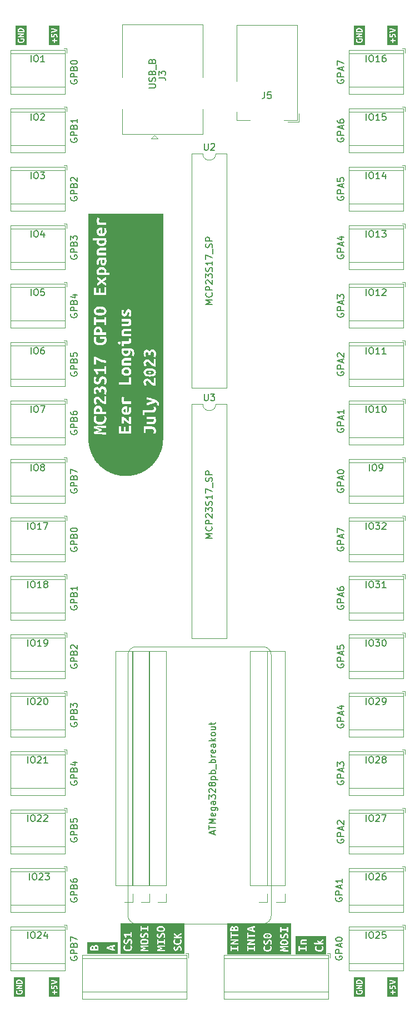
<source format=gbr>
%TF.GenerationSoftware,KiCad,Pcbnew,7.0.6*%
%TF.CreationDate,2023-07-16T21:51:52-04:00*%
%TF.ProjectId,mcp23s17_breakout,6d637032-3373-4313-975f-627265616b6f,rev?*%
%TF.SameCoordinates,Original*%
%TF.FileFunction,Legend,Top*%
%TF.FilePolarity,Positive*%
%FSLAX46Y46*%
G04 Gerber Fmt 4.6, Leading zero omitted, Abs format (unit mm)*
G04 Created by KiCad (PCBNEW 7.0.6) date 2023-07-16 21:51:52*
%MOMM*%
%LPD*%
G01*
G04 APERTURE LIST*
%ADD10C,0.150000*%
%ADD11C,0.120000*%
G04 APERTURE END LIST*
D10*
X128063810Y-60906819D02*
X128063810Y-59906819D01*
X128730476Y-59906819D02*
X128920952Y-59906819D01*
X128920952Y-59906819D02*
X129016190Y-59954438D01*
X129016190Y-59954438D02*
X129111428Y-60049676D01*
X129111428Y-60049676D02*
X129159047Y-60240152D01*
X129159047Y-60240152D02*
X129159047Y-60573485D01*
X129159047Y-60573485D02*
X129111428Y-60763961D01*
X129111428Y-60763961D02*
X129016190Y-60859200D01*
X129016190Y-60859200D02*
X128920952Y-60906819D01*
X128920952Y-60906819D02*
X128730476Y-60906819D01*
X128730476Y-60906819D02*
X128635238Y-60859200D01*
X128635238Y-60859200D02*
X128540000Y-60763961D01*
X128540000Y-60763961D02*
X128492381Y-60573485D01*
X128492381Y-60573485D02*
X128492381Y-60240152D01*
X128492381Y-60240152D02*
X128540000Y-60049676D01*
X128540000Y-60049676D02*
X128635238Y-59954438D01*
X128635238Y-59954438D02*
X128730476Y-59906819D01*
X130111428Y-60906819D02*
X129540000Y-60906819D01*
X129825714Y-60906819D02*
X129825714Y-59906819D01*
X129825714Y-59906819D02*
X129730476Y-60049676D01*
X129730476Y-60049676D02*
X129635238Y-60144914D01*
X129635238Y-60144914D02*
X129540000Y-60192533D01*
X130444762Y-59906819D02*
X131063809Y-59906819D01*
X131063809Y-59906819D02*
X130730476Y-60287771D01*
X130730476Y-60287771D02*
X130873333Y-60287771D01*
X130873333Y-60287771D02*
X130968571Y-60335390D01*
X130968571Y-60335390D02*
X131016190Y-60383009D01*
X131016190Y-60383009D02*
X131063809Y-60478247D01*
X131063809Y-60478247D02*
X131063809Y-60716342D01*
X131063809Y-60716342D02*
X131016190Y-60811580D01*
X131016190Y-60811580D02*
X130968571Y-60859200D01*
X130968571Y-60859200D02*
X130873333Y-60906819D01*
X130873333Y-60906819D02*
X130587619Y-60906819D01*
X130587619Y-60906819D02*
X130492381Y-60859200D01*
X130492381Y-60859200D02*
X130444762Y-60811580D01*
X123708438Y-63626857D02*
X123660819Y-63722095D01*
X123660819Y-63722095D02*
X123660819Y-63864952D01*
X123660819Y-63864952D02*
X123708438Y-64007809D01*
X123708438Y-64007809D02*
X123803676Y-64103047D01*
X123803676Y-64103047D02*
X123898914Y-64150666D01*
X123898914Y-64150666D02*
X124089390Y-64198285D01*
X124089390Y-64198285D02*
X124232247Y-64198285D01*
X124232247Y-64198285D02*
X124422723Y-64150666D01*
X124422723Y-64150666D02*
X124517961Y-64103047D01*
X124517961Y-64103047D02*
X124613200Y-64007809D01*
X124613200Y-64007809D02*
X124660819Y-63864952D01*
X124660819Y-63864952D02*
X124660819Y-63769714D01*
X124660819Y-63769714D02*
X124613200Y-63626857D01*
X124613200Y-63626857D02*
X124565580Y-63579238D01*
X124565580Y-63579238D02*
X124232247Y-63579238D01*
X124232247Y-63579238D02*
X124232247Y-63769714D01*
X124660819Y-63150666D02*
X123660819Y-63150666D01*
X123660819Y-63150666D02*
X123660819Y-62769714D01*
X123660819Y-62769714D02*
X123708438Y-62674476D01*
X123708438Y-62674476D02*
X123756057Y-62626857D01*
X123756057Y-62626857D02*
X123851295Y-62579238D01*
X123851295Y-62579238D02*
X123994152Y-62579238D01*
X123994152Y-62579238D02*
X124089390Y-62626857D01*
X124089390Y-62626857D02*
X124137009Y-62674476D01*
X124137009Y-62674476D02*
X124184628Y-62769714D01*
X124184628Y-62769714D02*
X124184628Y-63150666D01*
X124375104Y-62198285D02*
X124375104Y-61722095D01*
X124660819Y-62293523D02*
X123660819Y-61960190D01*
X123660819Y-61960190D02*
X124660819Y-61626857D01*
X123994152Y-60864952D02*
X124660819Y-60864952D01*
X123613200Y-61103047D02*
X124327485Y-61341142D01*
X124327485Y-61341142D02*
X124327485Y-60722095D01*
X128063810Y-78686819D02*
X128063810Y-77686819D01*
X128730476Y-77686819D02*
X128920952Y-77686819D01*
X128920952Y-77686819D02*
X129016190Y-77734438D01*
X129016190Y-77734438D02*
X129111428Y-77829676D01*
X129111428Y-77829676D02*
X129159047Y-78020152D01*
X129159047Y-78020152D02*
X129159047Y-78353485D01*
X129159047Y-78353485D02*
X129111428Y-78543961D01*
X129111428Y-78543961D02*
X129016190Y-78639200D01*
X129016190Y-78639200D02*
X128920952Y-78686819D01*
X128920952Y-78686819D02*
X128730476Y-78686819D01*
X128730476Y-78686819D02*
X128635238Y-78639200D01*
X128635238Y-78639200D02*
X128540000Y-78543961D01*
X128540000Y-78543961D02*
X128492381Y-78353485D01*
X128492381Y-78353485D02*
X128492381Y-78020152D01*
X128492381Y-78020152D02*
X128540000Y-77829676D01*
X128540000Y-77829676D02*
X128635238Y-77734438D01*
X128635238Y-77734438D02*
X128730476Y-77686819D01*
X130111428Y-78686819D02*
X129540000Y-78686819D01*
X129825714Y-78686819D02*
X129825714Y-77686819D01*
X129825714Y-77686819D02*
X129730476Y-77829676D01*
X129730476Y-77829676D02*
X129635238Y-77924914D01*
X129635238Y-77924914D02*
X129540000Y-77972533D01*
X131063809Y-78686819D02*
X130492381Y-78686819D01*
X130778095Y-78686819D02*
X130778095Y-77686819D01*
X130778095Y-77686819D02*
X130682857Y-77829676D01*
X130682857Y-77829676D02*
X130587619Y-77924914D01*
X130587619Y-77924914D02*
X130492381Y-77972533D01*
X123708438Y-81406857D02*
X123660819Y-81502095D01*
X123660819Y-81502095D02*
X123660819Y-81644952D01*
X123660819Y-81644952D02*
X123708438Y-81787809D01*
X123708438Y-81787809D02*
X123803676Y-81883047D01*
X123803676Y-81883047D02*
X123898914Y-81930666D01*
X123898914Y-81930666D02*
X124089390Y-81978285D01*
X124089390Y-81978285D02*
X124232247Y-81978285D01*
X124232247Y-81978285D02*
X124422723Y-81930666D01*
X124422723Y-81930666D02*
X124517961Y-81883047D01*
X124517961Y-81883047D02*
X124613200Y-81787809D01*
X124613200Y-81787809D02*
X124660819Y-81644952D01*
X124660819Y-81644952D02*
X124660819Y-81549714D01*
X124660819Y-81549714D02*
X124613200Y-81406857D01*
X124613200Y-81406857D02*
X124565580Y-81359238D01*
X124565580Y-81359238D02*
X124232247Y-81359238D01*
X124232247Y-81359238D02*
X124232247Y-81549714D01*
X124660819Y-80930666D02*
X123660819Y-80930666D01*
X123660819Y-80930666D02*
X123660819Y-80549714D01*
X123660819Y-80549714D02*
X123708438Y-80454476D01*
X123708438Y-80454476D02*
X123756057Y-80406857D01*
X123756057Y-80406857D02*
X123851295Y-80359238D01*
X123851295Y-80359238D02*
X123994152Y-80359238D01*
X123994152Y-80359238D02*
X124089390Y-80406857D01*
X124089390Y-80406857D02*
X124137009Y-80454476D01*
X124137009Y-80454476D02*
X124184628Y-80549714D01*
X124184628Y-80549714D02*
X124184628Y-80930666D01*
X124375104Y-79978285D02*
X124375104Y-79502095D01*
X124660819Y-80073523D02*
X123660819Y-79740190D01*
X123660819Y-79740190D02*
X124660819Y-79406857D01*
X123756057Y-79121142D02*
X123708438Y-79073523D01*
X123708438Y-79073523D02*
X123660819Y-78978285D01*
X123660819Y-78978285D02*
X123660819Y-78740190D01*
X123660819Y-78740190D02*
X123708438Y-78644952D01*
X123708438Y-78644952D02*
X123756057Y-78597333D01*
X123756057Y-78597333D02*
X123851295Y-78549714D01*
X123851295Y-78549714D02*
X123946533Y-78549714D01*
X123946533Y-78549714D02*
X124089390Y-78597333D01*
X124089390Y-78597333D02*
X124660819Y-79168761D01*
X124660819Y-79168761D02*
X124660819Y-78549714D01*
X76755810Y-158696819D02*
X76755810Y-157696819D01*
X77422476Y-157696819D02*
X77612952Y-157696819D01*
X77612952Y-157696819D02*
X77708190Y-157744438D01*
X77708190Y-157744438D02*
X77803428Y-157839676D01*
X77803428Y-157839676D02*
X77851047Y-158030152D01*
X77851047Y-158030152D02*
X77851047Y-158363485D01*
X77851047Y-158363485D02*
X77803428Y-158553961D01*
X77803428Y-158553961D02*
X77708190Y-158649200D01*
X77708190Y-158649200D02*
X77612952Y-158696819D01*
X77612952Y-158696819D02*
X77422476Y-158696819D01*
X77422476Y-158696819D02*
X77327238Y-158649200D01*
X77327238Y-158649200D02*
X77232000Y-158553961D01*
X77232000Y-158553961D02*
X77184381Y-158363485D01*
X77184381Y-158363485D02*
X77184381Y-158030152D01*
X77184381Y-158030152D02*
X77232000Y-157839676D01*
X77232000Y-157839676D02*
X77327238Y-157744438D01*
X77327238Y-157744438D02*
X77422476Y-157696819D01*
X78232000Y-157792057D02*
X78279619Y-157744438D01*
X78279619Y-157744438D02*
X78374857Y-157696819D01*
X78374857Y-157696819D02*
X78612952Y-157696819D01*
X78612952Y-157696819D02*
X78708190Y-157744438D01*
X78708190Y-157744438D02*
X78755809Y-157792057D01*
X78755809Y-157792057D02*
X78803428Y-157887295D01*
X78803428Y-157887295D02*
X78803428Y-157982533D01*
X78803428Y-157982533D02*
X78755809Y-158125390D01*
X78755809Y-158125390D02*
X78184381Y-158696819D01*
X78184381Y-158696819D02*
X78803428Y-158696819D01*
X79136762Y-157696819D02*
X79755809Y-157696819D01*
X79755809Y-157696819D02*
X79422476Y-158077771D01*
X79422476Y-158077771D02*
X79565333Y-158077771D01*
X79565333Y-158077771D02*
X79660571Y-158125390D01*
X79660571Y-158125390D02*
X79708190Y-158173009D01*
X79708190Y-158173009D02*
X79755809Y-158268247D01*
X79755809Y-158268247D02*
X79755809Y-158506342D01*
X79755809Y-158506342D02*
X79708190Y-158601580D01*
X79708190Y-158601580D02*
X79660571Y-158649200D01*
X79660571Y-158649200D02*
X79565333Y-158696819D01*
X79565333Y-158696819D02*
X79279619Y-158696819D01*
X79279619Y-158696819D02*
X79184381Y-158649200D01*
X79184381Y-158649200D02*
X79136762Y-158601580D01*
X83068438Y-161488285D02*
X83020819Y-161583523D01*
X83020819Y-161583523D02*
X83020819Y-161726380D01*
X83020819Y-161726380D02*
X83068438Y-161869237D01*
X83068438Y-161869237D02*
X83163676Y-161964475D01*
X83163676Y-161964475D02*
X83258914Y-162012094D01*
X83258914Y-162012094D02*
X83449390Y-162059713D01*
X83449390Y-162059713D02*
X83592247Y-162059713D01*
X83592247Y-162059713D02*
X83782723Y-162012094D01*
X83782723Y-162012094D02*
X83877961Y-161964475D01*
X83877961Y-161964475D02*
X83973200Y-161869237D01*
X83973200Y-161869237D02*
X84020819Y-161726380D01*
X84020819Y-161726380D02*
X84020819Y-161631142D01*
X84020819Y-161631142D02*
X83973200Y-161488285D01*
X83973200Y-161488285D02*
X83925580Y-161440666D01*
X83925580Y-161440666D02*
X83592247Y-161440666D01*
X83592247Y-161440666D02*
X83592247Y-161631142D01*
X84020819Y-161012094D02*
X83020819Y-161012094D01*
X83020819Y-161012094D02*
X83020819Y-160631142D01*
X83020819Y-160631142D02*
X83068438Y-160535904D01*
X83068438Y-160535904D02*
X83116057Y-160488285D01*
X83116057Y-160488285D02*
X83211295Y-160440666D01*
X83211295Y-160440666D02*
X83354152Y-160440666D01*
X83354152Y-160440666D02*
X83449390Y-160488285D01*
X83449390Y-160488285D02*
X83497009Y-160535904D01*
X83497009Y-160535904D02*
X83544628Y-160631142D01*
X83544628Y-160631142D02*
X83544628Y-161012094D01*
X83497009Y-159678761D02*
X83544628Y-159535904D01*
X83544628Y-159535904D02*
X83592247Y-159488285D01*
X83592247Y-159488285D02*
X83687485Y-159440666D01*
X83687485Y-159440666D02*
X83830342Y-159440666D01*
X83830342Y-159440666D02*
X83925580Y-159488285D01*
X83925580Y-159488285D02*
X83973200Y-159535904D01*
X83973200Y-159535904D02*
X84020819Y-159631142D01*
X84020819Y-159631142D02*
X84020819Y-160012094D01*
X84020819Y-160012094D02*
X83020819Y-160012094D01*
X83020819Y-160012094D02*
X83020819Y-159678761D01*
X83020819Y-159678761D02*
X83068438Y-159583523D01*
X83068438Y-159583523D02*
X83116057Y-159535904D01*
X83116057Y-159535904D02*
X83211295Y-159488285D01*
X83211295Y-159488285D02*
X83306533Y-159488285D01*
X83306533Y-159488285D02*
X83401771Y-159535904D01*
X83401771Y-159535904D02*
X83449390Y-159583523D01*
X83449390Y-159583523D02*
X83497009Y-159678761D01*
X83497009Y-159678761D02*
X83497009Y-160012094D01*
X83020819Y-158583523D02*
X83020819Y-158773999D01*
X83020819Y-158773999D02*
X83068438Y-158869237D01*
X83068438Y-158869237D02*
X83116057Y-158916856D01*
X83116057Y-158916856D02*
X83258914Y-159012094D01*
X83258914Y-159012094D02*
X83449390Y-159059713D01*
X83449390Y-159059713D02*
X83830342Y-159059713D01*
X83830342Y-159059713D02*
X83925580Y-159012094D01*
X83925580Y-159012094D02*
X83973200Y-158964475D01*
X83973200Y-158964475D02*
X84020819Y-158869237D01*
X84020819Y-158869237D02*
X84020819Y-158678761D01*
X84020819Y-158678761D02*
X83973200Y-158583523D01*
X83973200Y-158583523D02*
X83925580Y-158535904D01*
X83925580Y-158535904D02*
X83830342Y-158488285D01*
X83830342Y-158488285D02*
X83592247Y-158488285D01*
X83592247Y-158488285D02*
X83497009Y-158535904D01*
X83497009Y-158535904D02*
X83449390Y-158583523D01*
X83449390Y-158583523D02*
X83401771Y-158678761D01*
X83401771Y-158678761D02*
X83401771Y-158869237D01*
X83401771Y-158869237D02*
X83449390Y-158964475D01*
X83449390Y-158964475D02*
X83497009Y-159012094D01*
X83497009Y-159012094D02*
X83592247Y-159059713D01*
X76978000Y-52016819D02*
X76978000Y-51016819D01*
X77644666Y-51016819D02*
X77835142Y-51016819D01*
X77835142Y-51016819D02*
X77930380Y-51064438D01*
X77930380Y-51064438D02*
X78025618Y-51159676D01*
X78025618Y-51159676D02*
X78073237Y-51350152D01*
X78073237Y-51350152D02*
X78073237Y-51683485D01*
X78073237Y-51683485D02*
X78025618Y-51873961D01*
X78025618Y-51873961D02*
X77930380Y-51969200D01*
X77930380Y-51969200D02*
X77835142Y-52016819D01*
X77835142Y-52016819D02*
X77644666Y-52016819D01*
X77644666Y-52016819D02*
X77549428Y-51969200D01*
X77549428Y-51969200D02*
X77454190Y-51873961D01*
X77454190Y-51873961D02*
X77406571Y-51683485D01*
X77406571Y-51683485D02*
X77406571Y-51350152D01*
X77406571Y-51350152D02*
X77454190Y-51159676D01*
X77454190Y-51159676D02*
X77549428Y-51064438D01*
X77549428Y-51064438D02*
X77644666Y-51016819D01*
X78406571Y-51016819D02*
X79025618Y-51016819D01*
X79025618Y-51016819D02*
X78692285Y-51397771D01*
X78692285Y-51397771D02*
X78835142Y-51397771D01*
X78835142Y-51397771D02*
X78930380Y-51445390D01*
X78930380Y-51445390D02*
X78977999Y-51493009D01*
X78977999Y-51493009D02*
X79025618Y-51588247D01*
X79025618Y-51588247D02*
X79025618Y-51826342D01*
X79025618Y-51826342D02*
X78977999Y-51921580D01*
X78977999Y-51921580D02*
X78930380Y-51969200D01*
X78930380Y-51969200D02*
X78835142Y-52016819D01*
X78835142Y-52016819D02*
X78549428Y-52016819D01*
X78549428Y-52016819D02*
X78454190Y-51969200D01*
X78454190Y-51969200D02*
X78406571Y-51921580D01*
X83068438Y-54808285D02*
X83020819Y-54903523D01*
X83020819Y-54903523D02*
X83020819Y-55046380D01*
X83020819Y-55046380D02*
X83068438Y-55189237D01*
X83068438Y-55189237D02*
X83163676Y-55284475D01*
X83163676Y-55284475D02*
X83258914Y-55332094D01*
X83258914Y-55332094D02*
X83449390Y-55379713D01*
X83449390Y-55379713D02*
X83592247Y-55379713D01*
X83592247Y-55379713D02*
X83782723Y-55332094D01*
X83782723Y-55332094D02*
X83877961Y-55284475D01*
X83877961Y-55284475D02*
X83973200Y-55189237D01*
X83973200Y-55189237D02*
X84020819Y-55046380D01*
X84020819Y-55046380D02*
X84020819Y-54951142D01*
X84020819Y-54951142D02*
X83973200Y-54808285D01*
X83973200Y-54808285D02*
X83925580Y-54760666D01*
X83925580Y-54760666D02*
X83592247Y-54760666D01*
X83592247Y-54760666D02*
X83592247Y-54951142D01*
X84020819Y-54332094D02*
X83020819Y-54332094D01*
X83020819Y-54332094D02*
X83020819Y-53951142D01*
X83020819Y-53951142D02*
X83068438Y-53855904D01*
X83068438Y-53855904D02*
X83116057Y-53808285D01*
X83116057Y-53808285D02*
X83211295Y-53760666D01*
X83211295Y-53760666D02*
X83354152Y-53760666D01*
X83354152Y-53760666D02*
X83449390Y-53808285D01*
X83449390Y-53808285D02*
X83497009Y-53855904D01*
X83497009Y-53855904D02*
X83544628Y-53951142D01*
X83544628Y-53951142D02*
X83544628Y-54332094D01*
X83497009Y-52998761D02*
X83544628Y-52855904D01*
X83544628Y-52855904D02*
X83592247Y-52808285D01*
X83592247Y-52808285D02*
X83687485Y-52760666D01*
X83687485Y-52760666D02*
X83830342Y-52760666D01*
X83830342Y-52760666D02*
X83925580Y-52808285D01*
X83925580Y-52808285D02*
X83973200Y-52855904D01*
X83973200Y-52855904D02*
X84020819Y-52951142D01*
X84020819Y-52951142D02*
X84020819Y-53332094D01*
X84020819Y-53332094D02*
X83020819Y-53332094D01*
X83020819Y-53332094D02*
X83020819Y-52998761D01*
X83020819Y-52998761D02*
X83068438Y-52903523D01*
X83068438Y-52903523D02*
X83116057Y-52855904D01*
X83116057Y-52855904D02*
X83211295Y-52808285D01*
X83211295Y-52808285D02*
X83306533Y-52808285D01*
X83306533Y-52808285D02*
X83401771Y-52855904D01*
X83401771Y-52855904D02*
X83449390Y-52903523D01*
X83449390Y-52903523D02*
X83497009Y-52998761D01*
X83497009Y-52998761D02*
X83497009Y-53332094D01*
X83116057Y-52379713D02*
X83068438Y-52332094D01*
X83068438Y-52332094D02*
X83020819Y-52236856D01*
X83020819Y-52236856D02*
X83020819Y-51998761D01*
X83020819Y-51998761D02*
X83068438Y-51903523D01*
X83068438Y-51903523D02*
X83116057Y-51855904D01*
X83116057Y-51855904D02*
X83211295Y-51808285D01*
X83211295Y-51808285D02*
X83306533Y-51808285D01*
X83306533Y-51808285D02*
X83449390Y-51855904D01*
X83449390Y-51855904D02*
X84020819Y-52427332D01*
X84020819Y-52427332D02*
X84020819Y-51808285D01*
X76978000Y-60906819D02*
X76978000Y-59906819D01*
X77644666Y-59906819D02*
X77835142Y-59906819D01*
X77835142Y-59906819D02*
X77930380Y-59954438D01*
X77930380Y-59954438D02*
X78025618Y-60049676D01*
X78025618Y-60049676D02*
X78073237Y-60240152D01*
X78073237Y-60240152D02*
X78073237Y-60573485D01*
X78073237Y-60573485D02*
X78025618Y-60763961D01*
X78025618Y-60763961D02*
X77930380Y-60859200D01*
X77930380Y-60859200D02*
X77835142Y-60906819D01*
X77835142Y-60906819D02*
X77644666Y-60906819D01*
X77644666Y-60906819D02*
X77549428Y-60859200D01*
X77549428Y-60859200D02*
X77454190Y-60763961D01*
X77454190Y-60763961D02*
X77406571Y-60573485D01*
X77406571Y-60573485D02*
X77406571Y-60240152D01*
X77406571Y-60240152D02*
X77454190Y-60049676D01*
X77454190Y-60049676D02*
X77549428Y-59954438D01*
X77549428Y-59954438D02*
X77644666Y-59906819D01*
X78930380Y-60240152D02*
X78930380Y-60906819D01*
X78692285Y-59859200D02*
X78454190Y-60573485D01*
X78454190Y-60573485D02*
X79073237Y-60573485D01*
X83068438Y-63698285D02*
X83020819Y-63793523D01*
X83020819Y-63793523D02*
X83020819Y-63936380D01*
X83020819Y-63936380D02*
X83068438Y-64079237D01*
X83068438Y-64079237D02*
X83163676Y-64174475D01*
X83163676Y-64174475D02*
X83258914Y-64222094D01*
X83258914Y-64222094D02*
X83449390Y-64269713D01*
X83449390Y-64269713D02*
X83592247Y-64269713D01*
X83592247Y-64269713D02*
X83782723Y-64222094D01*
X83782723Y-64222094D02*
X83877961Y-64174475D01*
X83877961Y-64174475D02*
X83973200Y-64079237D01*
X83973200Y-64079237D02*
X84020819Y-63936380D01*
X84020819Y-63936380D02*
X84020819Y-63841142D01*
X84020819Y-63841142D02*
X83973200Y-63698285D01*
X83973200Y-63698285D02*
X83925580Y-63650666D01*
X83925580Y-63650666D02*
X83592247Y-63650666D01*
X83592247Y-63650666D02*
X83592247Y-63841142D01*
X84020819Y-63222094D02*
X83020819Y-63222094D01*
X83020819Y-63222094D02*
X83020819Y-62841142D01*
X83020819Y-62841142D02*
X83068438Y-62745904D01*
X83068438Y-62745904D02*
X83116057Y-62698285D01*
X83116057Y-62698285D02*
X83211295Y-62650666D01*
X83211295Y-62650666D02*
X83354152Y-62650666D01*
X83354152Y-62650666D02*
X83449390Y-62698285D01*
X83449390Y-62698285D02*
X83497009Y-62745904D01*
X83497009Y-62745904D02*
X83544628Y-62841142D01*
X83544628Y-62841142D02*
X83544628Y-63222094D01*
X83497009Y-61888761D02*
X83544628Y-61745904D01*
X83544628Y-61745904D02*
X83592247Y-61698285D01*
X83592247Y-61698285D02*
X83687485Y-61650666D01*
X83687485Y-61650666D02*
X83830342Y-61650666D01*
X83830342Y-61650666D02*
X83925580Y-61698285D01*
X83925580Y-61698285D02*
X83973200Y-61745904D01*
X83973200Y-61745904D02*
X84020819Y-61841142D01*
X84020819Y-61841142D02*
X84020819Y-62222094D01*
X84020819Y-62222094D02*
X83020819Y-62222094D01*
X83020819Y-62222094D02*
X83020819Y-61888761D01*
X83020819Y-61888761D02*
X83068438Y-61793523D01*
X83068438Y-61793523D02*
X83116057Y-61745904D01*
X83116057Y-61745904D02*
X83211295Y-61698285D01*
X83211295Y-61698285D02*
X83306533Y-61698285D01*
X83306533Y-61698285D02*
X83401771Y-61745904D01*
X83401771Y-61745904D02*
X83449390Y-61793523D01*
X83449390Y-61793523D02*
X83497009Y-61888761D01*
X83497009Y-61888761D02*
X83497009Y-62222094D01*
X83020819Y-61317332D02*
X83020819Y-60698285D01*
X83020819Y-60698285D02*
X83401771Y-61031618D01*
X83401771Y-61031618D02*
X83401771Y-60888761D01*
X83401771Y-60888761D02*
X83449390Y-60793523D01*
X83449390Y-60793523D02*
X83497009Y-60745904D01*
X83497009Y-60745904D02*
X83592247Y-60698285D01*
X83592247Y-60698285D02*
X83830342Y-60698285D01*
X83830342Y-60698285D02*
X83925580Y-60745904D01*
X83925580Y-60745904D02*
X83973200Y-60793523D01*
X83973200Y-60793523D02*
X84020819Y-60888761D01*
X84020819Y-60888761D02*
X84020819Y-61174475D01*
X84020819Y-61174475D02*
X83973200Y-61269713D01*
X83973200Y-61269713D02*
X83925580Y-61317332D01*
X76501810Y-123136819D02*
X76501810Y-122136819D01*
X77168476Y-122136819D02*
X77358952Y-122136819D01*
X77358952Y-122136819D02*
X77454190Y-122184438D01*
X77454190Y-122184438D02*
X77549428Y-122279676D01*
X77549428Y-122279676D02*
X77597047Y-122470152D01*
X77597047Y-122470152D02*
X77597047Y-122803485D01*
X77597047Y-122803485D02*
X77549428Y-122993961D01*
X77549428Y-122993961D02*
X77454190Y-123089200D01*
X77454190Y-123089200D02*
X77358952Y-123136819D01*
X77358952Y-123136819D02*
X77168476Y-123136819D01*
X77168476Y-123136819D02*
X77073238Y-123089200D01*
X77073238Y-123089200D02*
X76978000Y-122993961D01*
X76978000Y-122993961D02*
X76930381Y-122803485D01*
X76930381Y-122803485D02*
X76930381Y-122470152D01*
X76930381Y-122470152D02*
X76978000Y-122279676D01*
X76978000Y-122279676D02*
X77073238Y-122184438D01*
X77073238Y-122184438D02*
X77168476Y-122136819D01*
X78549428Y-123136819D02*
X77978000Y-123136819D01*
X78263714Y-123136819D02*
X78263714Y-122136819D01*
X78263714Y-122136819D02*
X78168476Y-122279676D01*
X78168476Y-122279676D02*
X78073238Y-122374914D01*
X78073238Y-122374914D02*
X77978000Y-122422533D01*
X79025619Y-123136819D02*
X79216095Y-123136819D01*
X79216095Y-123136819D02*
X79311333Y-123089200D01*
X79311333Y-123089200D02*
X79358952Y-123041580D01*
X79358952Y-123041580D02*
X79454190Y-122898723D01*
X79454190Y-122898723D02*
X79501809Y-122708247D01*
X79501809Y-122708247D02*
X79501809Y-122327295D01*
X79501809Y-122327295D02*
X79454190Y-122232057D01*
X79454190Y-122232057D02*
X79406571Y-122184438D01*
X79406571Y-122184438D02*
X79311333Y-122136819D01*
X79311333Y-122136819D02*
X79120857Y-122136819D01*
X79120857Y-122136819D02*
X79025619Y-122184438D01*
X79025619Y-122184438D02*
X78978000Y-122232057D01*
X78978000Y-122232057D02*
X78930381Y-122327295D01*
X78930381Y-122327295D02*
X78930381Y-122565390D01*
X78930381Y-122565390D02*
X78978000Y-122660628D01*
X78978000Y-122660628D02*
X79025619Y-122708247D01*
X79025619Y-122708247D02*
X79120857Y-122755866D01*
X79120857Y-122755866D02*
X79311333Y-122755866D01*
X79311333Y-122755866D02*
X79406571Y-122708247D01*
X79406571Y-122708247D02*
X79454190Y-122660628D01*
X79454190Y-122660628D02*
X79501809Y-122565390D01*
X83068438Y-125928285D02*
X83020819Y-126023523D01*
X83020819Y-126023523D02*
X83020819Y-126166380D01*
X83020819Y-126166380D02*
X83068438Y-126309237D01*
X83068438Y-126309237D02*
X83163676Y-126404475D01*
X83163676Y-126404475D02*
X83258914Y-126452094D01*
X83258914Y-126452094D02*
X83449390Y-126499713D01*
X83449390Y-126499713D02*
X83592247Y-126499713D01*
X83592247Y-126499713D02*
X83782723Y-126452094D01*
X83782723Y-126452094D02*
X83877961Y-126404475D01*
X83877961Y-126404475D02*
X83973200Y-126309237D01*
X83973200Y-126309237D02*
X84020819Y-126166380D01*
X84020819Y-126166380D02*
X84020819Y-126071142D01*
X84020819Y-126071142D02*
X83973200Y-125928285D01*
X83973200Y-125928285D02*
X83925580Y-125880666D01*
X83925580Y-125880666D02*
X83592247Y-125880666D01*
X83592247Y-125880666D02*
X83592247Y-126071142D01*
X84020819Y-125452094D02*
X83020819Y-125452094D01*
X83020819Y-125452094D02*
X83020819Y-125071142D01*
X83020819Y-125071142D02*
X83068438Y-124975904D01*
X83068438Y-124975904D02*
X83116057Y-124928285D01*
X83116057Y-124928285D02*
X83211295Y-124880666D01*
X83211295Y-124880666D02*
X83354152Y-124880666D01*
X83354152Y-124880666D02*
X83449390Y-124928285D01*
X83449390Y-124928285D02*
X83497009Y-124975904D01*
X83497009Y-124975904D02*
X83544628Y-125071142D01*
X83544628Y-125071142D02*
X83544628Y-125452094D01*
X83497009Y-124118761D02*
X83544628Y-123975904D01*
X83544628Y-123975904D02*
X83592247Y-123928285D01*
X83592247Y-123928285D02*
X83687485Y-123880666D01*
X83687485Y-123880666D02*
X83830342Y-123880666D01*
X83830342Y-123880666D02*
X83925580Y-123928285D01*
X83925580Y-123928285D02*
X83973200Y-123975904D01*
X83973200Y-123975904D02*
X84020819Y-124071142D01*
X84020819Y-124071142D02*
X84020819Y-124452094D01*
X84020819Y-124452094D02*
X83020819Y-124452094D01*
X83020819Y-124452094D02*
X83020819Y-124118761D01*
X83020819Y-124118761D02*
X83068438Y-124023523D01*
X83068438Y-124023523D02*
X83116057Y-123975904D01*
X83116057Y-123975904D02*
X83211295Y-123928285D01*
X83211295Y-123928285D02*
X83306533Y-123928285D01*
X83306533Y-123928285D02*
X83401771Y-123975904D01*
X83401771Y-123975904D02*
X83449390Y-124023523D01*
X83449390Y-124023523D02*
X83497009Y-124118761D01*
X83497009Y-124118761D02*
X83497009Y-124452094D01*
X83116057Y-123499713D02*
X83068438Y-123452094D01*
X83068438Y-123452094D02*
X83020819Y-123356856D01*
X83020819Y-123356856D02*
X83020819Y-123118761D01*
X83020819Y-123118761D02*
X83068438Y-123023523D01*
X83068438Y-123023523D02*
X83116057Y-122975904D01*
X83116057Y-122975904D02*
X83211295Y-122928285D01*
X83211295Y-122928285D02*
X83306533Y-122928285D01*
X83306533Y-122928285D02*
X83449390Y-122975904D01*
X83449390Y-122975904D02*
X84020819Y-123547332D01*
X84020819Y-123547332D02*
X84020819Y-122928285D01*
X128540000Y-96466819D02*
X128540000Y-95466819D01*
X129206666Y-95466819D02*
X129397142Y-95466819D01*
X129397142Y-95466819D02*
X129492380Y-95514438D01*
X129492380Y-95514438D02*
X129587618Y-95609676D01*
X129587618Y-95609676D02*
X129635237Y-95800152D01*
X129635237Y-95800152D02*
X129635237Y-96133485D01*
X129635237Y-96133485D02*
X129587618Y-96323961D01*
X129587618Y-96323961D02*
X129492380Y-96419200D01*
X129492380Y-96419200D02*
X129397142Y-96466819D01*
X129397142Y-96466819D02*
X129206666Y-96466819D01*
X129206666Y-96466819D02*
X129111428Y-96419200D01*
X129111428Y-96419200D02*
X129016190Y-96323961D01*
X129016190Y-96323961D02*
X128968571Y-96133485D01*
X128968571Y-96133485D02*
X128968571Y-95800152D01*
X128968571Y-95800152D02*
X129016190Y-95609676D01*
X129016190Y-95609676D02*
X129111428Y-95514438D01*
X129111428Y-95514438D02*
X129206666Y-95466819D01*
X130111428Y-96466819D02*
X130301904Y-96466819D01*
X130301904Y-96466819D02*
X130397142Y-96419200D01*
X130397142Y-96419200D02*
X130444761Y-96371580D01*
X130444761Y-96371580D02*
X130539999Y-96228723D01*
X130539999Y-96228723D02*
X130587618Y-96038247D01*
X130587618Y-96038247D02*
X130587618Y-95657295D01*
X130587618Y-95657295D02*
X130539999Y-95562057D01*
X130539999Y-95562057D02*
X130492380Y-95514438D01*
X130492380Y-95514438D02*
X130397142Y-95466819D01*
X130397142Y-95466819D02*
X130206666Y-95466819D01*
X130206666Y-95466819D02*
X130111428Y-95514438D01*
X130111428Y-95514438D02*
X130063809Y-95562057D01*
X130063809Y-95562057D02*
X130016190Y-95657295D01*
X130016190Y-95657295D02*
X130016190Y-95895390D01*
X130016190Y-95895390D02*
X130063809Y-95990628D01*
X130063809Y-95990628D02*
X130111428Y-96038247D01*
X130111428Y-96038247D02*
X130206666Y-96085866D01*
X130206666Y-96085866D02*
X130397142Y-96085866D01*
X130397142Y-96085866D02*
X130492380Y-96038247D01*
X130492380Y-96038247D02*
X130539999Y-95990628D01*
X130539999Y-95990628D02*
X130587618Y-95895390D01*
X123708438Y-99186857D02*
X123660819Y-99282095D01*
X123660819Y-99282095D02*
X123660819Y-99424952D01*
X123660819Y-99424952D02*
X123708438Y-99567809D01*
X123708438Y-99567809D02*
X123803676Y-99663047D01*
X123803676Y-99663047D02*
X123898914Y-99710666D01*
X123898914Y-99710666D02*
X124089390Y-99758285D01*
X124089390Y-99758285D02*
X124232247Y-99758285D01*
X124232247Y-99758285D02*
X124422723Y-99710666D01*
X124422723Y-99710666D02*
X124517961Y-99663047D01*
X124517961Y-99663047D02*
X124613200Y-99567809D01*
X124613200Y-99567809D02*
X124660819Y-99424952D01*
X124660819Y-99424952D02*
X124660819Y-99329714D01*
X124660819Y-99329714D02*
X124613200Y-99186857D01*
X124613200Y-99186857D02*
X124565580Y-99139238D01*
X124565580Y-99139238D02*
X124232247Y-99139238D01*
X124232247Y-99139238D02*
X124232247Y-99329714D01*
X124660819Y-98710666D02*
X123660819Y-98710666D01*
X123660819Y-98710666D02*
X123660819Y-98329714D01*
X123660819Y-98329714D02*
X123708438Y-98234476D01*
X123708438Y-98234476D02*
X123756057Y-98186857D01*
X123756057Y-98186857D02*
X123851295Y-98139238D01*
X123851295Y-98139238D02*
X123994152Y-98139238D01*
X123994152Y-98139238D02*
X124089390Y-98186857D01*
X124089390Y-98186857D02*
X124137009Y-98234476D01*
X124137009Y-98234476D02*
X124184628Y-98329714D01*
X124184628Y-98329714D02*
X124184628Y-98710666D01*
X124375104Y-97758285D02*
X124375104Y-97282095D01*
X124660819Y-97853523D02*
X123660819Y-97520190D01*
X123660819Y-97520190D02*
X124660819Y-97186857D01*
X123660819Y-96663047D02*
X123660819Y-96567809D01*
X123660819Y-96567809D02*
X123708438Y-96472571D01*
X123708438Y-96472571D02*
X123756057Y-96424952D01*
X123756057Y-96424952D02*
X123851295Y-96377333D01*
X123851295Y-96377333D02*
X124041771Y-96329714D01*
X124041771Y-96329714D02*
X124279866Y-96329714D01*
X124279866Y-96329714D02*
X124470342Y-96377333D01*
X124470342Y-96377333D02*
X124565580Y-96424952D01*
X124565580Y-96424952D02*
X124613200Y-96472571D01*
X124613200Y-96472571D02*
X124660819Y-96567809D01*
X124660819Y-96567809D02*
X124660819Y-96663047D01*
X124660819Y-96663047D02*
X124613200Y-96758285D01*
X124613200Y-96758285D02*
X124565580Y-96805904D01*
X124565580Y-96805904D02*
X124470342Y-96853523D01*
X124470342Y-96853523D02*
X124279866Y-96901142D01*
X124279866Y-96901142D02*
X124041771Y-96901142D01*
X124041771Y-96901142D02*
X123851295Y-96853523D01*
X123851295Y-96853523D02*
X123756057Y-96805904D01*
X123756057Y-96805904D02*
X123708438Y-96758285D01*
X123708438Y-96758285D02*
X123660819Y-96663047D01*
X76978000Y-43126819D02*
X76978000Y-42126819D01*
X77644666Y-42126819D02*
X77835142Y-42126819D01*
X77835142Y-42126819D02*
X77930380Y-42174438D01*
X77930380Y-42174438D02*
X78025618Y-42269676D01*
X78025618Y-42269676D02*
X78073237Y-42460152D01*
X78073237Y-42460152D02*
X78073237Y-42793485D01*
X78073237Y-42793485D02*
X78025618Y-42983961D01*
X78025618Y-42983961D02*
X77930380Y-43079200D01*
X77930380Y-43079200D02*
X77835142Y-43126819D01*
X77835142Y-43126819D02*
X77644666Y-43126819D01*
X77644666Y-43126819D02*
X77549428Y-43079200D01*
X77549428Y-43079200D02*
X77454190Y-42983961D01*
X77454190Y-42983961D02*
X77406571Y-42793485D01*
X77406571Y-42793485D02*
X77406571Y-42460152D01*
X77406571Y-42460152D02*
X77454190Y-42269676D01*
X77454190Y-42269676D02*
X77549428Y-42174438D01*
X77549428Y-42174438D02*
X77644666Y-42126819D01*
X78454190Y-42222057D02*
X78501809Y-42174438D01*
X78501809Y-42174438D02*
X78597047Y-42126819D01*
X78597047Y-42126819D02*
X78835142Y-42126819D01*
X78835142Y-42126819D02*
X78930380Y-42174438D01*
X78930380Y-42174438D02*
X78977999Y-42222057D01*
X78977999Y-42222057D02*
X79025618Y-42317295D01*
X79025618Y-42317295D02*
X79025618Y-42412533D01*
X79025618Y-42412533D02*
X78977999Y-42555390D01*
X78977999Y-42555390D02*
X78406571Y-43126819D01*
X78406571Y-43126819D02*
X79025618Y-43126819D01*
X83068438Y-45918285D02*
X83020819Y-46013523D01*
X83020819Y-46013523D02*
X83020819Y-46156380D01*
X83020819Y-46156380D02*
X83068438Y-46299237D01*
X83068438Y-46299237D02*
X83163676Y-46394475D01*
X83163676Y-46394475D02*
X83258914Y-46442094D01*
X83258914Y-46442094D02*
X83449390Y-46489713D01*
X83449390Y-46489713D02*
X83592247Y-46489713D01*
X83592247Y-46489713D02*
X83782723Y-46442094D01*
X83782723Y-46442094D02*
X83877961Y-46394475D01*
X83877961Y-46394475D02*
X83973200Y-46299237D01*
X83973200Y-46299237D02*
X84020819Y-46156380D01*
X84020819Y-46156380D02*
X84020819Y-46061142D01*
X84020819Y-46061142D02*
X83973200Y-45918285D01*
X83973200Y-45918285D02*
X83925580Y-45870666D01*
X83925580Y-45870666D02*
X83592247Y-45870666D01*
X83592247Y-45870666D02*
X83592247Y-46061142D01*
X84020819Y-45442094D02*
X83020819Y-45442094D01*
X83020819Y-45442094D02*
X83020819Y-45061142D01*
X83020819Y-45061142D02*
X83068438Y-44965904D01*
X83068438Y-44965904D02*
X83116057Y-44918285D01*
X83116057Y-44918285D02*
X83211295Y-44870666D01*
X83211295Y-44870666D02*
X83354152Y-44870666D01*
X83354152Y-44870666D02*
X83449390Y-44918285D01*
X83449390Y-44918285D02*
X83497009Y-44965904D01*
X83497009Y-44965904D02*
X83544628Y-45061142D01*
X83544628Y-45061142D02*
X83544628Y-45442094D01*
X83497009Y-44108761D02*
X83544628Y-43965904D01*
X83544628Y-43965904D02*
X83592247Y-43918285D01*
X83592247Y-43918285D02*
X83687485Y-43870666D01*
X83687485Y-43870666D02*
X83830342Y-43870666D01*
X83830342Y-43870666D02*
X83925580Y-43918285D01*
X83925580Y-43918285D02*
X83973200Y-43965904D01*
X83973200Y-43965904D02*
X84020819Y-44061142D01*
X84020819Y-44061142D02*
X84020819Y-44442094D01*
X84020819Y-44442094D02*
X83020819Y-44442094D01*
X83020819Y-44442094D02*
X83020819Y-44108761D01*
X83020819Y-44108761D02*
X83068438Y-44013523D01*
X83068438Y-44013523D02*
X83116057Y-43965904D01*
X83116057Y-43965904D02*
X83211295Y-43918285D01*
X83211295Y-43918285D02*
X83306533Y-43918285D01*
X83306533Y-43918285D02*
X83401771Y-43965904D01*
X83401771Y-43965904D02*
X83449390Y-44013523D01*
X83449390Y-44013523D02*
X83497009Y-44108761D01*
X83497009Y-44108761D02*
X83497009Y-44442094D01*
X84020819Y-42918285D02*
X84020819Y-43489713D01*
X84020819Y-43203999D02*
X83020819Y-43203999D01*
X83020819Y-43203999D02*
X83163676Y-43299237D01*
X83163676Y-43299237D02*
X83258914Y-43394475D01*
X83258914Y-43394475D02*
X83306533Y-43489713D01*
X128063810Y-105356819D02*
X128063810Y-104356819D01*
X128730476Y-104356819D02*
X128920952Y-104356819D01*
X128920952Y-104356819D02*
X129016190Y-104404438D01*
X129016190Y-104404438D02*
X129111428Y-104499676D01*
X129111428Y-104499676D02*
X129159047Y-104690152D01*
X129159047Y-104690152D02*
X129159047Y-105023485D01*
X129159047Y-105023485D02*
X129111428Y-105213961D01*
X129111428Y-105213961D02*
X129016190Y-105309200D01*
X129016190Y-105309200D02*
X128920952Y-105356819D01*
X128920952Y-105356819D02*
X128730476Y-105356819D01*
X128730476Y-105356819D02*
X128635238Y-105309200D01*
X128635238Y-105309200D02*
X128540000Y-105213961D01*
X128540000Y-105213961D02*
X128492381Y-105023485D01*
X128492381Y-105023485D02*
X128492381Y-104690152D01*
X128492381Y-104690152D02*
X128540000Y-104499676D01*
X128540000Y-104499676D02*
X128635238Y-104404438D01*
X128635238Y-104404438D02*
X128730476Y-104356819D01*
X129492381Y-104356819D02*
X130111428Y-104356819D01*
X130111428Y-104356819D02*
X129778095Y-104737771D01*
X129778095Y-104737771D02*
X129920952Y-104737771D01*
X129920952Y-104737771D02*
X130016190Y-104785390D01*
X130016190Y-104785390D02*
X130063809Y-104833009D01*
X130063809Y-104833009D02*
X130111428Y-104928247D01*
X130111428Y-104928247D02*
X130111428Y-105166342D01*
X130111428Y-105166342D02*
X130063809Y-105261580D01*
X130063809Y-105261580D02*
X130016190Y-105309200D01*
X130016190Y-105309200D02*
X129920952Y-105356819D01*
X129920952Y-105356819D02*
X129635238Y-105356819D01*
X129635238Y-105356819D02*
X129540000Y-105309200D01*
X129540000Y-105309200D02*
X129492381Y-105261580D01*
X130492381Y-104452057D02*
X130540000Y-104404438D01*
X130540000Y-104404438D02*
X130635238Y-104356819D01*
X130635238Y-104356819D02*
X130873333Y-104356819D01*
X130873333Y-104356819D02*
X130968571Y-104404438D01*
X130968571Y-104404438D02*
X131016190Y-104452057D01*
X131016190Y-104452057D02*
X131063809Y-104547295D01*
X131063809Y-104547295D02*
X131063809Y-104642533D01*
X131063809Y-104642533D02*
X131016190Y-104785390D01*
X131016190Y-104785390D02*
X130444762Y-105356819D01*
X130444762Y-105356819D02*
X131063809Y-105356819D01*
X123708438Y-108076857D02*
X123660819Y-108172095D01*
X123660819Y-108172095D02*
X123660819Y-108314952D01*
X123660819Y-108314952D02*
X123708438Y-108457809D01*
X123708438Y-108457809D02*
X123803676Y-108553047D01*
X123803676Y-108553047D02*
X123898914Y-108600666D01*
X123898914Y-108600666D02*
X124089390Y-108648285D01*
X124089390Y-108648285D02*
X124232247Y-108648285D01*
X124232247Y-108648285D02*
X124422723Y-108600666D01*
X124422723Y-108600666D02*
X124517961Y-108553047D01*
X124517961Y-108553047D02*
X124613200Y-108457809D01*
X124613200Y-108457809D02*
X124660819Y-108314952D01*
X124660819Y-108314952D02*
X124660819Y-108219714D01*
X124660819Y-108219714D02*
X124613200Y-108076857D01*
X124613200Y-108076857D02*
X124565580Y-108029238D01*
X124565580Y-108029238D02*
X124232247Y-108029238D01*
X124232247Y-108029238D02*
X124232247Y-108219714D01*
X124660819Y-107600666D02*
X123660819Y-107600666D01*
X123660819Y-107600666D02*
X123660819Y-107219714D01*
X123660819Y-107219714D02*
X123708438Y-107124476D01*
X123708438Y-107124476D02*
X123756057Y-107076857D01*
X123756057Y-107076857D02*
X123851295Y-107029238D01*
X123851295Y-107029238D02*
X123994152Y-107029238D01*
X123994152Y-107029238D02*
X124089390Y-107076857D01*
X124089390Y-107076857D02*
X124137009Y-107124476D01*
X124137009Y-107124476D02*
X124184628Y-107219714D01*
X124184628Y-107219714D02*
X124184628Y-107600666D01*
X124375104Y-106648285D02*
X124375104Y-106172095D01*
X124660819Y-106743523D02*
X123660819Y-106410190D01*
X123660819Y-106410190D02*
X124660819Y-106076857D01*
X123660819Y-105838761D02*
X123660819Y-105172095D01*
X123660819Y-105172095D02*
X124660819Y-105600666D01*
X128063810Y-34236819D02*
X128063810Y-33236819D01*
X128730476Y-33236819D02*
X128920952Y-33236819D01*
X128920952Y-33236819D02*
X129016190Y-33284438D01*
X129016190Y-33284438D02*
X129111428Y-33379676D01*
X129111428Y-33379676D02*
X129159047Y-33570152D01*
X129159047Y-33570152D02*
X129159047Y-33903485D01*
X129159047Y-33903485D02*
X129111428Y-34093961D01*
X129111428Y-34093961D02*
X129016190Y-34189200D01*
X129016190Y-34189200D02*
X128920952Y-34236819D01*
X128920952Y-34236819D02*
X128730476Y-34236819D01*
X128730476Y-34236819D02*
X128635238Y-34189200D01*
X128635238Y-34189200D02*
X128540000Y-34093961D01*
X128540000Y-34093961D02*
X128492381Y-33903485D01*
X128492381Y-33903485D02*
X128492381Y-33570152D01*
X128492381Y-33570152D02*
X128540000Y-33379676D01*
X128540000Y-33379676D02*
X128635238Y-33284438D01*
X128635238Y-33284438D02*
X128730476Y-33236819D01*
X130111428Y-34236819D02*
X129540000Y-34236819D01*
X129825714Y-34236819D02*
X129825714Y-33236819D01*
X129825714Y-33236819D02*
X129730476Y-33379676D01*
X129730476Y-33379676D02*
X129635238Y-33474914D01*
X129635238Y-33474914D02*
X129540000Y-33522533D01*
X130968571Y-33236819D02*
X130778095Y-33236819D01*
X130778095Y-33236819D02*
X130682857Y-33284438D01*
X130682857Y-33284438D02*
X130635238Y-33332057D01*
X130635238Y-33332057D02*
X130540000Y-33474914D01*
X130540000Y-33474914D02*
X130492381Y-33665390D01*
X130492381Y-33665390D02*
X130492381Y-34046342D01*
X130492381Y-34046342D02*
X130540000Y-34141580D01*
X130540000Y-34141580D02*
X130587619Y-34189200D01*
X130587619Y-34189200D02*
X130682857Y-34236819D01*
X130682857Y-34236819D02*
X130873333Y-34236819D01*
X130873333Y-34236819D02*
X130968571Y-34189200D01*
X130968571Y-34189200D02*
X131016190Y-34141580D01*
X131016190Y-34141580D02*
X131063809Y-34046342D01*
X131063809Y-34046342D02*
X131063809Y-33808247D01*
X131063809Y-33808247D02*
X131016190Y-33713009D01*
X131016190Y-33713009D02*
X130968571Y-33665390D01*
X130968571Y-33665390D02*
X130873333Y-33617771D01*
X130873333Y-33617771D02*
X130682857Y-33617771D01*
X130682857Y-33617771D02*
X130587619Y-33665390D01*
X130587619Y-33665390D02*
X130540000Y-33713009D01*
X130540000Y-33713009D02*
X130492381Y-33808247D01*
X123708438Y-36956857D02*
X123660819Y-37052095D01*
X123660819Y-37052095D02*
X123660819Y-37194952D01*
X123660819Y-37194952D02*
X123708438Y-37337809D01*
X123708438Y-37337809D02*
X123803676Y-37433047D01*
X123803676Y-37433047D02*
X123898914Y-37480666D01*
X123898914Y-37480666D02*
X124089390Y-37528285D01*
X124089390Y-37528285D02*
X124232247Y-37528285D01*
X124232247Y-37528285D02*
X124422723Y-37480666D01*
X124422723Y-37480666D02*
X124517961Y-37433047D01*
X124517961Y-37433047D02*
X124613200Y-37337809D01*
X124613200Y-37337809D02*
X124660819Y-37194952D01*
X124660819Y-37194952D02*
X124660819Y-37099714D01*
X124660819Y-37099714D02*
X124613200Y-36956857D01*
X124613200Y-36956857D02*
X124565580Y-36909238D01*
X124565580Y-36909238D02*
X124232247Y-36909238D01*
X124232247Y-36909238D02*
X124232247Y-37099714D01*
X124660819Y-36480666D02*
X123660819Y-36480666D01*
X123660819Y-36480666D02*
X123660819Y-36099714D01*
X123660819Y-36099714D02*
X123708438Y-36004476D01*
X123708438Y-36004476D02*
X123756057Y-35956857D01*
X123756057Y-35956857D02*
X123851295Y-35909238D01*
X123851295Y-35909238D02*
X123994152Y-35909238D01*
X123994152Y-35909238D02*
X124089390Y-35956857D01*
X124089390Y-35956857D02*
X124137009Y-36004476D01*
X124137009Y-36004476D02*
X124184628Y-36099714D01*
X124184628Y-36099714D02*
X124184628Y-36480666D01*
X124375104Y-35528285D02*
X124375104Y-35052095D01*
X124660819Y-35623523D02*
X123660819Y-35290190D01*
X123660819Y-35290190D02*
X124660819Y-34956857D01*
X123660819Y-34718761D02*
X123660819Y-34052095D01*
X123660819Y-34052095D02*
X124660819Y-34480666D01*
X128063810Y-149806819D02*
X128063810Y-148806819D01*
X128730476Y-148806819D02*
X128920952Y-148806819D01*
X128920952Y-148806819D02*
X129016190Y-148854438D01*
X129016190Y-148854438D02*
X129111428Y-148949676D01*
X129111428Y-148949676D02*
X129159047Y-149140152D01*
X129159047Y-149140152D02*
X129159047Y-149473485D01*
X129159047Y-149473485D02*
X129111428Y-149663961D01*
X129111428Y-149663961D02*
X129016190Y-149759200D01*
X129016190Y-149759200D02*
X128920952Y-149806819D01*
X128920952Y-149806819D02*
X128730476Y-149806819D01*
X128730476Y-149806819D02*
X128635238Y-149759200D01*
X128635238Y-149759200D02*
X128540000Y-149663961D01*
X128540000Y-149663961D02*
X128492381Y-149473485D01*
X128492381Y-149473485D02*
X128492381Y-149140152D01*
X128492381Y-149140152D02*
X128540000Y-148949676D01*
X128540000Y-148949676D02*
X128635238Y-148854438D01*
X128635238Y-148854438D02*
X128730476Y-148806819D01*
X129540000Y-148902057D02*
X129587619Y-148854438D01*
X129587619Y-148854438D02*
X129682857Y-148806819D01*
X129682857Y-148806819D02*
X129920952Y-148806819D01*
X129920952Y-148806819D02*
X130016190Y-148854438D01*
X130016190Y-148854438D02*
X130063809Y-148902057D01*
X130063809Y-148902057D02*
X130111428Y-148997295D01*
X130111428Y-148997295D02*
X130111428Y-149092533D01*
X130111428Y-149092533D02*
X130063809Y-149235390D01*
X130063809Y-149235390D02*
X129492381Y-149806819D01*
X129492381Y-149806819D02*
X130111428Y-149806819D01*
X130444762Y-148806819D02*
X131111428Y-148806819D01*
X131111428Y-148806819D02*
X130682857Y-149806819D01*
X123708438Y-152526857D02*
X123660819Y-152622095D01*
X123660819Y-152622095D02*
X123660819Y-152764952D01*
X123660819Y-152764952D02*
X123708438Y-152907809D01*
X123708438Y-152907809D02*
X123803676Y-153003047D01*
X123803676Y-153003047D02*
X123898914Y-153050666D01*
X123898914Y-153050666D02*
X124089390Y-153098285D01*
X124089390Y-153098285D02*
X124232247Y-153098285D01*
X124232247Y-153098285D02*
X124422723Y-153050666D01*
X124422723Y-153050666D02*
X124517961Y-153003047D01*
X124517961Y-153003047D02*
X124613200Y-152907809D01*
X124613200Y-152907809D02*
X124660819Y-152764952D01*
X124660819Y-152764952D02*
X124660819Y-152669714D01*
X124660819Y-152669714D02*
X124613200Y-152526857D01*
X124613200Y-152526857D02*
X124565580Y-152479238D01*
X124565580Y-152479238D02*
X124232247Y-152479238D01*
X124232247Y-152479238D02*
X124232247Y-152669714D01*
X124660819Y-152050666D02*
X123660819Y-152050666D01*
X123660819Y-152050666D02*
X123660819Y-151669714D01*
X123660819Y-151669714D02*
X123708438Y-151574476D01*
X123708438Y-151574476D02*
X123756057Y-151526857D01*
X123756057Y-151526857D02*
X123851295Y-151479238D01*
X123851295Y-151479238D02*
X123994152Y-151479238D01*
X123994152Y-151479238D02*
X124089390Y-151526857D01*
X124089390Y-151526857D02*
X124137009Y-151574476D01*
X124137009Y-151574476D02*
X124184628Y-151669714D01*
X124184628Y-151669714D02*
X124184628Y-152050666D01*
X124375104Y-151098285D02*
X124375104Y-150622095D01*
X124660819Y-151193523D02*
X123660819Y-150860190D01*
X123660819Y-150860190D02*
X124660819Y-150526857D01*
X123756057Y-150241142D02*
X123708438Y-150193523D01*
X123708438Y-150193523D02*
X123660819Y-150098285D01*
X123660819Y-150098285D02*
X123660819Y-149860190D01*
X123660819Y-149860190D02*
X123708438Y-149764952D01*
X123708438Y-149764952D02*
X123756057Y-149717333D01*
X123756057Y-149717333D02*
X123851295Y-149669714D01*
X123851295Y-149669714D02*
X123946533Y-149669714D01*
X123946533Y-149669714D02*
X124089390Y-149717333D01*
X124089390Y-149717333D02*
X124660819Y-150288761D01*
X124660819Y-150288761D02*
X124660819Y-149669714D01*
X76501810Y-105356819D02*
X76501810Y-104356819D01*
X77168476Y-104356819D02*
X77358952Y-104356819D01*
X77358952Y-104356819D02*
X77454190Y-104404438D01*
X77454190Y-104404438D02*
X77549428Y-104499676D01*
X77549428Y-104499676D02*
X77597047Y-104690152D01*
X77597047Y-104690152D02*
X77597047Y-105023485D01*
X77597047Y-105023485D02*
X77549428Y-105213961D01*
X77549428Y-105213961D02*
X77454190Y-105309200D01*
X77454190Y-105309200D02*
X77358952Y-105356819D01*
X77358952Y-105356819D02*
X77168476Y-105356819D01*
X77168476Y-105356819D02*
X77073238Y-105309200D01*
X77073238Y-105309200D02*
X76978000Y-105213961D01*
X76978000Y-105213961D02*
X76930381Y-105023485D01*
X76930381Y-105023485D02*
X76930381Y-104690152D01*
X76930381Y-104690152D02*
X76978000Y-104499676D01*
X76978000Y-104499676D02*
X77073238Y-104404438D01*
X77073238Y-104404438D02*
X77168476Y-104356819D01*
X78549428Y-105356819D02*
X77978000Y-105356819D01*
X78263714Y-105356819D02*
X78263714Y-104356819D01*
X78263714Y-104356819D02*
X78168476Y-104499676D01*
X78168476Y-104499676D02*
X78073238Y-104594914D01*
X78073238Y-104594914D02*
X77978000Y-104642533D01*
X78882762Y-104356819D02*
X79549428Y-104356819D01*
X79549428Y-104356819D02*
X79120857Y-105356819D01*
X83068438Y-108148285D02*
X83020819Y-108243523D01*
X83020819Y-108243523D02*
X83020819Y-108386380D01*
X83020819Y-108386380D02*
X83068438Y-108529237D01*
X83068438Y-108529237D02*
X83163676Y-108624475D01*
X83163676Y-108624475D02*
X83258914Y-108672094D01*
X83258914Y-108672094D02*
X83449390Y-108719713D01*
X83449390Y-108719713D02*
X83592247Y-108719713D01*
X83592247Y-108719713D02*
X83782723Y-108672094D01*
X83782723Y-108672094D02*
X83877961Y-108624475D01*
X83877961Y-108624475D02*
X83973200Y-108529237D01*
X83973200Y-108529237D02*
X84020819Y-108386380D01*
X84020819Y-108386380D02*
X84020819Y-108291142D01*
X84020819Y-108291142D02*
X83973200Y-108148285D01*
X83973200Y-108148285D02*
X83925580Y-108100666D01*
X83925580Y-108100666D02*
X83592247Y-108100666D01*
X83592247Y-108100666D02*
X83592247Y-108291142D01*
X84020819Y-107672094D02*
X83020819Y-107672094D01*
X83020819Y-107672094D02*
X83020819Y-107291142D01*
X83020819Y-107291142D02*
X83068438Y-107195904D01*
X83068438Y-107195904D02*
X83116057Y-107148285D01*
X83116057Y-107148285D02*
X83211295Y-107100666D01*
X83211295Y-107100666D02*
X83354152Y-107100666D01*
X83354152Y-107100666D02*
X83449390Y-107148285D01*
X83449390Y-107148285D02*
X83497009Y-107195904D01*
X83497009Y-107195904D02*
X83544628Y-107291142D01*
X83544628Y-107291142D02*
X83544628Y-107672094D01*
X83497009Y-106338761D02*
X83544628Y-106195904D01*
X83544628Y-106195904D02*
X83592247Y-106148285D01*
X83592247Y-106148285D02*
X83687485Y-106100666D01*
X83687485Y-106100666D02*
X83830342Y-106100666D01*
X83830342Y-106100666D02*
X83925580Y-106148285D01*
X83925580Y-106148285D02*
X83973200Y-106195904D01*
X83973200Y-106195904D02*
X84020819Y-106291142D01*
X84020819Y-106291142D02*
X84020819Y-106672094D01*
X84020819Y-106672094D02*
X83020819Y-106672094D01*
X83020819Y-106672094D02*
X83020819Y-106338761D01*
X83020819Y-106338761D02*
X83068438Y-106243523D01*
X83068438Y-106243523D02*
X83116057Y-106195904D01*
X83116057Y-106195904D02*
X83211295Y-106148285D01*
X83211295Y-106148285D02*
X83306533Y-106148285D01*
X83306533Y-106148285D02*
X83401771Y-106195904D01*
X83401771Y-106195904D02*
X83449390Y-106243523D01*
X83449390Y-106243523D02*
X83497009Y-106338761D01*
X83497009Y-106338761D02*
X83497009Y-106672094D01*
X83020819Y-105481618D02*
X83020819Y-105386380D01*
X83020819Y-105386380D02*
X83068438Y-105291142D01*
X83068438Y-105291142D02*
X83116057Y-105243523D01*
X83116057Y-105243523D02*
X83211295Y-105195904D01*
X83211295Y-105195904D02*
X83401771Y-105148285D01*
X83401771Y-105148285D02*
X83639866Y-105148285D01*
X83639866Y-105148285D02*
X83830342Y-105195904D01*
X83830342Y-105195904D02*
X83925580Y-105243523D01*
X83925580Y-105243523D02*
X83973200Y-105291142D01*
X83973200Y-105291142D02*
X84020819Y-105386380D01*
X84020819Y-105386380D02*
X84020819Y-105481618D01*
X84020819Y-105481618D02*
X83973200Y-105576856D01*
X83973200Y-105576856D02*
X83925580Y-105624475D01*
X83925580Y-105624475D02*
X83830342Y-105672094D01*
X83830342Y-105672094D02*
X83639866Y-105719713D01*
X83639866Y-105719713D02*
X83401771Y-105719713D01*
X83401771Y-105719713D02*
X83211295Y-105672094D01*
X83211295Y-105672094D02*
X83116057Y-105624475D01*
X83116057Y-105624475D02*
X83068438Y-105576856D01*
X83068438Y-105576856D02*
X83020819Y-105481618D01*
X128063810Y-132026819D02*
X128063810Y-131026819D01*
X128730476Y-131026819D02*
X128920952Y-131026819D01*
X128920952Y-131026819D02*
X129016190Y-131074438D01*
X129016190Y-131074438D02*
X129111428Y-131169676D01*
X129111428Y-131169676D02*
X129159047Y-131360152D01*
X129159047Y-131360152D02*
X129159047Y-131693485D01*
X129159047Y-131693485D02*
X129111428Y-131883961D01*
X129111428Y-131883961D02*
X129016190Y-131979200D01*
X129016190Y-131979200D02*
X128920952Y-132026819D01*
X128920952Y-132026819D02*
X128730476Y-132026819D01*
X128730476Y-132026819D02*
X128635238Y-131979200D01*
X128635238Y-131979200D02*
X128540000Y-131883961D01*
X128540000Y-131883961D02*
X128492381Y-131693485D01*
X128492381Y-131693485D02*
X128492381Y-131360152D01*
X128492381Y-131360152D02*
X128540000Y-131169676D01*
X128540000Y-131169676D02*
X128635238Y-131074438D01*
X128635238Y-131074438D02*
X128730476Y-131026819D01*
X129540000Y-131122057D02*
X129587619Y-131074438D01*
X129587619Y-131074438D02*
X129682857Y-131026819D01*
X129682857Y-131026819D02*
X129920952Y-131026819D01*
X129920952Y-131026819D02*
X130016190Y-131074438D01*
X130016190Y-131074438D02*
X130063809Y-131122057D01*
X130063809Y-131122057D02*
X130111428Y-131217295D01*
X130111428Y-131217295D02*
X130111428Y-131312533D01*
X130111428Y-131312533D02*
X130063809Y-131455390D01*
X130063809Y-131455390D02*
X129492381Y-132026819D01*
X129492381Y-132026819D02*
X130111428Y-132026819D01*
X130587619Y-132026819D02*
X130778095Y-132026819D01*
X130778095Y-132026819D02*
X130873333Y-131979200D01*
X130873333Y-131979200D02*
X130920952Y-131931580D01*
X130920952Y-131931580D02*
X131016190Y-131788723D01*
X131016190Y-131788723D02*
X131063809Y-131598247D01*
X131063809Y-131598247D02*
X131063809Y-131217295D01*
X131063809Y-131217295D02*
X131016190Y-131122057D01*
X131016190Y-131122057D02*
X130968571Y-131074438D01*
X130968571Y-131074438D02*
X130873333Y-131026819D01*
X130873333Y-131026819D02*
X130682857Y-131026819D01*
X130682857Y-131026819D02*
X130587619Y-131074438D01*
X130587619Y-131074438D02*
X130540000Y-131122057D01*
X130540000Y-131122057D02*
X130492381Y-131217295D01*
X130492381Y-131217295D02*
X130492381Y-131455390D01*
X130492381Y-131455390D02*
X130540000Y-131550628D01*
X130540000Y-131550628D02*
X130587619Y-131598247D01*
X130587619Y-131598247D02*
X130682857Y-131645866D01*
X130682857Y-131645866D02*
X130873333Y-131645866D01*
X130873333Y-131645866D02*
X130968571Y-131598247D01*
X130968571Y-131598247D02*
X131016190Y-131550628D01*
X131016190Y-131550628D02*
X131063809Y-131455390D01*
X123708438Y-135000857D02*
X123660819Y-135096095D01*
X123660819Y-135096095D02*
X123660819Y-135238952D01*
X123660819Y-135238952D02*
X123708438Y-135381809D01*
X123708438Y-135381809D02*
X123803676Y-135477047D01*
X123803676Y-135477047D02*
X123898914Y-135524666D01*
X123898914Y-135524666D02*
X124089390Y-135572285D01*
X124089390Y-135572285D02*
X124232247Y-135572285D01*
X124232247Y-135572285D02*
X124422723Y-135524666D01*
X124422723Y-135524666D02*
X124517961Y-135477047D01*
X124517961Y-135477047D02*
X124613200Y-135381809D01*
X124613200Y-135381809D02*
X124660819Y-135238952D01*
X124660819Y-135238952D02*
X124660819Y-135143714D01*
X124660819Y-135143714D02*
X124613200Y-135000857D01*
X124613200Y-135000857D02*
X124565580Y-134953238D01*
X124565580Y-134953238D02*
X124232247Y-134953238D01*
X124232247Y-134953238D02*
X124232247Y-135143714D01*
X124660819Y-134524666D02*
X123660819Y-134524666D01*
X123660819Y-134524666D02*
X123660819Y-134143714D01*
X123660819Y-134143714D02*
X123708438Y-134048476D01*
X123708438Y-134048476D02*
X123756057Y-134000857D01*
X123756057Y-134000857D02*
X123851295Y-133953238D01*
X123851295Y-133953238D02*
X123994152Y-133953238D01*
X123994152Y-133953238D02*
X124089390Y-134000857D01*
X124089390Y-134000857D02*
X124137009Y-134048476D01*
X124137009Y-134048476D02*
X124184628Y-134143714D01*
X124184628Y-134143714D02*
X124184628Y-134524666D01*
X124375104Y-133572285D02*
X124375104Y-133096095D01*
X124660819Y-133667523D02*
X123660819Y-133334190D01*
X123660819Y-133334190D02*
X124660819Y-133000857D01*
X123994152Y-132238952D02*
X124660819Y-132238952D01*
X123613200Y-132477047D02*
X124327485Y-132715142D01*
X124327485Y-132715142D02*
X124327485Y-132096095D01*
X76978000Y-34236819D02*
X76978000Y-33236819D01*
X77644666Y-33236819D02*
X77835142Y-33236819D01*
X77835142Y-33236819D02*
X77930380Y-33284438D01*
X77930380Y-33284438D02*
X78025618Y-33379676D01*
X78025618Y-33379676D02*
X78073237Y-33570152D01*
X78073237Y-33570152D02*
X78073237Y-33903485D01*
X78073237Y-33903485D02*
X78025618Y-34093961D01*
X78025618Y-34093961D02*
X77930380Y-34189200D01*
X77930380Y-34189200D02*
X77835142Y-34236819D01*
X77835142Y-34236819D02*
X77644666Y-34236819D01*
X77644666Y-34236819D02*
X77549428Y-34189200D01*
X77549428Y-34189200D02*
X77454190Y-34093961D01*
X77454190Y-34093961D02*
X77406571Y-33903485D01*
X77406571Y-33903485D02*
X77406571Y-33570152D01*
X77406571Y-33570152D02*
X77454190Y-33379676D01*
X77454190Y-33379676D02*
X77549428Y-33284438D01*
X77549428Y-33284438D02*
X77644666Y-33236819D01*
X79025618Y-34236819D02*
X78454190Y-34236819D01*
X78739904Y-34236819D02*
X78739904Y-33236819D01*
X78739904Y-33236819D02*
X78644666Y-33379676D01*
X78644666Y-33379676D02*
X78549428Y-33474914D01*
X78549428Y-33474914D02*
X78454190Y-33522533D01*
X83068438Y-37028285D02*
X83020819Y-37123523D01*
X83020819Y-37123523D02*
X83020819Y-37266380D01*
X83020819Y-37266380D02*
X83068438Y-37409237D01*
X83068438Y-37409237D02*
X83163676Y-37504475D01*
X83163676Y-37504475D02*
X83258914Y-37552094D01*
X83258914Y-37552094D02*
X83449390Y-37599713D01*
X83449390Y-37599713D02*
X83592247Y-37599713D01*
X83592247Y-37599713D02*
X83782723Y-37552094D01*
X83782723Y-37552094D02*
X83877961Y-37504475D01*
X83877961Y-37504475D02*
X83973200Y-37409237D01*
X83973200Y-37409237D02*
X84020819Y-37266380D01*
X84020819Y-37266380D02*
X84020819Y-37171142D01*
X84020819Y-37171142D02*
X83973200Y-37028285D01*
X83973200Y-37028285D02*
X83925580Y-36980666D01*
X83925580Y-36980666D02*
X83592247Y-36980666D01*
X83592247Y-36980666D02*
X83592247Y-37171142D01*
X84020819Y-36552094D02*
X83020819Y-36552094D01*
X83020819Y-36552094D02*
X83020819Y-36171142D01*
X83020819Y-36171142D02*
X83068438Y-36075904D01*
X83068438Y-36075904D02*
X83116057Y-36028285D01*
X83116057Y-36028285D02*
X83211295Y-35980666D01*
X83211295Y-35980666D02*
X83354152Y-35980666D01*
X83354152Y-35980666D02*
X83449390Y-36028285D01*
X83449390Y-36028285D02*
X83497009Y-36075904D01*
X83497009Y-36075904D02*
X83544628Y-36171142D01*
X83544628Y-36171142D02*
X83544628Y-36552094D01*
X83497009Y-35218761D02*
X83544628Y-35075904D01*
X83544628Y-35075904D02*
X83592247Y-35028285D01*
X83592247Y-35028285D02*
X83687485Y-34980666D01*
X83687485Y-34980666D02*
X83830342Y-34980666D01*
X83830342Y-34980666D02*
X83925580Y-35028285D01*
X83925580Y-35028285D02*
X83973200Y-35075904D01*
X83973200Y-35075904D02*
X84020819Y-35171142D01*
X84020819Y-35171142D02*
X84020819Y-35552094D01*
X84020819Y-35552094D02*
X83020819Y-35552094D01*
X83020819Y-35552094D02*
X83020819Y-35218761D01*
X83020819Y-35218761D02*
X83068438Y-35123523D01*
X83068438Y-35123523D02*
X83116057Y-35075904D01*
X83116057Y-35075904D02*
X83211295Y-35028285D01*
X83211295Y-35028285D02*
X83306533Y-35028285D01*
X83306533Y-35028285D02*
X83401771Y-35075904D01*
X83401771Y-35075904D02*
X83449390Y-35123523D01*
X83449390Y-35123523D02*
X83497009Y-35218761D01*
X83497009Y-35218761D02*
X83497009Y-35552094D01*
X83020819Y-34361618D02*
X83020819Y-34266380D01*
X83020819Y-34266380D02*
X83068438Y-34171142D01*
X83068438Y-34171142D02*
X83116057Y-34123523D01*
X83116057Y-34123523D02*
X83211295Y-34075904D01*
X83211295Y-34075904D02*
X83401771Y-34028285D01*
X83401771Y-34028285D02*
X83639866Y-34028285D01*
X83639866Y-34028285D02*
X83830342Y-34075904D01*
X83830342Y-34075904D02*
X83925580Y-34123523D01*
X83925580Y-34123523D02*
X83973200Y-34171142D01*
X83973200Y-34171142D02*
X84020819Y-34266380D01*
X84020819Y-34266380D02*
X84020819Y-34361618D01*
X84020819Y-34361618D02*
X83973200Y-34456856D01*
X83973200Y-34456856D02*
X83925580Y-34504475D01*
X83925580Y-34504475D02*
X83830342Y-34552094D01*
X83830342Y-34552094D02*
X83639866Y-34599713D01*
X83639866Y-34599713D02*
X83401771Y-34599713D01*
X83401771Y-34599713D02*
X83211295Y-34552094D01*
X83211295Y-34552094D02*
X83116057Y-34504475D01*
X83116057Y-34504475D02*
X83068438Y-34456856D01*
X83068438Y-34456856D02*
X83020819Y-34361618D01*
X76501810Y-114246819D02*
X76501810Y-113246819D01*
X77168476Y-113246819D02*
X77358952Y-113246819D01*
X77358952Y-113246819D02*
X77454190Y-113294438D01*
X77454190Y-113294438D02*
X77549428Y-113389676D01*
X77549428Y-113389676D02*
X77597047Y-113580152D01*
X77597047Y-113580152D02*
X77597047Y-113913485D01*
X77597047Y-113913485D02*
X77549428Y-114103961D01*
X77549428Y-114103961D02*
X77454190Y-114199200D01*
X77454190Y-114199200D02*
X77358952Y-114246819D01*
X77358952Y-114246819D02*
X77168476Y-114246819D01*
X77168476Y-114246819D02*
X77073238Y-114199200D01*
X77073238Y-114199200D02*
X76978000Y-114103961D01*
X76978000Y-114103961D02*
X76930381Y-113913485D01*
X76930381Y-113913485D02*
X76930381Y-113580152D01*
X76930381Y-113580152D02*
X76978000Y-113389676D01*
X76978000Y-113389676D02*
X77073238Y-113294438D01*
X77073238Y-113294438D02*
X77168476Y-113246819D01*
X78549428Y-114246819D02*
X77978000Y-114246819D01*
X78263714Y-114246819D02*
X78263714Y-113246819D01*
X78263714Y-113246819D02*
X78168476Y-113389676D01*
X78168476Y-113389676D02*
X78073238Y-113484914D01*
X78073238Y-113484914D02*
X77978000Y-113532533D01*
X79120857Y-113675390D02*
X79025619Y-113627771D01*
X79025619Y-113627771D02*
X78978000Y-113580152D01*
X78978000Y-113580152D02*
X78930381Y-113484914D01*
X78930381Y-113484914D02*
X78930381Y-113437295D01*
X78930381Y-113437295D02*
X78978000Y-113342057D01*
X78978000Y-113342057D02*
X79025619Y-113294438D01*
X79025619Y-113294438D02*
X79120857Y-113246819D01*
X79120857Y-113246819D02*
X79311333Y-113246819D01*
X79311333Y-113246819D02*
X79406571Y-113294438D01*
X79406571Y-113294438D02*
X79454190Y-113342057D01*
X79454190Y-113342057D02*
X79501809Y-113437295D01*
X79501809Y-113437295D02*
X79501809Y-113484914D01*
X79501809Y-113484914D02*
X79454190Y-113580152D01*
X79454190Y-113580152D02*
X79406571Y-113627771D01*
X79406571Y-113627771D02*
X79311333Y-113675390D01*
X79311333Y-113675390D02*
X79120857Y-113675390D01*
X79120857Y-113675390D02*
X79025619Y-113723009D01*
X79025619Y-113723009D02*
X78978000Y-113770628D01*
X78978000Y-113770628D02*
X78930381Y-113865866D01*
X78930381Y-113865866D02*
X78930381Y-114056342D01*
X78930381Y-114056342D02*
X78978000Y-114151580D01*
X78978000Y-114151580D02*
X79025619Y-114199200D01*
X79025619Y-114199200D02*
X79120857Y-114246819D01*
X79120857Y-114246819D02*
X79311333Y-114246819D01*
X79311333Y-114246819D02*
X79406571Y-114199200D01*
X79406571Y-114199200D02*
X79454190Y-114151580D01*
X79454190Y-114151580D02*
X79501809Y-114056342D01*
X79501809Y-114056342D02*
X79501809Y-113865866D01*
X79501809Y-113865866D02*
X79454190Y-113770628D01*
X79454190Y-113770628D02*
X79406571Y-113723009D01*
X79406571Y-113723009D02*
X79311333Y-113675390D01*
X83068438Y-117038285D02*
X83020819Y-117133523D01*
X83020819Y-117133523D02*
X83020819Y-117276380D01*
X83020819Y-117276380D02*
X83068438Y-117419237D01*
X83068438Y-117419237D02*
X83163676Y-117514475D01*
X83163676Y-117514475D02*
X83258914Y-117562094D01*
X83258914Y-117562094D02*
X83449390Y-117609713D01*
X83449390Y-117609713D02*
X83592247Y-117609713D01*
X83592247Y-117609713D02*
X83782723Y-117562094D01*
X83782723Y-117562094D02*
X83877961Y-117514475D01*
X83877961Y-117514475D02*
X83973200Y-117419237D01*
X83973200Y-117419237D02*
X84020819Y-117276380D01*
X84020819Y-117276380D02*
X84020819Y-117181142D01*
X84020819Y-117181142D02*
X83973200Y-117038285D01*
X83973200Y-117038285D02*
X83925580Y-116990666D01*
X83925580Y-116990666D02*
X83592247Y-116990666D01*
X83592247Y-116990666D02*
X83592247Y-117181142D01*
X84020819Y-116562094D02*
X83020819Y-116562094D01*
X83020819Y-116562094D02*
X83020819Y-116181142D01*
X83020819Y-116181142D02*
X83068438Y-116085904D01*
X83068438Y-116085904D02*
X83116057Y-116038285D01*
X83116057Y-116038285D02*
X83211295Y-115990666D01*
X83211295Y-115990666D02*
X83354152Y-115990666D01*
X83354152Y-115990666D02*
X83449390Y-116038285D01*
X83449390Y-116038285D02*
X83497009Y-116085904D01*
X83497009Y-116085904D02*
X83544628Y-116181142D01*
X83544628Y-116181142D02*
X83544628Y-116562094D01*
X83497009Y-115228761D02*
X83544628Y-115085904D01*
X83544628Y-115085904D02*
X83592247Y-115038285D01*
X83592247Y-115038285D02*
X83687485Y-114990666D01*
X83687485Y-114990666D02*
X83830342Y-114990666D01*
X83830342Y-114990666D02*
X83925580Y-115038285D01*
X83925580Y-115038285D02*
X83973200Y-115085904D01*
X83973200Y-115085904D02*
X84020819Y-115181142D01*
X84020819Y-115181142D02*
X84020819Y-115562094D01*
X84020819Y-115562094D02*
X83020819Y-115562094D01*
X83020819Y-115562094D02*
X83020819Y-115228761D01*
X83020819Y-115228761D02*
X83068438Y-115133523D01*
X83068438Y-115133523D02*
X83116057Y-115085904D01*
X83116057Y-115085904D02*
X83211295Y-115038285D01*
X83211295Y-115038285D02*
X83306533Y-115038285D01*
X83306533Y-115038285D02*
X83401771Y-115085904D01*
X83401771Y-115085904D02*
X83449390Y-115133523D01*
X83449390Y-115133523D02*
X83497009Y-115228761D01*
X83497009Y-115228761D02*
X83497009Y-115562094D01*
X84020819Y-114038285D02*
X84020819Y-114609713D01*
X84020819Y-114323999D02*
X83020819Y-114323999D01*
X83020819Y-114323999D02*
X83163676Y-114419237D01*
X83163676Y-114419237D02*
X83258914Y-114514475D01*
X83258914Y-114514475D02*
X83306533Y-114609713D01*
X76978000Y-69796819D02*
X76978000Y-68796819D01*
X77644666Y-68796819D02*
X77835142Y-68796819D01*
X77835142Y-68796819D02*
X77930380Y-68844438D01*
X77930380Y-68844438D02*
X78025618Y-68939676D01*
X78025618Y-68939676D02*
X78073237Y-69130152D01*
X78073237Y-69130152D02*
X78073237Y-69463485D01*
X78073237Y-69463485D02*
X78025618Y-69653961D01*
X78025618Y-69653961D02*
X77930380Y-69749200D01*
X77930380Y-69749200D02*
X77835142Y-69796819D01*
X77835142Y-69796819D02*
X77644666Y-69796819D01*
X77644666Y-69796819D02*
X77549428Y-69749200D01*
X77549428Y-69749200D02*
X77454190Y-69653961D01*
X77454190Y-69653961D02*
X77406571Y-69463485D01*
X77406571Y-69463485D02*
X77406571Y-69130152D01*
X77406571Y-69130152D02*
X77454190Y-68939676D01*
X77454190Y-68939676D02*
X77549428Y-68844438D01*
X77549428Y-68844438D02*
X77644666Y-68796819D01*
X78977999Y-68796819D02*
X78501809Y-68796819D01*
X78501809Y-68796819D02*
X78454190Y-69273009D01*
X78454190Y-69273009D02*
X78501809Y-69225390D01*
X78501809Y-69225390D02*
X78597047Y-69177771D01*
X78597047Y-69177771D02*
X78835142Y-69177771D01*
X78835142Y-69177771D02*
X78930380Y-69225390D01*
X78930380Y-69225390D02*
X78977999Y-69273009D01*
X78977999Y-69273009D02*
X79025618Y-69368247D01*
X79025618Y-69368247D02*
X79025618Y-69606342D01*
X79025618Y-69606342D02*
X78977999Y-69701580D01*
X78977999Y-69701580D02*
X78930380Y-69749200D01*
X78930380Y-69749200D02*
X78835142Y-69796819D01*
X78835142Y-69796819D02*
X78597047Y-69796819D01*
X78597047Y-69796819D02*
X78501809Y-69749200D01*
X78501809Y-69749200D02*
X78454190Y-69701580D01*
X83068438Y-72588285D02*
X83020819Y-72683523D01*
X83020819Y-72683523D02*
X83020819Y-72826380D01*
X83020819Y-72826380D02*
X83068438Y-72969237D01*
X83068438Y-72969237D02*
X83163676Y-73064475D01*
X83163676Y-73064475D02*
X83258914Y-73112094D01*
X83258914Y-73112094D02*
X83449390Y-73159713D01*
X83449390Y-73159713D02*
X83592247Y-73159713D01*
X83592247Y-73159713D02*
X83782723Y-73112094D01*
X83782723Y-73112094D02*
X83877961Y-73064475D01*
X83877961Y-73064475D02*
X83973200Y-72969237D01*
X83973200Y-72969237D02*
X84020819Y-72826380D01*
X84020819Y-72826380D02*
X84020819Y-72731142D01*
X84020819Y-72731142D02*
X83973200Y-72588285D01*
X83973200Y-72588285D02*
X83925580Y-72540666D01*
X83925580Y-72540666D02*
X83592247Y-72540666D01*
X83592247Y-72540666D02*
X83592247Y-72731142D01*
X84020819Y-72112094D02*
X83020819Y-72112094D01*
X83020819Y-72112094D02*
X83020819Y-71731142D01*
X83020819Y-71731142D02*
X83068438Y-71635904D01*
X83068438Y-71635904D02*
X83116057Y-71588285D01*
X83116057Y-71588285D02*
X83211295Y-71540666D01*
X83211295Y-71540666D02*
X83354152Y-71540666D01*
X83354152Y-71540666D02*
X83449390Y-71588285D01*
X83449390Y-71588285D02*
X83497009Y-71635904D01*
X83497009Y-71635904D02*
X83544628Y-71731142D01*
X83544628Y-71731142D02*
X83544628Y-72112094D01*
X83497009Y-70778761D02*
X83544628Y-70635904D01*
X83544628Y-70635904D02*
X83592247Y-70588285D01*
X83592247Y-70588285D02*
X83687485Y-70540666D01*
X83687485Y-70540666D02*
X83830342Y-70540666D01*
X83830342Y-70540666D02*
X83925580Y-70588285D01*
X83925580Y-70588285D02*
X83973200Y-70635904D01*
X83973200Y-70635904D02*
X84020819Y-70731142D01*
X84020819Y-70731142D02*
X84020819Y-71112094D01*
X84020819Y-71112094D02*
X83020819Y-71112094D01*
X83020819Y-71112094D02*
X83020819Y-70778761D01*
X83020819Y-70778761D02*
X83068438Y-70683523D01*
X83068438Y-70683523D02*
X83116057Y-70635904D01*
X83116057Y-70635904D02*
X83211295Y-70588285D01*
X83211295Y-70588285D02*
X83306533Y-70588285D01*
X83306533Y-70588285D02*
X83401771Y-70635904D01*
X83401771Y-70635904D02*
X83449390Y-70683523D01*
X83449390Y-70683523D02*
X83497009Y-70778761D01*
X83497009Y-70778761D02*
X83497009Y-71112094D01*
X83354152Y-69683523D02*
X84020819Y-69683523D01*
X82973200Y-69921618D02*
X83687485Y-70159713D01*
X83687485Y-70159713D02*
X83687485Y-69540666D01*
X76978000Y-96466819D02*
X76978000Y-95466819D01*
X77644666Y-95466819D02*
X77835142Y-95466819D01*
X77835142Y-95466819D02*
X77930380Y-95514438D01*
X77930380Y-95514438D02*
X78025618Y-95609676D01*
X78025618Y-95609676D02*
X78073237Y-95800152D01*
X78073237Y-95800152D02*
X78073237Y-96133485D01*
X78073237Y-96133485D02*
X78025618Y-96323961D01*
X78025618Y-96323961D02*
X77930380Y-96419200D01*
X77930380Y-96419200D02*
X77835142Y-96466819D01*
X77835142Y-96466819D02*
X77644666Y-96466819D01*
X77644666Y-96466819D02*
X77549428Y-96419200D01*
X77549428Y-96419200D02*
X77454190Y-96323961D01*
X77454190Y-96323961D02*
X77406571Y-96133485D01*
X77406571Y-96133485D02*
X77406571Y-95800152D01*
X77406571Y-95800152D02*
X77454190Y-95609676D01*
X77454190Y-95609676D02*
X77549428Y-95514438D01*
X77549428Y-95514438D02*
X77644666Y-95466819D01*
X78644666Y-95895390D02*
X78549428Y-95847771D01*
X78549428Y-95847771D02*
X78501809Y-95800152D01*
X78501809Y-95800152D02*
X78454190Y-95704914D01*
X78454190Y-95704914D02*
X78454190Y-95657295D01*
X78454190Y-95657295D02*
X78501809Y-95562057D01*
X78501809Y-95562057D02*
X78549428Y-95514438D01*
X78549428Y-95514438D02*
X78644666Y-95466819D01*
X78644666Y-95466819D02*
X78835142Y-95466819D01*
X78835142Y-95466819D02*
X78930380Y-95514438D01*
X78930380Y-95514438D02*
X78977999Y-95562057D01*
X78977999Y-95562057D02*
X79025618Y-95657295D01*
X79025618Y-95657295D02*
X79025618Y-95704914D01*
X79025618Y-95704914D02*
X78977999Y-95800152D01*
X78977999Y-95800152D02*
X78930380Y-95847771D01*
X78930380Y-95847771D02*
X78835142Y-95895390D01*
X78835142Y-95895390D02*
X78644666Y-95895390D01*
X78644666Y-95895390D02*
X78549428Y-95943009D01*
X78549428Y-95943009D02*
X78501809Y-95990628D01*
X78501809Y-95990628D02*
X78454190Y-96085866D01*
X78454190Y-96085866D02*
X78454190Y-96276342D01*
X78454190Y-96276342D02*
X78501809Y-96371580D01*
X78501809Y-96371580D02*
X78549428Y-96419200D01*
X78549428Y-96419200D02*
X78644666Y-96466819D01*
X78644666Y-96466819D02*
X78835142Y-96466819D01*
X78835142Y-96466819D02*
X78930380Y-96419200D01*
X78930380Y-96419200D02*
X78977999Y-96371580D01*
X78977999Y-96371580D02*
X79025618Y-96276342D01*
X79025618Y-96276342D02*
X79025618Y-96085866D01*
X79025618Y-96085866D02*
X78977999Y-95990628D01*
X78977999Y-95990628D02*
X78930380Y-95943009D01*
X78930380Y-95943009D02*
X78835142Y-95895390D01*
X83068438Y-99258285D02*
X83020819Y-99353523D01*
X83020819Y-99353523D02*
X83020819Y-99496380D01*
X83020819Y-99496380D02*
X83068438Y-99639237D01*
X83068438Y-99639237D02*
X83163676Y-99734475D01*
X83163676Y-99734475D02*
X83258914Y-99782094D01*
X83258914Y-99782094D02*
X83449390Y-99829713D01*
X83449390Y-99829713D02*
X83592247Y-99829713D01*
X83592247Y-99829713D02*
X83782723Y-99782094D01*
X83782723Y-99782094D02*
X83877961Y-99734475D01*
X83877961Y-99734475D02*
X83973200Y-99639237D01*
X83973200Y-99639237D02*
X84020819Y-99496380D01*
X84020819Y-99496380D02*
X84020819Y-99401142D01*
X84020819Y-99401142D02*
X83973200Y-99258285D01*
X83973200Y-99258285D02*
X83925580Y-99210666D01*
X83925580Y-99210666D02*
X83592247Y-99210666D01*
X83592247Y-99210666D02*
X83592247Y-99401142D01*
X84020819Y-98782094D02*
X83020819Y-98782094D01*
X83020819Y-98782094D02*
X83020819Y-98401142D01*
X83020819Y-98401142D02*
X83068438Y-98305904D01*
X83068438Y-98305904D02*
X83116057Y-98258285D01*
X83116057Y-98258285D02*
X83211295Y-98210666D01*
X83211295Y-98210666D02*
X83354152Y-98210666D01*
X83354152Y-98210666D02*
X83449390Y-98258285D01*
X83449390Y-98258285D02*
X83497009Y-98305904D01*
X83497009Y-98305904D02*
X83544628Y-98401142D01*
X83544628Y-98401142D02*
X83544628Y-98782094D01*
X83497009Y-97448761D02*
X83544628Y-97305904D01*
X83544628Y-97305904D02*
X83592247Y-97258285D01*
X83592247Y-97258285D02*
X83687485Y-97210666D01*
X83687485Y-97210666D02*
X83830342Y-97210666D01*
X83830342Y-97210666D02*
X83925580Y-97258285D01*
X83925580Y-97258285D02*
X83973200Y-97305904D01*
X83973200Y-97305904D02*
X84020819Y-97401142D01*
X84020819Y-97401142D02*
X84020819Y-97782094D01*
X84020819Y-97782094D02*
X83020819Y-97782094D01*
X83020819Y-97782094D02*
X83020819Y-97448761D01*
X83020819Y-97448761D02*
X83068438Y-97353523D01*
X83068438Y-97353523D02*
X83116057Y-97305904D01*
X83116057Y-97305904D02*
X83211295Y-97258285D01*
X83211295Y-97258285D02*
X83306533Y-97258285D01*
X83306533Y-97258285D02*
X83401771Y-97305904D01*
X83401771Y-97305904D02*
X83449390Y-97353523D01*
X83449390Y-97353523D02*
X83497009Y-97448761D01*
X83497009Y-97448761D02*
X83497009Y-97782094D01*
X83020819Y-96877332D02*
X83020819Y-96210666D01*
X83020819Y-96210666D02*
X84020819Y-96639237D01*
X104817104Y-151757591D02*
X104817104Y-151281401D01*
X105102819Y-151852829D02*
X104102819Y-151519496D01*
X104102819Y-151519496D02*
X105102819Y-151186163D01*
X104102819Y-150995686D02*
X104102819Y-150424258D01*
X105102819Y-150709972D02*
X104102819Y-150709972D01*
X105102819Y-150090924D02*
X104102819Y-150090924D01*
X104102819Y-150090924D02*
X104817104Y-149757591D01*
X104817104Y-149757591D02*
X104102819Y-149424258D01*
X104102819Y-149424258D02*
X105102819Y-149424258D01*
X105055200Y-148567115D02*
X105102819Y-148662353D01*
X105102819Y-148662353D02*
X105102819Y-148852829D01*
X105102819Y-148852829D02*
X105055200Y-148948067D01*
X105055200Y-148948067D02*
X104959961Y-148995686D01*
X104959961Y-148995686D02*
X104579009Y-148995686D01*
X104579009Y-148995686D02*
X104483771Y-148948067D01*
X104483771Y-148948067D02*
X104436152Y-148852829D01*
X104436152Y-148852829D02*
X104436152Y-148662353D01*
X104436152Y-148662353D02*
X104483771Y-148567115D01*
X104483771Y-148567115D02*
X104579009Y-148519496D01*
X104579009Y-148519496D02*
X104674247Y-148519496D01*
X104674247Y-148519496D02*
X104769485Y-148995686D01*
X104436152Y-147662353D02*
X105245676Y-147662353D01*
X105245676Y-147662353D02*
X105340914Y-147709972D01*
X105340914Y-147709972D02*
X105388533Y-147757591D01*
X105388533Y-147757591D02*
X105436152Y-147852829D01*
X105436152Y-147852829D02*
X105436152Y-147995686D01*
X105436152Y-147995686D02*
X105388533Y-148090924D01*
X105055200Y-147662353D02*
X105102819Y-147757591D01*
X105102819Y-147757591D02*
X105102819Y-147948067D01*
X105102819Y-147948067D02*
X105055200Y-148043305D01*
X105055200Y-148043305D02*
X105007580Y-148090924D01*
X105007580Y-148090924D02*
X104912342Y-148138543D01*
X104912342Y-148138543D02*
X104626628Y-148138543D01*
X104626628Y-148138543D02*
X104531390Y-148090924D01*
X104531390Y-148090924D02*
X104483771Y-148043305D01*
X104483771Y-148043305D02*
X104436152Y-147948067D01*
X104436152Y-147948067D02*
X104436152Y-147757591D01*
X104436152Y-147757591D02*
X104483771Y-147662353D01*
X105102819Y-146757591D02*
X104579009Y-146757591D01*
X104579009Y-146757591D02*
X104483771Y-146805210D01*
X104483771Y-146805210D02*
X104436152Y-146900448D01*
X104436152Y-146900448D02*
X104436152Y-147090924D01*
X104436152Y-147090924D02*
X104483771Y-147186162D01*
X105055200Y-146757591D02*
X105102819Y-146852829D01*
X105102819Y-146852829D02*
X105102819Y-147090924D01*
X105102819Y-147090924D02*
X105055200Y-147186162D01*
X105055200Y-147186162D02*
X104959961Y-147233781D01*
X104959961Y-147233781D02*
X104864723Y-147233781D01*
X104864723Y-147233781D02*
X104769485Y-147186162D01*
X104769485Y-147186162D02*
X104721866Y-147090924D01*
X104721866Y-147090924D02*
X104721866Y-146852829D01*
X104721866Y-146852829D02*
X104674247Y-146757591D01*
X104102819Y-146376638D02*
X104102819Y-145757591D01*
X104102819Y-145757591D02*
X104483771Y-146090924D01*
X104483771Y-146090924D02*
X104483771Y-145948067D01*
X104483771Y-145948067D02*
X104531390Y-145852829D01*
X104531390Y-145852829D02*
X104579009Y-145805210D01*
X104579009Y-145805210D02*
X104674247Y-145757591D01*
X104674247Y-145757591D02*
X104912342Y-145757591D01*
X104912342Y-145757591D02*
X105007580Y-145805210D01*
X105007580Y-145805210D02*
X105055200Y-145852829D01*
X105055200Y-145852829D02*
X105102819Y-145948067D01*
X105102819Y-145948067D02*
X105102819Y-146233781D01*
X105102819Y-146233781D02*
X105055200Y-146329019D01*
X105055200Y-146329019D02*
X105007580Y-146376638D01*
X104198057Y-145376638D02*
X104150438Y-145329019D01*
X104150438Y-145329019D02*
X104102819Y-145233781D01*
X104102819Y-145233781D02*
X104102819Y-144995686D01*
X104102819Y-144995686D02*
X104150438Y-144900448D01*
X104150438Y-144900448D02*
X104198057Y-144852829D01*
X104198057Y-144852829D02*
X104293295Y-144805210D01*
X104293295Y-144805210D02*
X104388533Y-144805210D01*
X104388533Y-144805210D02*
X104531390Y-144852829D01*
X104531390Y-144852829D02*
X105102819Y-145424257D01*
X105102819Y-145424257D02*
X105102819Y-144805210D01*
X104531390Y-144233781D02*
X104483771Y-144329019D01*
X104483771Y-144329019D02*
X104436152Y-144376638D01*
X104436152Y-144376638D02*
X104340914Y-144424257D01*
X104340914Y-144424257D02*
X104293295Y-144424257D01*
X104293295Y-144424257D02*
X104198057Y-144376638D01*
X104198057Y-144376638D02*
X104150438Y-144329019D01*
X104150438Y-144329019D02*
X104102819Y-144233781D01*
X104102819Y-144233781D02*
X104102819Y-144043305D01*
X104102819Y-144043305D02*
X104150438Y-143948067D01*
X104150438Y-143948067D02*
X104198057Y-143900448D01*
X104198057Y-143900448D02*
X104293295Y-143852829D01*
X104293295Y-143852829D02*
X104340914Y-143852829D01*
X104340914Y-143852829D02*
X104436152Y-143900448D01*
X104436152Y-143900448D02*
X104483771Y-143948067D01*
X104483771Y-143948067D02*
X104531390Y-144043305D01*
X104531390Y-144043305D02*
X104531390Y-144233781D01*
X104531390Y-144233781D02*
X104579009Y-144329019D01*
X104579009Y-144329019D02*
X104626628Y-144376638D01*
X104626628Y-144376638D02*
X104721866Y-144424257D01*
X104721866Y-144424257D02*
X104912342Y-144424257D01*
X104912342Y-144424257D02*
X105007580Y-144376638D01*
X105007580Y-144376638D02*
X105055200Y-144329019D01*
X105055200Y-144329019D02*
X105102819Y-144233781D01*
X105102819Y-144233781D02*
X105102819Y-144043305D01*
X105102819Y-144043305D02*
X105055200Y-143948067D01*
X105055200Y-143948067D02*
X105007580Y-143900448D01*
X105007580Y-143900448D02*
X104912342Y-143852829D01*
X104912342Y-143852829D02*
X104721866Y-143852829D01*
X104721866Y-143852829D02*
X104626628Y-143900448D01*
X104626628Y-143900448D02*
X104579009Y-143948067D01*
X104579009Y-143948067D02*
X104531390Y-144043305D01*
X104436152Y-143424257D02*
X105436152Y-143424257D01*
X104483771Y-143424257D02*
X104436152Y-143329019D01*
X104436152Y-143329019D02*
X104436152Y-143138543D01*
X104436152Y-143138543D02*
X104483771Y-143043305D01*
X104483771Y-143043305D02*
X104531390Y-142995686D01*
X104531390Y-142995686D02*
X104626628Y-142948067D01*
X104626628Y-142948067D02*
X104912342Y-142948067D01*
X104912342Y-142948067D02*
X105007580Y-142995686D01*
X105007580Y-142995686D02*
X105055200Y-143043305D01*
X105055200Y-143043305D02*
X105102819Y-143138543D01*
X105102819Y-143138543D02*
X105102819Y-143329019D01*
X105102819Y-143329019D02*
X105055200Y-143424257D01*
X105102819Y-142519495D02*
X104102819Y-142519495D01*
X104483771Y-142519495D02*
X104436152Y-142424257D01*
X104436152Y-142424257D02*
X104436152Y-142233781D01*
X104436152Y-142233781D02*
X104483771Y-142138543D01*
X104483771Y-142138543D02*
X104531390Y-142090924D01*
X104531390Y-142090924D02*
X104626628Y-142043305D01*
X104626628Y-142043305D02*
X104912342Y-142043305D01*
X104912342Y-142043305D02*
X105007580Y-142090924D01*
X105007580Y-142090924D02*
X105055200Y-142138543D01*
X105055200Y-142138543D02*
X105102819Y-142233781D01*
X105102819Y-142233781D02*
X105102819Y-142424257D01*
X105102819Y-142424257D02*
X105055200Y-142519495D01*
X105198057Y-141852829D02*
X105198057Y-141090924D01*
X105102819Y-140852828D02*
X104102819Y-140852828D01*
X104483771Y-140852828D02*
X104436152Y-140757590D01*
X104436152Y-140757590D02*
X104436152Y-140567114D01*
X104436152Y-140567114D02*
X104483771Y-140471876D01*
X104483771Y-140471876D02*
X104531390Y-140424257D01*
X104531390Y-140424257D02*
X104626628Y-140376638D01*
X104626628Y-140376638D02*
X104912342Y-140376638D01*
X104912342Y-140376638D02*
X105007580Y-140424257D01*
X105007580Y-140424257D02*
X105055200Y-140471876D01*
X105055200Y-140471876D02*
X105102819Y-140567114D01*
X105102819Y-140567114D02*
X105102819Y-140757590D01*
X105102819Y-140757590D02*
X105055200Y-140852828D01*
X105102819Y-139948066D02*
X104436152Y-139948066D01*
X104626628Y-139948066D02*
X104531390Y-139900447D01*
X104531390Y-139900447D02*
X104483771Y-139852828D01*
X104483771Y-139852828D02*
X104436152Y-139757590D01*
X104436152Y-139757590D02*
X104436152Y-139662352D01*
X105055200Y-138948066D02*
X105102819Y-139043304D01*
X105102819Y-139043304D02*
X105102819Y-139233780D01*
X105102819Y-139233780D02*
X105055200Y-139329018D01*
X105055200Y-139329018D02*
X104959961Y-139376637D01*
X104959961Y-139376637D02*
X104579009Y-139376637D01*
X104579009Y-139376637D02*
X104483771Y-139329018D01*
X104483771Y-139329018D02*
X104436152Y-139233780D01*
X104436152Y-139233780D02*
X104436152Y-139043304D01*
X104436152Y-139043304D02*
X104483771Y-138948066D01*
X104483771Y-138948066D02*
X104579009Y-138900447D01*
X104579009Y-138900447D02*
X104674247Y-138900447D01*
X104674247Y-138900447D02*
X104769485Y-139376637D01*
X105102819Y-138043304D02*
X104579009Y-138043304D01*
X104579009Y-138043304D02*
X104483771Y-138090923D01*
X104483771Y-138090923D02*
X104436152Y-138186161D01*
X104436152Y-138186161D02*
X104436152Y-138376637D01*
X104436152Y-138376637D02*
X104483771Y-138471875D01*
X105055200Y-138043304D02*
X105102819Y-138138542D01*
X105102819Y-138138542D02*
X105102819Y-138376637D01*
X105102819Y-138376637D02*
X105055200Y-138471875D01*
X105055200Y-138471875D02*
X104959961Y-138519494D01*
X104959961Y-138519494D02*
X104864723Y-138519494D01*
X104864723Y-138519494D02*
X104769485Y-138471875D01*
X104769485Y-138471875D02*
X104721866Y-138376637D01*
X104721866Y-138376637D02*
X104721866Y-138138542D01*
X104721866Y-138138542D02*
X104674247Y-138043304D01*
X105102819Y-137567113D02*
X104102819Y-137567113D01*
X104721866Y-137471875D02*
X105102819Y-137186161D01*
X104436152Y-137186161D02*
X104817104Y-137567113D01*
X105102819Y-136614732D02*
X105055200Y-136709970D01*
X105055200Y-136709970D02*
X105007580Y-136757589D01*
X105007580Y-136757589D02*
X104912342Y-136805208D01*
X104912342Y-136805208D02*
X104626628Y-136805208D01*
X104626628Y-136805208D02*
X104531390Y-136757589D01*
X104531390Y-136757589D02*
X104483771Y-136709970D01*
X104483771Y-136709970D02*
X104436152Y-136614732D01*
X104436152Y-136614732D02*
X104436152Y-136471875D01*
X104436152Y-136471875D02*
X104483771Y-136376637D01*
X104483771Y-136376637D02*
X104531390Y-136329018D01*
X104531390Y-136329018D02*
X104626628Y-136281399D01*
X104626628Y-136281399D02*
X104912342Y-136281399D01*
X104912342Y-136281399D02*
X105007580Y-136329018D01*
X105007580Y-136329018D02*
X105055200Y-136376637D01*
X105055200Y-136376637D02*
X105102819Y-136471875D01*
X105102819Y-136471875D02*
X105102819Y-136614732D01*
X104436152Y-135424256D02*
X105102819Y-135424256D01*
X104436152Y-135852827D02*
X104959961Y-135852827D01*
X104959961Y-135852827D02*
X105055200Y-135805208D01*
X105055200Y-135805208D02*
X105102819Y-135709970D01*
X105102819Y-135709970D02*
X105102819Y-135567113D01*
X105102819Y-135567113D02*
X105055200Y-135471875D01*
X105055200Y-135471875D02*
X105007580Y-135424256D01*
X104436152Y-135090922D02*
X104436152Y-134709970D01*
X104102819Y-134948065D02*
X104959961Y-134948065D01*
X104959961Y-134948065D02*
X105055200Y-134900446D01*
X105055200Y-134900446D02*
X105102819Y-134805208D01*
X105102819Y-134805208D02*
X105102819Y-134709970D01*
X76978000Y-87576819D02*
X76978000Y-86576819D01*
X77644666Y-86576819D02*
X77835142Y-86576819D01*
X77835142Y-86576819D02*
X77930380Y-86624438D01*
X77930380Y-86624438D02*
X78025618Y-86719676D01*
X78025618Y-86719676D02*
X78073237Y-86910152D01*
X78073237Y-86910152D02*
X78073237Y-87243485D01*
X78073237Y-87243485D02*
X78025618Y-87433961D01*
X78025618Y-87433961D02*
X77930380Y-87529200D01*
X77930380Y-87529200D02*
X77835142Y-87576819D01*
X77835142Y-87576819D02*
X77644666Y-87576819D01*
X77644666Y-87576819D02*
X77549428Y-87529200D01*
X77549428Y-87529200D02*
X77454190Y-87433961D01*
X77454190Y-87433961D02*
X77406571Y-87243485D01*
X77406571Y-87243485D02*
X77406571Y-86910152D01*
X77406571Y-86910152D02*
X77454190Y-86719676D01*
X77454190Y-86719676D02*
X77549428Y-86624438D01*
X77549428Y-86624438D02*
X77644666Y-86576819D01*
X78406571Y-86576819D02*
X79073237Y-86576819D01*
X79073237Y-86576819D02*
X78644666Y-87576819D01*
X83068438Y-90368285D02*
X83020819Y-90463523D01*
X83020819Y-90463523D02*
X83020819Y-90606380D01*
X83020819Y-90606380D02*
X83068438Y-90749237D01*
X83068438Y-90749237D02*
X83163676Y-90844475D01*
X83163676Y-90844475D02*
X83258914Y-90892094D01*
X83258914Y-90892094D02*
X83449390Y-90939713D01*
X83449390Y-90939713D02*
X83592247Y-90939713D01*
X83592247Y-90939713D02*
X83782723Y-90892094D01*
X83782723Y-90892094D02*
X83877961Y-90844475D01*
X83877961Y-90844475D02*
X83973200Y-90749237D01*
X83973200Y-90749237D02*
X84020819Y-90606380D01*
X84020819Y-90606380D02*
X84020819Y-90511142D01*
X84020819Y-90511142D02*
X83973200Y-90368285D01*
X83973200Y-90368285D02*
X83925580Y-90320666D01*
X83925580Y-90320666D02*
X83592247Y-90320666D01*
X83592247Y-90320666D02*
X83592247Y-90511142D01*
X84020819Y-89892094D02*
X83020819Y-89892094D01*
X83020819Y-89892094D02*
X83020819Y-89511142D01*
X83020819Y-89511142D02*
X83068438Y-89415904D01*
X83068438Y-89415904D02*
X83116057Y-89368285D01*
X83116057Y-89368285D02*
X83211295Y-89320666D01*
X83211295Y-89320666D02*
X83354152Y-89320666D01*
X83354152Y-89320666D02*
X83449390Y-89368285D01*
X83449390Y-89368285D02*
X83497009Y-89415904D01*
X83497009Y-89415904D02*
X83544628Y-89511142D01*
X83544628Y-89511142D02*
X83544628Y-89892094D01*
X83497009Y-88558761D02*
X83544628Y-88415904D01*
X83544628Y-88415904D02*
X83592247Y-88368285D01*
X83592247Y-88368285D02*
X83687485Y-88320666D01*
X83687485Y-88320666D02*
X83830342Y-88320666D01*
X83830342Y-88320666D02*
X83925580Y-88368285D01*
X83925580Y-88368285D02*
X83973200Y-88415904D01*
X83973200Y-88415904D02*
X84020819Y-88511142D01*
X84020819Y-88511142D02*
X84020819Y-88892094D01*
X84020819Y-88892094D02*
X83020819Y-88892094D01*
X83020819Y-88892094D02*
X83020819Y-88558761D01*
X83020819Y-88558761D02*
X83068438Y-88463523D01*
X83068438Y-88463523D02*
X83116057Y-88415904D01*
X83116057Y-88415904D02*
X83211295Y-88368285D01*
X83211295Y-88368285D02*
X83306533Y-88368285D01*
X83306533Y-88368285D02*
X83401771Y-88415904D01*
X83401771Y-88415904D02*
X83449390Y-88463523D01*
X83449390Y-88463523D02*
X83497009Y-88558761D01*
X83497009Y-88558761D02*
X83497009Y-88892094D01*
X83020819Y-87463523D02*
X83020819Y-87653999D01*
X83020819Y-87653999D02*
X83068438Y-87749237D01*
X83068438Y-87749237D02*
X83116057Y-87796856D01*
X83116057Y-87796856D02*
X83258914Y-87892094D01*
X83258914Y-87892094D02*
X83449390Y-87939713D01*
X83449390Y-87939713D02*
X83830342Y-87939713D01*
X83830342Y-87939713D02*
X83925580Y-87892094D01*
X83925580Y-87892094D02*
X83973200Y-87844475D01*
X83973200Y-87844475D02*
X84020819Y-87749237D01*
X84020819Y-87749237D02*
X84020819Y-87558761D01*
X84020819Y-87558761D02*
X83973200Y-87463523D01*
X83973200Y-87463523D02*
X83925580Y-87415904D01*
X83925580Y-87415904D02*
X83830342Y-87368285D01*
X83830342Y-87368285D02*
X83592247Y-87368285D01*
X83592247Y-87368285D02*
X83497009Y-87415904D01*
X83497009Y-87415904D02*
X83449390Y-87463523D01*
X83449390Y-87463523D02*
X83401771Y-87558761D01*
X83401771Y-87558761D02*
X83401771Y-87749237D01*
X83401771Y-87749237D02*
X83449390Y-87844475D01*
X83449390Y-87844475D02*
X83497009Y-87892094D01*
X83497009Y-87892094D02*
X83592247Y-87939713D01*
X128063810Y-167586819D02*
X128063810Y-166586819D01*
X128730476Y-166586819D02*
X128920952Y-166586819D01*
X128920952Y-166586819D02*
X129016190Y-166634438D01*
X129016190Y-166634438D02*
X129111428Y-166729676D01*
X129111428Y-166729676D02*
X129159047Y-166920152D01*
X129159047Y-166920152D02*
X129159047Y-167253485D01*
X129159047Y-167253485D02*
X129111428Y-167443961D01*
X129111428Y-167443961D02*
X129016190Y-167539200D01*
X129016190Y-167539200D02*
X128920952Y-167586819D01*
X128920952Y-167586819D02*
X128730476Y-167586819D01*
X128730476Y-167586819D02*
X128635238Y-167539200D01*
X128635238Y-167539200D02*
X128540000Y-167443961D01*
X128540000Y-167443961D02*
X128492381Y-167253485D01*
X128492381Y-167253485D02*
X128492381Y-166920152D01*
X128492381Y-166920152D02*
X128540000Y-166729676D01*
X128540000Y-166729676D02*
X128635238Y-166634438D01*
X128635238Y-166634438D02*
X128730476Y-166586819D01*
X129540000Y-166682057D02*
X129587619Y-166634438D01*
X129587619Y-166634438D02*
X129682857Y-166586819D01*
X129682857Y-166586819D02*
X129920952Y-166586819D01*
X129920952Y-166586819D02*
X130016190Y-166634438D01*
X130016190Y-166634438D02*
X130063809Y-166682057D01*
X130063809Y-166682057D02*
X130111428Y-166777295D01*
X130111428Y-166777295D02*
X130111428Y-166872533D01*
X130111428Y-166872533D02*
X130063809Y-167015390D01*
X130063809Y-167015390D02*
X129492381Y-167586819D01*
X129492381Y-167586819D02*
X130111428Y-167586819D01*
X131016190Y-166586819D02*
X130540000Y-166586819D01*
X130540000Y-166586819D02*
X130492381Y-167063009D01*
X130492381Y-167063009D02*
X130540000Y-167015390D01*
X130540000Y-167015390D02*
X130635238Y-166967771D01*
X130635238Y-166967771D02*
X130873333Y-166967771D01*
X130873333Y-166967771D02*
X130968571Y-167015390D01*
X130968571Y-167015390D02*
X131016190Y-167063009D01*
X131016190Y-167063009D02*
X131063809Y-167158247D01*
X131063809Y-167158247D02*
X131063809Y-167396342D01*
X131063809Y-167396342D02*
X131016190Y-167491580D01*
X131016190Y-167491580D02*
X130968571Y-167539200D01*
X130968571Y-167539200D02*
X130873333Y-167586819D01*
X130873333Y-167586819D02*
X130635238Y-167586819D01*
X130635238Y-167586819D02*
X130540000Y-167539200D01*
X130540000Y-167539200D02*
X130492381Y-167491580D01*
X123454438Y-170306857D02*
X123406819Y-170402095D01*
X123406819Y-170402095D02*
X123406819Y-170544952D01*
X123406819Y-170544952D02*
X123454438Y-170687809D01*
X123454438Y-170687809D02*
X123549676Y-170783047D01*
X123549676Y-170783047D02*
X123644914Y-170830666D01*
X123644914Y-170830666D02*
X123835390Y-170878285D01*
X123835390Y-170878285D02*
X123978247Y-170878285D01*
X123978247Y-170878285D02*
X124168723Y-170830666D01*
X124168723Y-170830666D02*
X124263961Y-170783047D01*
X124263961Y-170783047D02*
X124359200Y-170687809D01*
X124359200Y-170687809D02*
X124406819Y-170544952D01*
X124406819Y-170544952D02*
X124406819Y-170449714D01*
X124406819Y-170449714D02*
X124359200Y-170306857D01*
X124359200Y-170306857D02*
X124311580Y-170259238D01*
X124311580Y-170259238D02*
X123978247Y-170259238D01*
X123978247Y-170259238D02*
X123978247Y-170449714D01*
X124406819Y-169830666D02*
X123406819Y-169830666D01*
X123406819Y-169830666D02*
X123406819Y-169449714D01*
X123406819Y-169449714D02*
X123454438Y-169354476D01*
X123454438Y-169354476D02*
X123502057Y-169306857D01*
X123502057Y-169306857D02*
X123597295Y-169259238D01*
X123597295Y-169259238D02*
X123740152Y-169259238D01*
X123740152Y-169259238D02*
X123835390Y-169306857D01*
X123835390Y-169306857D02*
X123883009Y-169354476D01*
X123883009Y-169354476D02*
X123930628Y-169449714D01*
X123930628Y-169449714D02*
X123930628Y-169830666D01*
X124121104Y-168878285D02*
X124121104Y-168402095D01*
X124406819Y-168973523D02*
X123406819Y-168640190D01*
X123406819Y-168640190D02*
X124406819Y-168306857D01*
X123406819Y-167783047D02*
X123406819Y-167687809D01*
X123406819Y-167687809D02*
X123454438Y-167592571D01*
X123454438Y-167592571D02*
X123502057Y-167544952D01*
X123502057Y-167544952D02*
X123597295Y-167497333D01*
X123597295Y-167497333D02*
X123787771Y-167449714D01*
X123787771Y-167449714D02*
X124025866Y-167449714D01*
X124025866Y-167449714D02*
X124216342Y-167497333D01*
X124216342Y-167497333D02*
X124311580Y-167544952D01*
X124311580Y-167544952D02*
X124359200Y-167592571D01*
X124359200Y-167592571D02*
X124406819Y-167687809D01*
X124406819Y-167687809D02*
X124406819Y-167783047D01*
X124406819Y-167783047D02*
X124359200Y-167878285D01*
X124359200Y-167878285D02*
X124311580Y-167925904D01*
X124311580Y-167925904D02*
X124216342Y-167973523D01*
X124216342Y-167973523D02*
X124025866Y-168021142D01*
X124025866Y-168021142D02*
X123787771Y-168021142D01*
X123787771Y-168021142D02*
X123597295Y-167973523D01*
X123597295Y-167973523D02*
X123502057Y-167925904D01*
X123502057Y-167925904D02*
X123454438Y-167878285D01*
X123454438Y-167878285D02*
X123406819Y-167783047D01*
X76501810Y-140916819D02*
X76501810Y-139916819D01*
X77168476Y-139916819D02*
X77358952Y-139916819D01*
X77358952Y-139916819D02*
X77454190Y-139964438D01*
X77454190Y-139964438D02*
X77549428Y-140059676D01*
X77549428Y-140059676D02*
X77597047Y-140250152D01*
X77597047Y-140250152D02*
X77597047Y-140583485D01*
X77597047Y-140583485D02*
X77549428Y-140773961D01*
X77549428Y-140773961D02*
X77454190Y-140869200D01*
X77454190Y-140869200D02*
X77358952Y-140916819D01*
X77358952Y-140916819D02*
X77168476Y-140916819D01*
X77168476Y-140916819D02*
X77073238Y-140869200D01*
X77073238Y-140869200D02*
X76978000Y-140773961D01*
X76978000Y-140773961D02*
X76930381Y-140583485D01*
X76930381Y-140583485D02*
X76930381Y-140250152D01*
X76930381Y-140250152D02*
X76978000Y-140059676D01*
X76978000Y-140059676D02*
X77073238Y-139964438D01*
X77073238Y-139964438D02*
X77168476Y-139916819D01*
X77978000Y-140012057D02*
X78025619Y-139964438D01*
X78025619Y-139964438D02*
X78120857Y-139916819D01*
X78120857Y-139916819D02*
X78358952Y-139916819D01*
X78358952Y-139916819D02*
X78454190Y-139964438D01*
X78454190Y-139964438D02*
X78501809Y-140012057D01*
X78501809Y-140012057D02*
X78549428Y-140107295D01*
X78549428Y-140107295D02*
X78549428Y-140202533D01*
X78549428Y-140202533D02*
X78501809Y-140345390D01*
X78501809Y-140345390D02*
X77930381Y-140916819D01*
X77930381Y-140916819D02*
X78549428Y-140916819D01*
X79501809Y-140916819D02*
X78930381Y-140916819D01*
X79216095Y-140916819D02*
X79216095Y-139916819D01*
X79216095Y-139916819D02*
X79120857Y-140059676D01*
X79120857Y-140059676D02*
X79025619Y-140154914D01*
X79025619Y-140154914D02*
X78930381Y-140202533D01*
X83068438Y-143708285D02*
X83020819Y-143803523D01*
X83020819Y-143803523D02*
X83020819Y-143946380D01*
X83020819Y-143946380D02*
X83068438Y-144089237D01*
X83068438Y-144089237D02*
X83163676Y-144184475D01*
X83163676Y-144184475D02*
X83258914Y-144232094D01*
X83258914Y-144232094D02*
X83449390Y-144279713D01*
X83449390Y-144279713D02*
X83592247Y-144279713D01*
X83592247Y-144279713D02*
X83782723Y-144232094D01*
X83782723Y-144232094D02*
X83877961Y-144184475D01*
X83877961Y-144184475D02*
X83973200Y-144089237D01*
X83973200Y-144089237D02*
X84020819Y-143946380D01*
X84020819Y-143946380D02*
X84020819Y-143851142D01*
X84020819Y-143851142D02*
X83973200Y-143708285D01*
X83973200Y-143708285D02*
X83925580Y-143660666D01*
X83925580Y-143660666D02*
X83592247Y-143660666D01*
X83592247Y-143660666D02*
X83592247Y-143851142D01*
X84020819Y-143232094D02*
X83020819Y-143232094D01*
X83020819Y-143232094D02*
X83020819Y-142851142D01*
X83020819Y-142851142D02*
X83068438Y-142755904D01*
X83068438Y-142755904D02*
X83116057Y-142708285D01*
X83116057Y-142708285D02*
X83211295Y-142660666D01*
X83211295Y-142660666D02*
X83354152Y-142660666D01*
X83354152Y-142660666D02*
X83449390Y-142708285D01*
X83449390Y-142708285D02*
X83497009Y-142755904D01*
X83497009Y-142755904D02*
X83544628Y-142851142D01*
X83544628Y-142851142D02*
X83544628Y-143232094D01*
X83497009Y-141898761D02*
X83544628Y-141755904D01*
X83544628Y-141755904D02*
X83592247Y-141708285D01*
X83592247Y-141708285D02*
X83687485Y-141660666D01*
X83687485Y-141660666D02*
X83830342Y-141660666D01*
X83830342Y-141660666D02*
X83925580Y-141708285D01*
X83925580Y-141708285D02*
X83973200Y-141755904D01*
X83973200Y-141755904D02*
X84020819Y-141851142D01*
X84020819Y-141851142D02*
X84020819Y-142232094D01*
X84020819Y-142232094D02*
X83020819Y-142232094D01*
X83020819Y-142232094D02*
X83020819Y-141898761D01*
X83020819Y-141898761D02*
X83068438Y-141803523D01*
X83068438Y-141803523D02*
X83116057Y-141755904D01*
X83116057Y-141755904D02*
X83211295Y-141708285D01*
X83211295Y-141708285D02*
X83306533Y-141708285D01*
X83306533Y-141708285D02*
X83401771Y-141755904D01*
X83401771Y-141755904D02*
X83449390Y-141803523D01*
X83449390Y-141803523D02*
X83497009Y-141898761D01*
X83497009Y-141898761D02*
X83497009Y-142232094D01*
X83354152Y-140803523D02*
X84020819Y-140803523D01*
X82973200Y-141041618D02*
X83687485Y-141279713D01*
X83687485Y-141279713D02*
X83687485Y-140660666D01*
X103388095Y-84764819D02*
X103388095Y-85574342D01*
X103388095Y-85574342D02*
X103435714Y-85669580D01*
X103435714Y-85669580D02*
X103483333Y-85717200D01*
X103483333Y-85717200D02*
X103578571Y-85764819D01*
X103578571Y-85764819D02*
X103769047Y-85764819D01*
X103769047Y-85764819D02*
X103864285Y-85717200D01*
X103864285Y-85717200D02*
X103911904Y-85669580D01*
X103911904Y-85669580D02*
X103959523Y-85574342D01*
X103959523Y-85574342D02*
X103959523Y-84764819D01*
X104340476Y-84764819D02*
X104959523Y-84764819D01*
X104959523Y-84764819D02*
X104626190Y-85145771D01*
X104626190Y-85145771D02*
X104769047Y-85145771D01*
X104769047Y-85145771D02*
X104864285Y-85193390D01*
X104864285Y-85193390D02*
X104911904Y-85241009D01*
X104911904Y-85241009D02*
X104959523Y-85336247D01*
X104959523Y-85336247D02*
X104959523Y-85574342D01*
X104959523Y-85574342D02*
X104911904Y-85669580D01*
X104911904Y-85669580D02*
X104864285Y-85717200D01*
X104864285Y-85717200D02*
X104769047Y-85764819D01*
X104769047Y-85764819D02*
X104483333Y-85764819D01*
X104483333Y-85764819D02*
X104388095Y-85717200D01*
X104388095Y-85717200D02*
X104340476Y-85669580D01*
X104594819Y-106671428D02*
X103594819Y-106671428D01*
X103594819Y-106671428D02*
X104309104Y-106338095D01*
X104309104Y-106338095D02*
X103594819Y-106004762D01*
X103594819Y-106004762D02*
X104594819Y-106004762D01*
X104499580Y-104957143D02*
X104547200Y-105004762D01*
X104547200Y-105004762D02*
X104594819Y-105147619D01*
X104594819Y-105147619D02*
X104594819Y-105242857D01*
X104594819Y-105242857D02*
X104547200Y-105385714D01*
X104547200Y-105385714D02*
X104451961Y-105480952D01*
X104451961Y-105480952D02*
X104356723Y-105528571D01*
X104356723Y-105528571D02*
X104166247Y-105576190D01*
X104166247Y-105576190D02*
X104023390Y-105576190D01*
X104023390Y-105576190D02*
X103832914Y-105528571D01*
X103832914Y-105528571D02*
X103737676Y-105480952D01*
X103737676Y-105480952D02*
X103642438Y-105385714D01*
X103642438Y-105385714D02*
X103594819Y-105242857D01*
X103594819Y-105242857D02*
X103594819Y-105147619D01*
X103594819Y-105147619D02*
X103642438Y-105004762D01*
X103642438Y-105004762D02*
X103690057Y-104957143D01*
X104594819Y-104528571D02*
X103594819Y-104528571D01*
X103594819Y-104528571D02*
X103594819Y-104147619D01*
X103594819Y-104147619D02*
X103642438Y-104052381D01*
X103642438Y-104052381D02*
X103690057Y-104004762D01*
X103690057Y-104004762D02*
X103785295Y-103957143D01*
X103785295Y-103957143D02*
X103928152Y-103957143D01*
X103928152Y-103957143D02*
X104023390Y-104004762D01*
X104023390Y-104004762D02*
X104071009Y-104052381D01*
X104071009Y-104052381D02*
X104118628Y-104147619D01*
X104118628Y-104147619D02*
X104118628Y-104528571D01*
X103690057Y-103576190D02*
X103642438Y-103528571D01*
X103642438Y-103528571D02*
X103594819Y-103433333D01*
X103594819Y-103433333D02*
X103594819Y-103195238D01*
X103594819Y-103195238D02*
X103642438Y-103100000D01*
X103642438Y-103100000D02*
X103690057Y-103052381D01*
X103690057Y-103052381D02*
X103785295Y-103004762D01*
X103785295Y-103004762D02*
X103880533Y-103004762D01*
X103880533Y-103004762D02*
X104023390Y-103052381D01*
X104023390Y-103052381D02*
X104594819Y-103623809D01*
X104594819Y-103623809D02*
X104594819Y-103004762D01*
X103594819Y-102671428D02*
X103594819Y-102052381D01*
X103594819Y-102052381D02*
X103975771Y-102385714D01*
X103975771Y-102385714D02*
X103975771Y-102242857D01*
X103975771Y-102242857D02*
X104023390Y-102147619D01*
X104023390Y-102147619D02*
X104071009Y-102100000D01*
X104071009Y-102100000D02*
X104166247Y-102052381D01*
X104166247Y-102052381D02*
X104404342Y-102052381D01*
X104404342Y-102052381D02*
X104499580Y-102100000D01*
X104499580Y-102100000D02*
X104547200Y-102147619D01*
X104547200Y-102147619D02*
X104594819Y-102242857D01*
X104594819Y-102242857D02*
X104594819Y-102528571D01*
X104594819Y-102528571D02*
X104547200Y-102623809D01*
X104547200Y-102623809D02*
X104499580Y-102671428D01*
X104547200Y-101671428D02*
X104594819Y-101528571D01*
X104594819Y-101528571D02*
X104594819Y-101290476D01*
X104594819Y-101290476D02*
X104547200Y-101195238D01*
X104547200Y-101195238D02*
X104499580Y-101147619D01*
X104499580Y-101147619D02*
X104404342Y-101100000D01*
X104404342Y-101100000D02*
X104309104Y-101100000D01*
X104309104Y-101100000D02*
X104213866Y-101147619D01*
X104213866Y-101147619D02*
X104166247Y-101195238D01*
X104166247Y-101195238D02*
X104118628Y-101290476D01*
X104118628Y-101290476D02*
X104071009Y-101480952D01*
X104071009Y-101480952D02*
X104023390Y-101576190D01*
X104023390Y-101576190D02*
X103975771Y-101623809D01*
X103975771Y-101623809D02*
X103880533Y-101671428D01*
X103880533Y-101671428D02*
X103785295Y-101671428D01*
X103785295Y-101671428D02*
X103690057Y-101623809D01*
X103690057Y-101623809D02*
X103642438Y-101576190D01*
X103642438Y-101576190D02*
X103594819Y-101480952D01*
X103594819Y-101480952D02*
X103594819Y-101242857D01*
X103594819Y-101242857D02*
X103642438Y-101100000D01*
X104594819Y-100147619D02*
X104594819Y-100719047D01*
X104594819Y-100433333D02*
X103594819Y-100433333D01*
X103594819Y-100433333D02*
X103737676Y-100528571D01*
X103737676Y-100528571D02*
X103832914Y-100623809D01*
X103832914Y-100623809D02*
X103880533Y-100719047D01*
X103594819Y-99814285D02*
X103594819Y-99147619D01*
X103594819Y-99147619D02*
X104594819Y-99576190D01*
X104690057Y-99004762D02*
X104690057Y-98242857D01*
X104547200Y-98052380D02*
X104594819Y-97909523D01*
X104594819Y-97909523D02*
X104594819Y-97671428D01*
X104594819Y-97671428D02*
X104547200Y-97576190D01*
X104547200Y-97576190D02*
X104499580Y-97528571D01*
X104499580Y-97528571D02*
X104404342Y-97480952D01*
X104404342Y-97480952D02*
X104309104Y-97480952D01*
X104309104Y-97480952D02*
X104213866Y-97528571D01*
X104213866Y-97528571D02*
X104166247Y-97576190D01*
X104166247Y-97576190D02*
X104118628Y-97671428D01*
X104118628Y-97671428D02*
X104071009Y-97861904D01*
X104071009Y-97861904D02*
X104023390Y-97957142D01*
X104023390Y-97957142D02*
X103975771Y-98004761D01*
X103975771Y-98004761D02*
X103880533Y-98052380D01*
X103880533Y-98052380D02*
X103785295Y-98052380D01*
X103785295Y-98052380D02*
X103690057Y-98004761D01*
X103690057Y-98004761D02*
X103642438Y-97957142D01*
X103642438Y-97957142D02*
X103594819Y-97861904D01*
X103594819Y-97861904D02*
X103594819Y-97623809D01*
X103594819Y-97623809D02*
X103642438Y-97480952D01*
X104594819Y-97052380D02*
X103594819Y-97052380D01*
X103594819Y-97052380D02*
X103594819Y-96671428D01*
X103594819Y-96671428D02*
X103642438Y-96576190D01*
X103642438Y-96576190D02*
X103690057Y-96528571D01*
X103690057Y-96528571D02*
X103785295Y-96480952D01*
X103785295Y-96480952D02*
X103928152Y-96480952D01*
X103928152Y-96480952D02*
X104023390Y-96528571D01*
X104023390Y-96528571D02*
X104071009Y-96576190D01*
X104071009Y-96576190D02*
X104118628Y-96671428D01*
X104118628Y-96671428D02*
X104118628Y-97052380D01*
X103388095Y-46664819D02*
X103388095Y-47474342D01*
X103388095Y-47474342D02*
X103435714Y-47569580D01*
X103435714Y-47569580D02*
X103483333Y-47617200D01*
X103483333Y-47617200D02*
X103578571Y-47664819D01*
X103578571Y-47664819D02*
X103769047Y-47664819D01*
X103769047Y-47664819D02*
X103864285Y-47617200D01*
X103864285Y-47617200D02*
X103911904Y-47569580D01*
X103911904Y-47569580D02*
X103959523Y-47474342D01*
X103959523Y-47474342D02*
X103959523Y-46664819D01*
X104388095Y-46760057D02*
X104435714Y-46712438D01*
X104435714Y-46712438D02*
X104530952Y-46664819D01*
X104530952Y-46664819D02*
X104769047Y-46664819D01*
X104769047Y-46664819D02*
X104864285Y-46712438D01*
X104864285Y-46712438D02*
X104911904Y-46760057D01*
X104911904Y-46760057D02*
X104959523Y-46855295D01*
X104959523Y-46855295D02*
X104959523Y-46950533D01*
X104959523Y-46950533D02*
X104911904Y-47093390D01*
X104911904Y-47093390D02*
X104340476Y-47664819D01*
X104340476Y-47664819D02*
X104959523Y-47664819D01*
X104604819Y-71111428D02*
X103604819Y-71111428D01*
X103604819Y-71111428D02*
X104319104Y-70778095D01*
X104319104Y-70778095D02*
X103604819Y-70444762D01*
X103604819Y-70444762D02*
X104604819Y-70444762D01*
X104509580Y-69397143D02*
X104557200Y-69444762D01*
X104557200Y-69444762D02*
X104604819Y-69587619D01*
X104604819Y-69587619D02*
X104604819Y-69682857D01*
X104604819Y-69682857D02*
X104557200Y-69825714D01*
X104557200Y-69825714D02*
X104461961Y-69920952D01*
X104461961Y-69920952D02*
X104366723Y-69968571D01*
X104366723Y-69968571D02*
X104176247Y-70016190D01*
X104176247Y-70016190D02*
X104033390Y-70016190D01*
X104033390Y-70016190D02*
X103842914Y-69968571D01*
X103842914Y-69968571D02*
X103747676Y-69920952D01*
X103747676Y-69920952D02*
X103652438Y-69825714D01*
X103652438Y-69825714D02*
X103604819Y-69682857D01*
X103604819Y-69682857D02*
X103604819Y-69587619D01*
X103604819Y-69587619D02*
X103652438Y-69444762D01*
X103652438Y-69444762D02*
X103700057Y-69397143D01*
X104604819Y-68968571D02*
X103604819Y-68968571D01*
X103604819Y-68968571D02*
X103604819Y-68587619D01*
X103604819Y-68587619D02*
X103652438Y-68492381D01*
X103652438Y-68492381D02*
X103700057Y-68444762D01*
X103700057Y-68444762D02*
X103795295Y-68397143D01*
X103795295Y-68397143D02*
X103938152Y-68397143D01*
X103938152Y-68397143D02*
X104033390Y-68444762D01*
X104033390Y-68444762D02*
X104081009Y-68492381D01*
X104081009Y-68492381D02*
X104128628Y-68587619D01*
X104128628Y-68587619D02*
X104128628Y-68968571D01*
X103700057Y-68016190D02*
X103652438Y-67968571D01*
X103652438Y-67968571D02*
X103604819Y-67873333D01*
X103604819Y-67873333D02*
X103604819Y-67635238D01*
X103604819Y-67635238D02*
X103652438Y-67540000D01*
X103652438Y-67540000D02*
X103700057Y-67492381D01*
X103700057Y-67492381D02*
X103795295Y-67444762D01*
X103795295Y-67444762D02*
X103890533Y-67444762D01*
X103890533Y-67444762D02*
X104033390Y-67492381D01*
X104033390Y-67492381D02*
X104604819Y-68063809D01*
X104604819Y-68063809D02*
X104604819Y-67444762D01*
X103604819Y-67111428D02*
X103604819Y-66492381D01*
X103604819Y-66492381D02*
X103985771Y-66825714D01*
X103985771Y-66825714D02*
X103985771Y-66682857D01*
X103985771Y-66682857D02*
X104033390Y-66587619D01*
X104033390Y-66587619D02*
X104081009Y-66540000D01*
X104081009Y-66540000D02*
X104176247Y-66492381D01*
X104176247Y-66492381D02*
X104414342Y-66492381D01*
X104414342Y-66492381D02*
X104509580Y-66540000D01*
X104509580Y-66540000D02*
X104557200Y-66587619D01*
X104557200Y-66587619D02*
X104604819Y-66682857D01*
X104604819Y-66682857D02*
X104604819Y-66968571D01*
X104604819Y-66968571D02*
X104557200Y-67063809D01*
X104557200Y-67063809D02*
X104509580Y-67111428D01*
X104557200Y-66111428D02*
X104604819Y-65968571D01*
X104604819Y-65968571D02*
X104604819Y-65730476D01*
X104604819Y-65730476D02*
X104557200Y-65635238D01*
X104557200Y-65635238D02*
X104509580Y-65587619D01*
X104509580Y-65587619D02*
X104414342Y-65540000D01*
X104414342Y-65540000D02*
X104319104Y-65540000D01*
X104319104Y-65540000D02*
X104223866Y-65587619D01*
X104223866Y-65587619D02*
X104176247Y-65635238D01*
X104176247Y-65635238D02*
X104128628Y-65730476D01*
X104128628Y-65730476D02*
X104081009Y-65920952D01*
X104081009Y-65920952D02*
X104033390Y-66016190D01*
X104033390Y-66016190D02*
X103985771Y-66063809D01*
X103985771Y-66063809D02*
X103890533Y-66111428D01*
X103890533Y-66111428D02*
X103795295Y-66111428D01*
X103795295Y-66111428D02*
X103700057Y-66063809D01*
X103700057Y-66063809D02*
X103652438Y-66016190D01*
X103652438Y-66016190D02*
X103604819Y-65920952D01*
X103604819Y-65920952D02*
X103604819Y-65682857D01*
X103604819Y-65682857D02*
X103652438Y-65540000D01*
X104604819Y-64587619D02*
X104604819Y-65159047D01*
X104604819Y-64873333D02*
X103604819Y-64873333D01*
X103604819Y-64873333D02*
X103747676Y-64968571D01*
X103747676Y-64968571D02*
X103842914Y-65063809D01*
X103842914Y-65063809D02*
X103890533Y-65159047D01*
X103604819Y-64254285D02*
X103604819Y-63587619D01*
X103604819Y-63587619D02*
X104604819Y-64016190D01*
X104700057Y-63444762D02*
X104700057Y-62682857D01*
X104557200Y-62492380D02*
X104604819Y-62349523D01*
X104604819Y-62349523D02*
X104604819Y-62111428D01*
X104604819Y-62111428D02*
X104557200Y-62016190D01*
X104557200Y-62016190D02*
X104509580Y-61968571D01*
X104509580Y-61968571D02*
X104414342Y-61920952D01*
X104414342Y-61920952D02*
X104319104Y-61920952D01*
X104319104Y-61920952D02*
X104223866Y-61968571D01*
X104223866Y-61968571D02*
X104176247Y-62016190D01*
X104176247Y-62016190D02*
X104128628Y-62111428D01*
X104128628Y-62111428D02*
X104081009Y-62301904D01*
X104081009Y-62301904D02*
X104033390Y-62397142D01*
X104033390Y-62397142D02*
X103985771Y-62444761D01*
X103985771Y-62444761D02*
X103890533Y-62492380D01*
X103890533Y-62492380D02*
X103795295Y-62492380D01*
X103795295Y-62492380D02*
X103700057Y-62444761D01*
X103700057Y-62444761D02*
X103652438Y-62397142D01*
X103652438Y-62397142D02*
X103604819Y-62301904D01*
X103604819Y-62301904D02*
X103604819Y-62063809D01*
X103604819Y-62063809D02*
X103652438Y-61920952D01*
X104604819Y-61492380D02*
X103604819Y-61492380D01*
X103604819Y-61492380D02*
X103604819Y-61111428D01*
X103604819Y-61111428D02*
X103652438Y-61016190D01*
X103652438Y-61016190D02*
X103700057Y-60968571D01*
X103700057Y-60968571D02*
X103795295Y-60920952D01*
X103795295Y-60920952D02*
X103938152Y-60920952D01*
X103938152Y-60920952D02*
X104033390Y-60968571D01*
X104033390Y-60968571D02*
X104081009Y-61016190D01*
X104081009Y-61016190D02*
X104128628Y-61111428D01*
X104128628Y-61111428D02*
X104128628Y-61492380D01*
X128063810Y-114246819D02*
X128063810Y-113246819D01*
X128730476Y-113246819D02*
X128920952Y-113246819D01*
X128920952Y-113246819D02*
X129016190Y-113294438D01*
X129016190Y-113294438D02*
X129111428Y-113389676D01*
X129111428Y-113389676D02*
X129159047Y-113580152D01*
X129159047Y-113580152D02*
X129159047Y-113913485D01*
X129159047Y-113913485D02*
X129111428Y-114103961D01*
X129111428Y-114103961D02*
X129016190Y-114199200D01*
X129016190Y-114199200D02*
X128920952Y-114246819D01*
X128920952Y-114246819D02*
X128730476Y-114246819D01*
X128730476Y-114246819D02*
X128635238Y-114199200D01*
X128635238Y-114199200D02*
X128540000Y-114103961D01*
X128540000Y-114103961D02*
X128492381Y-113913485D01*
X128492381Y-113913485D02*
X128492381Y-113580152D01*
X128492381Y-113580152D02*
X128540000Y-113389676D01*
X128540000Y-113389676D02*
X128635238Y-113294438D01*
X128635238Y-113294438D02*
X128730476Y-113246819D01*
X129492381Y-113246819D02*
X130111428Y-113246819D01*
X130111428Y-113246819D02*
X129778095Y-113627771D01*
X129778095Y-113627771D02*
X129920952Y-113627771D01*
X129920952Y-113627771D02*
X130016190Y-113675390D01*
X130016190Y-113675390D02*
X130063809Y-113723009D01*
X130063809Y-113723009D02*
X130111428Y-113818247D01*
X130111428Y-113818247D02*
X130111428Y-114056342D01*
X130111428Y-114056342D02*
X130063809Y-114151580D01*
X130063809Y-114151580D02*
X130016190Y-114199200D01*
X130016190Y-114199200D02*
X129920952Y-114246819D01*
X129920952Y-114246819D02*
X129635238Y-114246819D01*
X129635238Y-114246819D02*
X129540000Y-114199200D01*
X129540000Y-114199200D02*
X129492381Y-114151580D01*
X131063809Y-114246819D02*
X130492381Y-114246819D01*
X130778095Y-114246819D02*
X130778095Y-113246819D01*
X130778095Y-113246819D02*
X130682857Y-113389676D01*
X130682857Y-113389676D02*
X130587619Y-113484914D01*
X130587619Y-113484914D02*
X130492381Y-113532533D01*
X123708438Y-116966857D02*
X123660819Y-117062095D01*
X123660819Y-117062095D02*
X123660819Y-117204952D01*
X123660819Y-117204952D02*
X123708438Y-117347809D01*
X123708438Y-117347809D02*
X123803676Y-117443047D01*
X123803676Y-117443047D02*
X123898914Y-117490666D01*
X123898914Y-117490666D02*
X124089390Y-117538285D01*
X124089390Y-117538285D02*
X124232247Y-117538285D01*
X124232247Y-117538285D02*
X124422723Y-117490666D01*
X124422723Y-117490666D02*
X124517961Y-117443047D01*
X124517961Y-117443047D02*
X124613200Y-117347809D01*
X124613200Y-117347809D02*
X124660819Y-117204952D01*
X124660819Y-117204952D02*
X124660819Y-117109714D01*
X124660819Y-117109714D02*
X124613200Y-116966857D01*
X124613200Y-116966857D02*
X124565580Y-116919238D01*
X124565580Y-116919238D02*
X124232247Y-116919238D01*
X124232247Y-116919238D02*
X124232247Y-117109714D01*
X124660819Y-116490666D02*
X123660819Y-116490666D01*
X123660819Y-116490666D02*
X123660819Y-116109714D01*
X123660819Y-116109714D02*
X123708438Y-116014476D01*
X123708438Y-116014476D02*
X123756057Y-115966857D01*
X123756057Y-115966857D02*
X123851295Y-115919238D01*
X123851295Y-115919238D02*
X123994152Y-115919238D01*
X123994152Y-115919238D02*
X124089390Y-115966857D01*
X124089390Y-115966857D02*
X124137009Y-116014476D01*
X124137009Y-116014476D02*
X124184628Y-116109714D01*
X124184628Y-116109714D02*
X124184628Y-116490666D01*
X124375104Y-115538285D02*
X124375104Y-115062095D01*
X124660819Y-115633523D02*
X123660819Y-115300190D01*
X123660819Y-115300190D02*
X124660819Y-114966857D01*
X123660819Y-114204952D02*
X123660819Y-114395428D01*
X123660819Y-114395428D02*
X123708438Y-114490666D01*
X123708438Y-114490666D02*
X123756057Y-114538285D01*
X123756057Y-114538285D02*
X123898914Y-114633523D01*
X123898914Y-114633523D02*
X124089390Y-114681142D01*
X124089390Y-114681142D02*
X124470342Y-114681142D01*
X124470342Y-114681142D02*
X124565580Y-114633523D01*
X124565580Y-114633523D02*
X124613200Y-114585904D01*
X124613200Y-114585904D02*
X124660819Y-114490666D01*
X124660819Y-114490666D02*
X124660819Y-114300190D01*
X124660819Y-114300190D02*
X124613200Y-114204952D01*
X124613200Y-114204952D02*
X124565580Y-114157333D01*
X124565580Y-114157333D02*
X124470342Y-114109714D01*
X124470342Y-114109714D02*
X124232247Y-114109714D01*
X124232247Y-114109714D02*
X124137009Y-114157333D01*
X124137009Y-114157333D02*
X124089390Y-114204952D01*
X124089390Y-114204952D02*
X124041771Y-114300190D01*
X124041771Y-114300190D02*
X124041771Y-114490666D01*
X124041771Y-114490666D02*
X124089390Y-114585904D01*
X124089390Y-114585904D02*
X124137009Y-114633523D01*
X124137009Y-114633523D02*
X124232247Y-114681142D01*
X76501810Y-167586819D02*
X76501810Y-166586819D01*
X77168476Y-166586819D02*
X77358952Y-166586819D01*
X77358952Y-166586819D02*
X77454190Y-166634438D01*
X77454190Y-166634438D02*
X77549428Y-166729676D01*
X77549428Y-166729676D02*
X77597047Y-166920152D01*
X77597047Y-166920152D02*
X77597047Y-167253485D01*
X77597047Y-167253485D02*
X77549428Y-167443961D01*
X77549428Y-167443961D02*
X77454190Y-167539200D01*
X77454190Y-167539200D02*
X77358952Y-167586819D01*
X77358952Y-167586819D02*
X77168476Y-167586819D01*
X77168476Y-167586819D02*
X77073238Y-167539200D01*
X77073238Y-167539200D02*
X76978000Y-167443961D01*
X76978000Y-167443961D02*
X76930381Y-167253485D01*
X76930381Y-167253485D02*
X76930381Y-166920152D01*
X76930381Y-166920152D02*
X76978000Y-166729676D01*
X76978000Y-166729676D02*
X77073238Y-166634438D01*
X77073238Y-166634438D02*
X77168476Y-166586819D01*
X77978000Y-166682057D02*
X78025619Y-166634438D01*
X78025619Y-166634438D02*
X78120857Y-166586819D01*
X78120857Y-166586819D02*
X78358952Y-166586819D01*
X78358952Y-166586819D02*
X78454190Y-166634438D01*
X78454190Y-166634438D02*
X78501809Y-166682057D01*
X78501809Y-166682057D02*
X78549428Y-166777295D01*
X78549428Y-166777295D02*
X78549428Y-166872533D01*
X78549428Y-166872533D02*
X78501809Y-167015390D01*
X78501809Y-167015390D02*
X77930381Y-167586819D01*
X77930381Y-167586819D02*
X78549428Y-167586819D01*
X79406571Y-166920152D02*
X79406571Y-167586819D01*
X79168476Y-166539200D02*
X78930381Y-167253485D01*
X78930381Y-167253485D02*
X79549428Y-167253485D01*
X83068438Y-170378285D02*
X83020819Y-170473523D01*
X83020819Y-170473523D02*
X83020819Y-170616380D01*
X83020819Y-170616380D02*
X83068438Y-170759237D01*
X83068438Y-170759237D02*
X83163676Y-170854475D01*
X83163676Y-170854475D02*
X83258914Y-170902094D01*
X83258914Y-170902094D02*
X83449390Y-170949713D01*
X83449390Y-170949713D02*
X83592247Y-170949713D01*
X83592247Y-170949713D02*
X83782723Y-170902094D01*
X83782723Y-170902094D02*
X83877961Y-170854475D01*
X83877961Y-170854475D02*
X83973200Y-170759237D01*
X83973200Y-170759237D02*
X84020819Y-170616380D01*
X84020819Y-170616380D02*
X84020819Y-170521142D01*
X84020819Y-170521142D02*
X83973200Y-170378285D01*
X83973200Y-170378285D02*
X83925580Y-170330666D01*
X83925580Y-170330666D02*
X83592247Y-170330666D01*
X83592247Y-170330666D02*
X83592247Y-170521142D01*
X84020819Y-169902094D02*
X83020819Y-169902094D01*
X83020819Y-169902094D02*
X83020819Y-169521142D01*
X83020819Y-169521142D02*
X83068438Y-169425904D01*
X83068438Y-169425904D02*
X83116057Y-169378285D01*
X83116057Y-169378285D02*
X83211295Y-169330666D01*
X83211295Y-169330666D02*
X83354152Y-169330666D01*
X83354152Y-169330666D02*
X83449390Y-169378285D01*
X83449390Y-169378285D02*
X83497009Y-169425904D01*
X83497009Y-169425904D02*
X83544628Y-169521142D01*
X83544628Y-169521142D02*
X83544628Y-169902094D01*
X83497009Y-168568761D02*
X83544628Y-168425904D01*
X83544628Y-168425904D02*
X83592247Y-168378285D01*
X83592247Y-168378285D02*
X83687485Y-168330666D01*
X83687485Y-168330666D02*
X83830342Y-168330666D01*
X83830342Y-168330666D02*
X83925580Y-168378285D01*
X83925580Y-168378285D02*
X83973200Y-168425904D01*
X83973200Y-168425904D02*
X84020819Y-168521142D01*
X84020819Y-168521142D02*
X84020819Y-168902094D01*
X84020819Y-168902094D02*
X83020819Y-168902094D01*
X83020819Y-168902094D02*
X83020819Y-168568761D01*
X83020819Y-168568761D02*
X83068438Y-168473523D01*
X83068438Y-168473523D02*
X83116057Y-168425904D01*
X83116057Y-168425904D02*
X83211295Y-168378285D01*
X83211295Y-168378285D02*
X83306533Y-168378285D01*
X83306533Y-168378285D02*
X83401771Y-168425904D01*
X83401771Y-168425904D02*
X83449390Y-168473523D01*
X83449390Y-168473523D02*
X83497009Y-168568761D01*
X83497009Y-168568761D02*
X83497009Y-168902094D01*
X83020819Y-167997332D02*
X83020819Y-167330666D01*
X83020819Y-167330666D02*
X84020819Y-167759237D01*
X128063810Y-52016819D02*
X128063810Y-51016819D01*
X128730476Y-51016819D02*
X128920952Y-51016819D01*
X128920952Y-51016819D02*
X129016190Y-51064438D01*
X129016190Y-51064438D02*
X129111428Y-51159676D01*
X129111428Y-51159676D02*
X129159047Y-51350152D01*
X129159047Y-51350152D02*
X129159047Y-51683485D01*
X129159047Y-51683485D02*
X129111428Y-51873961D01*
X129111428Y-51873961D02*
X129016190Y-51969200D01*
X129016190Y-51969200D02*
X128920952Y-52016819D01*
X128920952Y-52016819D02*
X128730476Y-52016819D01*
X128730476Y-52016819D02*
X128635238Y-51969200D01*
X128635238Y-51969200D02*
X128540000Y-51873961D01*
X128540000Y-51873961D02*
X128492381Y-51683485D01*
X128492381Y-51683485D02*
X128492381Y-51350152D01*
X128492381Y-51350152D02*
X128540000Y-51159676D01*
X128540000Y-51159676D02*
X128635238Y-51064438D01*
X128635238Y-51064438D02*
X128730476Y-51016819D01*
X130111428Y-52016819D02*
X129540000Y-52016819D01*
X129825714Y-52016819D02*
X129825714Y-51016819D01*
X129825714Y-51016819D02*
X129730476Y-51159676D01*
X129730476Y-51159676D02*
X129635238Y-51254914D01*
X129635238Y-51254914D02*
X129540000Y-51302533D01*
X130968571Y-51350152D02*
X130968571Y-52016819D01*
X130730476Y-50969200D02*
X130492381Y-51683485D01*
X130492381Y-51683485D02*
X131111428Y-51683485D01*
X123708438Y-54736857D02*
X123660819Y-54832095D01*
X123660819Y-54832095D02*
X123660819Y-54974952D01*
X123660819Y-54974952D02*
X123708438Y-55117809D01*
X123708438Y-55117809D02*
X123803676Y-55213047D01*
X123803676Y-55213047D02*
X123898914Y-55260666D01*
X123898914Y-55260666D02*
X124089390Y-55308285D01*
X124089390Y-55308285D02*
X124232247Y-55308285D01*
X124232247Y-55308285D02*
X124422723Y-55260666D01*
X124422723Y-55260666D02*
X124517961Y-55213047D01*
X124517961Y-55213047D02*
X124613200Y-55117809D01*
X124613200Y-55117809D02*
X124660819Y-54974952D01*
X124660819Y-54974952D02*
X124660819Y-54879714D01*
X124660819Y-54879714D02*
X124613200Y-54736857D01*
X124613200Y-54736857D02*
X124565580Y-54689238D01*
X124565580Y-54689238D02*
X124232247Y-54689238D01*
X124232247Y-54689238D02*
X124232247Y-54879714D01*
X124660819Y-54260666D02*
X123660819Y-54260666D01*
X123660819Y-54260666D02*
X123660819Y-53879714D01*
X123660819Y-53879714D02*
X123708438Y-53784476D01*
X123708438Y-53784476D02*
X123756057Y-53736857D01*
X123756057Y-53736857D02*
X123851295Y-53689238D01*
X123851295Y-53689238D02*
X123994152Y-53689238D01*
X123994152Y-53689238D02*
X124089390Y-53736857D01*
X124089390Y-53736857D02*
X124137009Y-53784476D01*
X124137009Y-53784476D02*
X124184628Y-53879714D01*
X124184628Y-53879714D02*
X124184628Y-54260666D01*
X124375104Y-53308285D02*
X124375104Y-52832095D01*
X124660819Y-53403523D02*
X123660819Y-53070190D01*
X123660819Y-53070190D02*
X124660819Y-52736857D01*
X123660819Y-51927333D02*
X123660819Y-52403523D01*
X123660819Y-52403523D02*
X124137009Y-52451142D01*
X124137009Y-52451142D02*
X124089390Y-52403523D01*
X124089390Y-52403523D02*
X124041771Y-52308285D01*
X124041771Y-52308285D02*
X124041771Y-52070190D01*
X124041771Y-52070190D02*
X124089390Y-51974952D01*
X124089390Y-51974952D02*
X124137009Y-51927333D01*
X124137009Y-51927333D02*
X124232247Y-51879714D01*
X124232247Y-51879714D02*
X124470342Y-51879714D01*
X124470342Y-51879714D02*
X124565580Y-51927333D01*
X124565580Y-51927333D02*
X124613200Y-51974952D01*
X124613200Y-51974952D02*
X124660819Y-52070190D01*
X124660819Y-52070190D02*
X124660819Y-52308285D01*
X124660819Y-52308285D02*
X124613200Y-52403523D01*
X124613200Y-52403523D02*
X124565580Y-52451142D01*
X128063810Y-43126819D02*
X128063810Y-42126819D01*
X128730476Y-42126819D02*
X128920952Y-42126819D01*
X128920952Y-42126819D02*
X129016190Y-42174438D01*
X129016190Y-42174438D02*
X129111428Y-42269676D01*
X129111428Y-42269676D02*
X129159047Y-42460152D01*
X129159047Y-42460152D02*
X129159047Y-42793485D01*
X129159047Y-42793485D02*
X129111428Y-42983961D01*
X129111428Y-42983961D02*
X129016190Y-43079200D01*
X129016190Y-43079200D02*
X128920952Y-43126819D01*
X128920952Y-43126819D02*
X128730476Y-43126819D01*
X128730476Y-43126819D02*
X128635238Y-43079200D01*
X128635238Y-43079200D02*
X128540000Y-42983961D01*
X128540000Y-42983961D02*
X128492381Y-42793485D01*
X128492381Y-42793485D02*
X128492381Y-42460152D01*
X128492381Y-42460152D02*
X128540000Y-42269676D01*
X128540000Y-42269676D02*
X128635238Y-42174438D01*
X128635238Y-42174438D02*
X128730476Y-42126819D01*
X130111428Y-43126819D02*
X129540000Y-43126819D01*
X129825714Y-43126819D02*
X129825714Y-42126819D01*
X129825714Y-42126819D02*
X129730476Y-42269676D01*
X129730476Y-42269676D02*
X129635238Y-42364914D01*
X129635238Y-42364914D02*
X129540000Y-42412533D01*
X131016190Y-42126819D02*
X130540000Y-42126819D01*
X130540000Y-42126819D02*
X130492381Y-42603009D01*
X130492381Y-42603009D02*
X130540000Y-42555390D01*
X130540000Y-42555390D02*
X130635238Y-42507771D01*
X130635238Y-42507771D02*
X130873333Y-42507771D01*
X130873333Y-42507771D02*
X130968571Y-42555390D01*
X130968571Y-42555390D02*
X131016190Y-42603009D01*
X131016190Y-42603009D02*
X131063809Y-42698247D01*
X131063809Y-42698247D02*
X131063809Y-42936342D01*
X131063809Y-42936342D02*
X131016190Y-43031580D01*
X131016190Y-43031580D02*
X130968571Y-43079200D01*
X130968571Y-43079200D02*
X130873333Y-43126819D01*
X130873333Y-43126819D02*
X130635238Y-43126819D01*
X130635238Y-43126819D02*
X130540000Y-43079200D01*
X130540000Y-43079200D02*
X130492381Y-43031580D01*
X123708438Y-45846857D02*
X123660819Y-45942095D01*
X123660819Y-45942095D02*
X123660819Y-46084952D01*
X123660819Y-46084952D02*
X123708438Y-46227809D01*
X123708438Y-46227809D02*
X123803676Y-46323047D01*
X123803676Y-46323047D02*
X123898914Y-46370666D01*
X123898914Y-46370666D02*
X124089390Y-46418285D01*
X124089390Y-46418285D02*
X124232247Y-46418285D01*
X124232247Y-46418285D02*
X124422723Y-46370666D01*
X124422723Y-46370666D02*
X124517961Y-46323047D01*
X124517961Y-46323047D02*
X124613200Y-46227809D01*
X124613200Y-46227809D02*
X124660819Y-46084952D01*
X124660819Y-46084952D02*
X124660819Y-45989714D01*
X124660819Y-45989714D02*
X124613200Y-45846857D01*
X124613200Y-45846857D02*
X124565580Y-45799238D01*
X124565580Y-45799238D02*
X124232247Y-45799238D01*
X124232247Y-45799238D02*
X124232247Y-45989714D01*
X124660819Y-45370666D02*
X123660819Y-45370666D01*
X123660819Y-45370666D02*
X123660819Y-44989714D01*
X123660819Y-44989714D02*
X123708438Y-44894476D01*
X123708438Y-44894476D02*
X123756057Y-44846857D01*
X123756057Y-44846857D02*
X123851295Y-44799238D01*
X123851295Y-44799238D02*
X123994152Y-44799238D01*
X123994152Y-44799238D02*
X124089390Y-44846857D01*
X124089390Y-44846857D02*
X124137009Y-44894476D01*
X124137009Y-44894476D02*
X124184628Y-44989714D01*
X124184628Y-44989714D02*
X124184628Y-45370666D01*
X124375104Y-44418285D02*
X124375104Y-43942095D01*
X124660819Y-44513523D02*
X123660819Y-44180190D01*
X123660819Y-44180190D02*
X124660819Y-43846857D01*
X123660819Y-43084952D02*
X123660819Y-43275428D01*
X123660819Y-43275428D02*
X123708438Y-43370666D01*
X123708438Y-43370666D02*
X123756057Y-43418285D01*
X123756057Y-43418285D02*
X123898914Y-43513523D01*
X123898914Y-43513523D02*
X124089390Y-43561142D01*
X124089390Y-43561142D02*
X124470342Y-43561142D01*
X124470342Y-43561142D02*
X124565580Y-43513523D01*
X124565580Y-43513523D02*
X124613200Y-43465904D01*
X124613200Y-43465904D02*
X124660819Y-43370666D01*
X124660819Y-43370666D02*
X124660819Y-43180190D01*
X124660819Y-43180190D02*
X124613200Y-43084952D01*
X124613200Y-43084952D02*
X124565580Y-43037333D01*
X124565580Y-43037333D02*
X124470342Y-42989714D01*
X124470342Y-42989714D02*
X124232247Y-42989714D01*
X124232247Y-42989714D02*
X124137009Y-43037333D01*
X124137009Y-43037333D02*
X124089390Y-43084952D01*
X124089390Y-43084952D02*
X124041771Y-43180190D01*
X124041771Y-43180190D02*
X124041771Y-43370666D01*
X124041771Y-43370666D02*
X124089390Y-43465904D01*
X124089390Y-43465904D02*
X124137009Y-43513523D01*
X124137009Y-43513523D02*
X124232247Y-43561142D01*
X112584666Y-38824819D02*
X112584666Y-39539104D01*
X112584666Y-39539104D02*
X112537047Y-39681961D01*
X112537047Y-39681961D02*
X112441809Y-39777200D01*
X112441809Y-39777200D02*
X112298952Y-39824819D01*
X112298952Y-39824819D02*
X112203714Y-39824819D01*
X113537047Y-38824819D02*
X113060857Y-38824819D01*
X113060857Y-38824819D02*
X113013238Y-39301009D01*
X113013238Y-39301009D02*
X113060857Y-39253390D01*
X113060857Y-39253390D02*
X113156095Y-39205771D01*
X113156095Y-39205771D02*
X113394190Y-39205771D01*
X113394190Y-39205771D02*
X113489428Y-39253390D01*
X113489428Y-39253390D02*
X113537047Y-39301009D01*
X113537047Y-39301009D02*
X113584666Y-39396247D01*
X113584666Y-39396247D02*
X113584666Y-39634342D01*
X113584666Y-39634342D02*
X113537047Y-39729580D01*
X113537047Y-39729580D02*
X113489428Y-39777200D01*
X113489428Y-39777200D02*
X113394190Y-39824819D01*
X113394190Y-39824819D02*
X113156095Y-39824819D01*
X113156095Y-39824819D02*
X113060857Y-39777200D01*
X113060857Y-39777200D02*
X113013238Y-39729580D01*
X128063810Y-69796819D02*
X128063810Y-68796819D01*
X128730476Y-68796819D02*
X128920952Y-68796819D01*
X128920952Y-68796819D02*
X129016190Y-68844438D01*
X129016190Y-68844438D02*
X129111428Y-68939676D01*
X129111428Y-68939676D02*
X129159047Y-69130152D01*
X129159047Y-69130152D02*
X129159047Y-69463485D01*
X129159047Y-69463485D02*
X129111428Y-69653961D01*
X129111428Y-69653961D02*
X129016190Y-69749200D01*
X129016190Y-69749200D02*
X128920952Y-69796819D01*
X128920952Y-69796819D02*
X128730476Y-69796819D01*
X128730476Y-69796819D02*
X128635238Y-69749200D01*
X128635238Y-69749200D02*
X128540000Y-69653961D01*
X128540000Y-69653961D02*
X128492381Y-69463485D01*
X128492381Y-69463485D02*
X128492381Y-69130152D01*
X128492381Y-69130152D02*
X128540000Y-68939676D01*
X128540000Y-68939676D02*
X128635238Y-68844438D01*
X128635238Y-68844438D02*
X128730476Y-68796819D01*
X130111428Y-69796819D02*
X129540000Y-69796819D01*
X129825714Y-69796819D02*
X129825714Y-68796819D01*
X129825714Y-68796819D02*
X129730476Y-68939676D01*
X129730476Y-68939676D02*
X129635238Y-69034914D01*
X129635238Y-69034914D02*
X129540000Y-69082533D01*
X130492381Y-68892057D02*
X130540000Y-68844438D01*
X130540000Y-68844438D02*
X130635238Y-68796819D01*
X130635238Y-68796819D02*
X130873333Y-68796819D01*
X130873333Y-68796819D02*
X130968571Y-68844438D01*
X130968571Y-68844438D02*
X131016190Y-68892057D01*
X131016190Y-68892057D02*
X131063809Y-68987295D01*
X131063809Y-68987295D02*
X131063809Y-69082533D01*
X131063809Y-69082533D02*
X131016190Y-69225390D01*
X131016190Y-69225390D02*
X130444762Y-69796819D01*
X130444762Y-69796819D02*
X131063809Y-69796819D01*
X123708438Y-72516857D02*
X123660819Y-72612095D01*
X123660819Y-72612095D02*
X123660819Y-72754952D01*
X123660819Y-72754952D02*
X123708438Y-72897809D01*
X123708438Y-72897809D02*
X123803676Y-72993047D01*
X123803676Y-72993047D02*
X123898914Y-73040666D01*
X123898914Y-73040666D02*
X124089390Y-73088285D01*
X124089390Y-73088285D02*
X124232247Y-73088285D01*
X124232247Y-73088285D02*
X124422723Y-73040666D01*
X124422723Y-73040666D02*
X124517961Y-72993047D01*
X124517961Y-72993047D02*
X124613200Y-72897809D01*
X124613200Y-72897809D02*
X124660819Y-72754952D01*
X124660819Y-72754952D02*
X124660819Y-72659714D01*
X124660819Y-72659714D02*
X124613200Y-72516857D01*
X124613200Y-72516857D02*
X124565580Y-72469238D01*
X124565580Y-72469238D02*
X124232247Y-72469238D01*
X124232247Y-72469238D02*
X124232247Y-72659714D01*
X124660819Y-72040666D02*
X123660819Y-72040666D01*
X123660819Y-72040666D02*
X123660819Y-71659714D01*
X123660819Y-71659714D02*
X123708438Y-71564476D01*
X123708438Y-71564476D02*
X123756057Y-71516857D01*
X123756057Y-71516857D02*
X123851295Y-71469238D01*
X123851295Y-71469238D02*
X123994152Y-71469238D01*
X123994152Y-71469238D02*
X124089390Y-71516857D01*
X124089390Y-71516857D02*
X124137009Y-71564476D01*
X124137009Y-71564476D02*
X124184628Y-71659714D01*
X124184628Y-71659714D02*
X124184628Y-72040666D01*
X124375104Y-71088285D02*
X124375104Y-70612095D01*
X124660819Y-71183523D02*
X123660819Y-70850190D01*
X123660819Y-70850190D02*
X124660819Y-70516857D01*
X123660819Y-70278761D02*
X123660819Y-69659714D01*
X123660819Y-69659714D02*
X124041771Y-69993047D01*
X124041771Y-69993047D02*
X124041771Y-69850190D01*
X124041771Y-69850190D02*
X124089390Y-69754952D01*
X124089390Y-69754952D02*
X124137009Y-69707333D01*
X124137009Y-69707333D02*
X124232247Y-69659714D01*
X124232247Y-69659714D02*
X124470342Y-69659714D01*
X124470342Y-69659714D02*
X124565580Y-69707333D01*
X124565580Y-69707333D02*
X124613200Y-69754952D01*
X124613200Y-69754952D02*
X124660819Y-69850190D01*
X124660819Y-69850190D02*
X124660819Y-70135904D01*
X124660819Y-70135904D02*
X124613200Y-70231142D01*
X124613200Y-70231142D02*
X124565580Y-70278761D01*
X128063810Y-140916819D02*
X128063810Y-139916819D01*
X128730476Y-139916819D02*
X128920952Y-139916819D01*
X128920952Y-139916819D02*
X129016190Y-139964438D01*
X129016190Y-139964438D02*
X129111428Y-140059676D01*
X129111428Y-140059676D02*
X129159047Y-140250152D01*
X129159047Y-140250152D02*
X129159047Y-140583485D01*
X129159047Y-140583485D02*
X129111428Y-140773961D01*
X129111428Y-140773961D02*
X129016190Y-140869200D01*
X129016190Y-140869200D02*
X128920952Y-140916819D01*
X128920952Y-140916819D02*
X128730476Y-140916819D01*
X128730476Y-140916819D02*
X128635238Y-140869200D01*
X128635238Y-140869200D02*
X128540000Y-140773961D01*
X128540000Y-140773961D02*
X128492381Y-140583485D01*
X128492381Y-140583485D02*
X128492381Y-140250152D01*
X128492381Y-140250152D02*
X128540000Y-140059676D01*
X128540000Y-140059676D02*
X128635238Y-139964438D01*
X128635238Y-139964438D02*
X128730476Y-139916819D01*
X129540000Y-140012057D02*
X129587619Y-139964438D01*
X129587619Y-139964438D02*
X129682857Y-139916819D01*
X129682857Y-139916819D02*
X129920952Y-139916819D01*
X129920952Y-139916819D02*
X130016190Y-139964438D01*
X130016190Y-139964438D02*
X130063809Y-140012057D01*
X130063809Y-140012057D02*
X130111428Y-140107295D01*
X130111428Y-140107295D02*
X130111428Y-140202533D01*
X130111428Y-140202533D02*
X130063809Y-140345390D01*
X130063809Y-140345390D02*
X129492381Y-140916819D01*
X129492381Y-140916819D02*
X130111428Y-140916819D01*
X130682857Y-140345390D02*
X130587619Y-140297771D01*
X130587619Y-140297771D02*
X130540000Y-140250152D01*
X130540000Y-140250152D02*
X130492381Y-140154914D01*
X130492381Y-140154914D02*
X130492381Y-140107295D01*
X130492381Y-140107295D02*
X130540000Y-140012057D01*
X130540000Y-140012057D02*
X130587619Y-139964438D01*
X130587619Y-139964438D02*
X130682857Y-139916819D01*
X130682857Y-139916819D02*
X130873333Y-139916819D01*
X130873333Y-139916819D02*
X130968571Y-139964438D01*
X130968571Y-139964438D02*
X131016190Y-140012057D01*
X131016190Y-140012057D02*
X131063809Y-140107295D01*
X131063809Y-140107295D02*
X131063809Y-140154914D01*
X131063809Y-140154914D02*
X131016190Y-140250152D01*
X131016190Y-140250152D02*
X130968571Y-140297771D01*
X130968571Y-140297771D02*
X130873333Y-140345390D01*
X130873333Y-140345390D02*
X130682857Y-140345390D01*
X130682857Y-140345390D02*
X130587619Y-140393009D01*
X130587619Y-140393009D02*
X130540000Y-140440628D01*
X130540000Y-140440628D02*
X130492381Y-140535866D01*
X130492381Y-140535866D02*
X130492381Y-140726342D01*
X130492381Y-140726342D02*
X130540000Y-140821580D01*
X130540000Y-140821580D02*
X130587619Y-140869200D01*
X130587619Y-140869200D02*
X130682857Y-140916819D01*
X130682857Y-140916819D02*
X130873333Y-140916819D01*
X130873333Y-140916819D02*
X130968571Y-140869200D01*
X130968571Y-140869200D02*
X131016190Y-140821580D01*
X131016190Y-140821580D02*
X131063809Y-140726342D01*
X131063809Y-140726342D02*
X131063809Y-140535866D01*
X131063809Y-140535866D02*
X131016190Y-140440628D01*
X131016190Y-140440628D02*
X130968571Y-140393009D01*
X130968571Y-140393009D02*
X130873333Y-140345390D01*
X123708438Y-143636857D02*
X123660819Y-143732095D01*
X123660819Y-143732095D02*
X123660819Y-143874952D01*
X123660819Y-143874952D02*
X123708438Y-144017809D01*
X123708438Y-144017809D02*
X123803676Y-144113047D01*
X123803676Y-144113047D02*
X123898914Y-144160666D01*
X123898914Y-144160666D02*
X124089390Y-144208285D01*
X124089390Y-144208285D02*
X124232247Y-144208285D01*
X124232247Y-144208285D02*
X124422723Y-144160666D01*
X124422723Y-144160666D02*
X124517961Y-144113047D01*
X124517961Y-144113047D02*
X124613200Y-144017809D01*
X124613200Y-144017809D02*
X124660819Y-143874952D01*
X124660819Y-143874952D02*
X124660819Y-143779714D01*
X124660819Y-143779714D02*
X124613200Y-143636857D01*
X124613200Y-143636857D02*
X124565580Y-143589238D01*
X124565580Y-143589238D02*
X124232247Y-143589238D01*
X124232247Y-143589238D02*
X124232247Y-143779714D01*
X124660819Y-143160666D02*
X123660819Y-143160666D01*
X123660819Y-143160666D02*
X123660819Y-142779714D01*
X123660819Y-142779714D02*
X123708438Y-142684476D01*
X123708438Y-142684476D02*
X123756057Y-142636857D01*
X123756057Y-142636857D02*
X123851295Y-142589238D01*
X123851295Y-142589238D02*
X123994152Y-142589238D01*
X123994152Y-142589238D02*
X124089390Y-142636857D01*
X124089390Y-142636857D02*
X124137009Y-142684476D01*
X124137009Y-142684476D02*
X124184628Y-142779714D01*
X124184628Y-142779714D02*
X124184628Y-143160666D01*
X124375104Y-142208285D02*
X124375104Y-141732095D01*
X124660819Y-142303523D02*
X123660819Y-141970190D01*
X123660819Y-141970190D02*
X124660819Y-141636857D01*
X123660819Y-141398761D02*
X123660819Y-140779714D01*
X123660819Y-140779714D02*
X124041771Y-141113047D01*
X124041771Y-141113047D02*
X124041771Y-140970190D01*
X124041771Y-140970190D02*
X124089390Y-140874952D01*
X124089390Y-140874952D02*
X124137009Y-140827333D01*
X124137009Y-140827333D02*
X124232247Y-140779714D01*
X124232247Y-140779714D02*
X124470342Y-140779714D01*
X124470342Y-140779714D02*
X124565580Y-140827333D01*
X124565580Y-140827333D02*
X124613200Y-140874952D01*
X124613200Y-140874952D02*
X124660819Y-140970190D01*
X124660819Y-140970190D02*
X124660819Y-141255904D01*
X124660819Y-141255904D02*
X124613200Y-141351142D01*
X124613200Y-141351142D02*
X124565580Y-141398761D01*
X76501810Y-132026819D02*
X76501810Y-131026819D01*
X77168476Y-131026819D02*
X77358952Y-131026819D01*
X77358952Y-131026819D02*
X77454190Y-131074438D01*
X77454190Y-131074438D02*
X77549428Y-131169676D01*
X77549428Y-131169676D02*
X77597047Y-131360152D01*
X77597047Y-131360152D02*
X77597047Y-131693485D01*
X77597047Y-131693485D02*
X77549428Y-131883961D01*
X77549428Y-131883961D02*
X77454190Y-131979200D01*
X77454190Y-131979200D02*
X77358952Y-132026819D01*
X77358952Y-132026819D02*
X77168476Y-132026819D01*
X77168476Y-132026819D02*
X77073238Y-131979200D01*
X77073238Y-131979200D02*
X76978000Y-131883961D01*
X76978000Y-131883961D02*
X76930381Y-131693485D01*
X76930381Y-131693485D02*
X76930381Y-131360152D01*
X76930381Y-131360152D02*
X76978000Y-131169676D01*
X76978000Y-131169676D02*
X77073238Y-131074438D01*
X77073238Y-131074438D02*
X77168476Y-131026819D01*
X77978000Y-131122057D02*
X78025619Y-131074438D01*
X78025619Y-131074438D02*
X78120857Y-131026819D01*
X78120857Y-131026819D02*
X78358952Y-131026819D01*
X78358952Y-131026819D02*
X78454190Y-131074438D01*
X78454190Y-131074438D02*
X78501809Y-131122057D01*
X78501809Y-131122057D02*
X78549428Y-131217295D01*
X78549428Y-131217295D02*
X78549428Y-131312533D01*
X78549428Y-131312533D02*
X78501809Y-131455390D01*
X78501809Y-131455390D02*
X77930381Y-132026819D01*
X77930381Y-132026819D02*
X78549428Y-132026819D01*
X79168476Y-131026819D02*
X79263714Y-131026819D01*
X79263714Y-131026819D02*
X79358952Y-131074438D01*
X79358952Y-131074438D02*
X79406571Y-131122057D01*
X79406571Y-131122057D02*
X79454190Y-131217295D01*
X79454190Y-131217295D02*
X79501809Y-131407771D01*
X79501809Y-131407771D02*
X79501809Y-131645866D01*
X79501809Y-131645866D02*
X79454190Y-131836342D01*
X79454190Y-131836342D02*
X79406571Y-131931580D01*
X79406571Y-131931580D02*
X79358952Y-131979200D01*
X79358952Y-131979200D02*
X79263714Y-132026819D01*
X79263714Y-132026819D02*
X79168476Y-132026819D01*
X79168476Y-132026819D02*
X79073238Y-131979200D01*
X79073238Y-131979200D02*
X79025619Y-131931580D01*
X79025619Y-131931580D02*
X78978000Y-131836342D01*
X78978000Y-131836342D02*
X78930381Y-131645866D01*
X78930381Y-131645866D02*
X78930381Y-131407771D01*
X78930381Y-131407771D02*
X78978000Y-131217295D01*
X78978000Y-131217295D02*
X79025619Y-131122057D01*
X79025619Y-131122057D02*
X79073238Y-131074438D01*
X79073238Y-131074438D02*
X79168476Y-131026819D01*
X83068438Y-134818285D02*
X83020819Y-134913523D01*
X83020819Y-134913523D02*
X83020819Y-135056380D01*
X83020819Y-135056380D02*
X83068438Y-135199237D01*
X83068438Y-135199237D02*
X83163676Y-135294475D01*
X83163676Y-135294475D02*
X83258914Y-135342094D01*
X83258914Y-135342094D02*
X83449390Y-135389713D01*
X83449390Y-135389713D02*
X83592247Y-135389713D01*
X83592247Y-135389713D02*
X83782723Y-135342094D01*
X83782723Y-135342094D02*
X83877961Y-135294475D01*
X83877961Y-135294475D02*
X83973200Y-135199237D01*
X83973200Y-135199237D02*
X84020819Y-135056380D01*
X84020819Y-135056380D02*
X84020819Y-134961142D01*
X84020819Y-134961142D02*
X83973200Y-134818285D01*
X83973200Y-134818285D02*
X83925580Y-134770666D01*
X83925580Y-134770666D02*
X83592247Y-134770666D01*
X83592247Y-134770666D02*
X83592247Y-134961142D01*
X84020819Y-134342094D02*
X83020819Y-134342094D01*
X83020819Y-134342094D02*
X83020819Y-133961142D01*
X83020819Y-133961142D02*
X83068438Y-133865904D01*
X83068438Y-133865904D02*
X83116057Y-133818285D01*
X83116057Y-133818285D02*
X83211295Y-133770666D01*
X83211295Y-133770666D02*
X83354152Y-133770666D01*
X83354152Y-133770666D02*
X83449390Y-133818285D01*
X83449390Y-133818285D02*
X83497009Y-133865904D01*
X83497009Y-133865904D02*
X83544628Y-133961142D01*
X83544628Y-133961142D02*
X83544628Y-134342094D01*
X83497009Y-133008761D02*
X83544628Y-132865904D01*
X83544628Y-132865904D02*
X83592247Y-132818285D01*
X83592247Y-132818285D02*
X83687485Y-132770666D01*
X83687485Y-132770666D02*
X83830342Y-132770666D01*
X83830342Y-132770666D02*
X83925580Y-132818285D01*
X83925580Y-132818285D02*
X83973200Y-132865904D01*
X83973200Y-132865904D02*
X84020819Y-132961142D01*
X84020819Y-132961142D02*
X84020819Y-133342094D01*
X84020819Y-133342094D02*
X83020819Y-133342094D01*
X83020819Y-133342094D02*
X83020819Y-133008761D01*
X83020819Y-133008761D02*
X83068438Y-132913523D01*
X83068438Y-132913523D02*
X83116057Y-132865904D01*
X83116057Y-132865904D02*
X83211295Y-132818285D01*
X83211295Y-132818285D02*
X83306533Y-132818285D01*
X83306533Y-132818285D02*
X83401771Y-132865904D01*
X83401771Y-132865904D02*
X83449390Y-132913523D01*
X83449390Y-132913523D02*
X83497009Y-133008761D01*
X83497009Y-133008761D02*
X83497009Y-133342094D01*
X83020819Y-132437332D02*
X83020819Y-131818285D01*
X83020819Y-131818285D02*
X83401771Y-132151618D01*
X83401771Y-132151618D02*
X83401771Y-132008761D01*
X83401771Y-132008761D02*
X83449390Y-131913523D01*
X83449390Y-131913523D02*
X83497009Y-131865904D01*
X83497009Y-131865904D02*
X83592247Y-131818285D01*
X83592247Y-131818285D02*
X83830342Y-131818285D01*
X83830342Y-131818285D02*
X83925580Y-131865904D01*
X83925580Y-131865904D02*
X83973200Y-131913523D01*
X83973200Y-131913523D02*
X84020819Y-132008761D01*
X84020819Y-132008761D02*
X84020819Y-132294475D01*
X84020819Y-132294475D02*
X83973200Y-132389713D01*
X83973200Y-132389713D02*
X83925580Y-132437332D01*
X128063810Y-123136819D02*
X128063810Y-122136819D01*
X128730476Y-122136819D02*
X128920952Y-122136819D01*
X128920952Y-122136819D02*
X129016190Y-122184438D01*
X129016190Y-122184438D02*
X129111428Y-122279676D01*
X129111428Y-122279676D02*
X129159047Y-122470152D01*
X129159047Y-122470152D02*
X129159047Y-122803485D01*
X129159047Y-122803485D02*
X129111428Y-122993961D01*
X129111428Y-122993961D02*
X129016190Y-123089200D01*
X129016190Y-123089200D02*
X128920952Y-123136819D01*
X128920952Y-123136819D02*
X128730476Y-123136819D01*
X128730476Y-123136819D02*
X128635238Y-123089200D01*
X128635238Y-123089200D02*
X128540000Y-122993961D01*
X128540000Y-122993961D02*
X128492381Y-122803485D01*
X128492381Y-122803485D02*
X128492381Y-122470152D01*
X128492381Y-122470152D02*
X128540000Y-122279676D01*
X128540000Y-122279676D02*
X128635238Y-122184438D01*
X128635238Y-122184438D02*
X128730476Y-122136819D01*
X129492381Y-122136819D02*
X130111428Y-122136819D01*
X130111428Y-122136819D02*
X129778095Y-122517771D01*
X129778095Y-122517771D02*
X129920952Y-122517771D01*
X129920952Y-122517771D02*
X130016190Y-122565390D01*
X130016190Y-122565390D02*
X130063809Y-122613009D01*
X130063809Y-122613009D02*
X130111428Y-122708247D01*
X130111428Y-122708247D02*
X130111428Y-122946342D01*
X130111428Y-122946342D02*
X130063809Y-123041580D01*
X130063809Y-123041580D02*
X130016190Y-123089200D01*
X130016190Y-123089200D02*
X129920952Y-123136819D01*
X129920952Y-123136819D02*
X129635238Y-123136819D01*
X129635238Y-123136819D02*
X129540000Y-123089200D01*
X129540000Y-123089200D02*
X129492381Y-123041580D01*
X130730476Y-122136819D02*
X130825714Y-122136819D01*
X130825714Y-122136819D02*
X130920952Y-122184438D01*
X130920952Y-122184438D02*
X130968571Y-122232057D01*
X130968571Y-122232057D02*
X131016190Y-122327295D01*
X131016190Y-122327295D02*
X131063809Y-122517771D01*
X131063809Y-122517771D02*
X131063809Y-122755866D01*
X131063809Y-122755866D02*
X131016190Y-122946342D01*
X131016190Y-122946342D02*
X130968571Y-123041580D01*
X130968571Y-123041580D02*
X130920952Y-123089200D01*
X130920952Y-123089200D02*
X130825714Y-123136819D01*
X130825714Y-123136819D02*
X130730476Y-123136819D01*
X130730476Y-123136819D02*
X130635238Y-123089200D01*
X130635238Y-123089200D02*
X130587619Y-123041580D01*
X130587619Y-123041580D02*
X130540000Y-122946342D01*
X130540000Y-122946342D02*
X130492381Y-122755866D01*
X130492381Y-122755866D02*
X130492381Y-122517771D01*
X130492381Y-122517771D02*
X130540000Y-122327295D01*
X130540000Y-122327295D02*
X130587619Y-122232057D01*
X130587619Y-122232057D02*
X130635238Y-122184438D01*
X130635238Y-122184438D02*
X130730476Y-122136819D01*
X123708438Y-125856857D02*
X123660819Y-125952095D01*
X123660819Y-125952095D02*
X123660819Y-126094952D01*
X123660819Y-126094952D02*
X123708438Y-126237809D01*
X123708438Y-126237809D02*
X123803676Y-126333047D01*
X123803676Y-126333047D02*
X123898914Y-126380666D01*
X123898914Y-126380666D02*
X124089390Y-126428285D01*
X124089390Y-126428285D02*
X124232247Y-126428285D01*
X124232247Y-126428285D02*
X124422723Y-126380666D01*
X124422723Y-126380666D02*
X124517961Y-126333047D01*
X124517961Y-126333047D02*
X124613200Y-126237809D01*
X124613200Y-126237809D02*
X124660819Y-126094952D01*
X124660819Y-126094952D02*
X124660819Y-125999714D01*
X124660819Y-125999714D02*
X124613200Y-125856857D01*
X124613200Y-125856857D02*
X124565580Y-125809238D01*
X124565580Y-125809238D02*
X124232247Y-125809238D01*
X124232247Y-125809238D02*
X124232247Y-125999714D01*
X124660819Y-125380666D02*
X123660819Y-125380666D01*
X123660819Y-125380666D02*
X123660819Y-124999714D01*
X123660819Y-124999714D02*
X123708438Y-124904476D01*
X123708438Y-124904476D02*
X123756057Y-124856857D01*
X123756057Y-124856857D02*
X123851295Y-124809238D01*
X123851295Y-124809238D02*
X123994152Y-124809238D01*
X123994152Y-124809238D02*
X124089390Y-124856857D01*
X124089390Y-124856857D02*
X124137009Y-124904476D01*
X124137009Y-124904476D02*
X124184628Y-124999714D01*
X124184628Y-124999714D02*
X124184628Y-125380666D01*
X124375104Y-124428285D02*
X124375104Y-123952095D01*
X124660819Y-124523523D02*
X123660819Y-124190190D01*
X123660819Y-124190190D02*
X124660819Y-123856857D01*
X123660819Y-123047333D02*
X123660819Y-123523523D01*
X123660819Y-123523523D02*
X124137009Y-123571142D01*
X124137009Y-123571142D02*
X124089390Y-123523523D01*
X124089390Y-123523523D02*
X124041771Y-123428285D01*
X124041771Y-123428285D02*
X124041771Y-123190190D01*
X124041771Y-123190190D02*
X124089390Y-123094952D01*
X124089390Y-123094952D02*
X124137009Y-123047333D01*
X124137009Y-123047333D02*
X124232247Y-122999714D01*
X124232247Y-122999714D02*
X124470342Y-122999714D01*
X124470342Y-122999714D02*
X124565580Y-123047333D01*
X124565580Y-123047333D02*
X124613200Y-123094952D01*
X124613200Y-123094952D02*
X124660819Y-123190190D01*
X124660819Y-123190190D02*
X124660819Y-123428285D01*
X124660819Y-123428285D02*
X124613200Y-123523523D01*
X124613200Y-123523523D02*
X124565580Y-123571142D01*
X128063810Y-87576819D02*
X128063810Y-86576819D01*
X128730476Y-86576819D02*
X128920952Y-86576819D01*
X128920952Y-86576819D02*
X129016190Y-86624438D01*
X129016190Y-86624438D02*
X129111428Y-86719676D01*
X129111428Y-86719676D02*
X129159047Y-86910152D01*
X129159047Y-86910152D02*
X129159047Y-87243485D01*
X129159047Y-87243485D02*
X129111428Y-87433961D01*
X129111428Y-87433961D02*
X129016190Y-87529200D01*
X129016190Y-87529200D02*
X128920952Y-87576819D01*
X128920952Y-87576819D02*
X128730476Y-87576819D01*
X128730476Y-87576819D02*
X128635238Y-87529200D01*
X128635238Y-87529200D02*
X128540000Y-87433961D01*
X128540000Y-87433961D02*
X128492381Y-87243485D01*
X128492381Y-87243485D02*
X128492381Y-86910152D01*
X128492381Y-86910152D02*
X128540000Y-86719676D01*
X128540000Y-86719676D02*
X128635238Y-86624438D01*
X128635238Y-86624438D02*
X128730476Y-86576819D01*
X130111428Y-87576819D02*
X129540000Y-87576819D01*
X129825714Y-87576819D02*
X129825714Y-86576819D01*
X129825714Y-86576819D02*
X129730476Y-86719676D01*
X129730476Y-86719676D02*
X129635238Y-86814914D01*
X129635238Y-86814914D02*
X129540000Y-86862533D01*
X130730476Y-86576819D02*
X130825714Y-86576819D01*
X130825714Y-86576819D02*
X130920952Y-86624438D01*
X130920952Y-86624438D02*
X130968571Y-86672057D01*
X130968571Y-86672057D02*
X131016190Y-86767295D01*
X131016190Y-86767295D02*
X131063809Y-86957771D01*
X131063809Y-86957771D02*
X131063809Y-87195866D01*
X131063809Y-87195866D02*
X131016190Y-87386342D01*
X131016190Y-87386342D02*
X130968571Y-87481580D01*
X130968571Y-87481580D02*
X130920952Y-87529200D01*
X130920952Y-87529200D02*
X130825714Y-87576819D01*
X130825714Y-87576819D02*
X130730476Y-87576819D01*
X130730476Y-87576819D02*
X130635238Y-87529200D01*
X130635238Y-87529200D02*
X130587619Y-87481580D01*
X130587619Y-87481580D02*
X130540000Y-87386342D01*
X130540000Y-87386342D02*
X130492381Y-87195866D01*
X130492381Y-87195866D02*
X130492381Y-86957771D01*
X130492381Y-86957771D02*
X130540000Y-86767295D01*
X130540000Y-86767295D02*
X130587619Y-86672057D01*
X130587619Y-86672057D02*
X130635238Y-86624438D01*
X130635238Y-86624438D02*
X130730476Y-86576819D01*
X123708438Y-90042857D02*
X123660819Y-90138095D01*
X123660819Y-90138095D02*
X123660819Y-90280952D01*
X123660819Y-90280952D02*
X123708438Y-90423809D01*
X123708438Y-90423809D02*
X123803676Y-90519047D01*
X123803676Y-90519047D02*
X123898914Y-90566666D01*
X123898914Y-90566666D02*
X124089390Y-90614285D01*
X124089390Y-90614285D02*
X124232247Y-90614285D01*
X124232247Y-90614285D02*
X124422723Y-90566666D01*
X124422723Y-90566666D02*
X124517961Y-90519047D01*
X124517961Y-90519047D02*
X124613200Y-90423809D01*
X124613200Y-90423809D02*
X124660819Y-90280952D01*
X124660819Y-90280952D02*
X124660819Y-90185714D01*
X124660819Y-90185714D02*
X124613200Y-90042857D01*
X124613200Y-90042857D02*
X124565580Y-89995238D01*
X124565580Y-89995238D02*
X124232247Y-89995238D01*
X124232247Y-89995238D02*
X124232247Y-90185714D01*
X124660819Y-89566666D02*
X123660819Y-89566666D01*
X123660819Y-89566666D02*
X123660819Y-89185714D01*
X123660819Y-89185714D02*
X123708438Y-89090476D01*
X123708438Y-89090476D02*
X123756057Y-89042857D01*
X123756057Y-89042857D02*
X123851295Y-88995238D01*
X123851295Y-88995238D02*
X123994152Y-88995238D01*
X123994152Y-88995238D02*
X124089390Y-89042857D01*
X124089390Y-89042857D02*
X124137009Y-89090476D01*
X124137009Y-89090476D02*
X124184628Y-89185714D01*
X124184628Y-89185714D02*
X124184628Y-89566666D01*
X124375104Y-88614285D02*
X124375104Y-88138095D01*
X124660819Y-88709523D02*
X123660819Y-88376190D01*
X123660819Y-88376190D02*
X124660819Y-88042857D01*
X124660819Y-87185714D02*
X124660819Y-87757142D01*
X124660819Y-87471428D02*
X123660819Y-87471428D01*
X123660819Y-87471428D02*
X123803676Y-87566666D01*
X123803676Y-87566666D02*
X123898914Y-87661904D01*
X123898914Y-87661904D02*
X123946533Y-87757142D01*
X96482819Y-36655333D02*
X97197104Y-36655333D01*
X97197104Y-36655333D02*
X97339961Y-36702952D01*
X97339961Y-36702952D02*
X97435200Y-36798190D01*
X97435200Y-36798190D02*
X97482819Y-36941047D01*
X97482819Y-36941047D02*
X97482819Y-37036285D01*
X96482819Y-36274380D02*
X96482819Y-35655333D01*
X96482819Y-35655333D02*
X96863771Y-35988666D01*
X96863771Y-35988666D02*
X96863771Y-35845809D01*
X96863771Y-35845809D02*
X96911390Y-35750571D01*
X96911390Y-35750571D02*
X96959009Y-35702952D01*
X96959009Y-35702952D02*
X97054247Y-35655333D01*
X97054247Y-35655333D02*
X97292342Y-35655333D01*
X97292342Y-35655333D02*
X97387580Y-35702952D01*
X97387580Y-35702952D02*
X97435200Y-35750571D01*
X97435200Y-35750571D02*
X97482819Y-35845809D01*
X97482819Y-35845809D02*
X97482819Y-36131523D01*
X97482819Y-36131523D02*
X97435200Y-36226761D01*
X97435200Y-36226761D02*
X97387580Y-36274380D01*
X94958819Y-38210856D02*
X95768342Y-38210856D01*
X95768342Y-38210856D02*
X95863580Y-38163237D01*
X95863580Y-38163237D02*
X95911200Y-38115618D01*
X95911200Y-38115618D02*
X95958819Y-38020380D01*
X95958819Y-38020380D02*
X95958819Y-37829904D01*
X95958819Y-37829904D02*
X95911200Y-37734666D01*
X95911200Y-37734666D02*
X95863580Y-37687047D01*
X95863580Y-37687047D02*
X95768342Y-37639428D01*
X95768342Y-37639428D02*
X94958819Y-37639428D01*
X95911200Y-37210856D02*
X95958819Y-37067999D01*
X95958819Y-37067999D02*
X95958819Y-36829904D01*
X95958819Y-36829904D02*
X95911200Y-36734666D01*
X95911200Y-36734666D02*
X95863580Y-36687047D01*
X95863580Y-36687047D02*
X95768342Y-36639428D01*
X95768342Y-36639428D02*
X95673104Y-36639428D01*
X95673104Y-36639428D02*
X95577866Y-36687047D01*
X95577866Y-36687047D02*
X95530247Y-36734666D01*
X95530247Y-36734666D02*
X95482628Y-36829904D01*
X95482628Y-36829904D02*
X95435009Y-37020380D01*
X95435009Y-37020380D02*
X95387390Y-37115618D01*
X95387390Y-37115618D02*
X95339771Y-37163237D01*
X95339771Y-37163237D02*
X95244533Y-37210856D01*
X95244533Y-37210856D02*
X95149295Y-37210856D01*
X95149295Y-37210856D02*
X95054057Y-37163237D01*
X95054057Y-37163237D02*
X95006438Y-37115618D01*
X95006438Y-37115618D02*
X94958819Y-37020380D01*
X94958819Y-37020380D02*
X94958819Y-36782285D01*
X94958819Y-36782285D02*
X95006438Y-36639428D01*
X95435009Y-35877523D02*
X95482628Y-35734666D01*
X95482628Y-35734666D02*
X95530247Y-35687047D01*
X95530247Y-35687047D02*
X95625485Y-35639428D01*
X95625485Y-35639428D02*
X95768342Y-35639428D01*
X95768342Y-35639428D02*
X95863580Y-35687047D01*
X95863580Y-35687047D02*
X95911200Y-35734666D01*
X95911200Y-35734666D02*
X95958819Y-35829904D01*
X95958819Y-35829904D02*
X95958819Y-36210856D01*
X95958819Y-36210856D02*
X94958819Y-36210856D01*
X94958819Y-36210856D02*
X94958819Y-35877523D01*
X94958819Y-35877523D02*
X95006438Y-35782285D01*
X95006438Y-35782285D02*
X95054057Y-35734666D01*
X95054057Y-35734666D02*
X95149295Y-35687047D01*
X95149295Y-35687047D02*
X95244533Y-35687047D01*
X95244533Y-35687047D02*
X95339771Y-35734666D01*
X95339771Y-35734666D02*
X95387390Y-35782285D01*
X95387390Y-35782285D02*
X95435009Y-35877523D01*
X95435009Y-35877523D02*
X95435009Y-36210856D01*
X96054057Y-35448952D02*
X96054057Y-34687047D01*
X95435009Y-34115618D02*
X95482628Y-33972761D01*
X95482628Y-33972761D02*
X95530247Y-33925142D01*
X95530247Y-33925142D02*
X95625485Y-33877523D01*
X95625485Y-33877523D02*
X95768342Y-33877523D01*
X95768342Y-33877523D02*
X95863580Y-33925142D01*
X95863580Y-33925142D02*
X95911200Y-33972761D01*
X95911200Y-33972761D02*
X95958819Y-34067999D01*
X95958819Y-34067999D02*
X95958819Y-34448951D01*
X95958819Y-34448951D02*
X94958819Y-34448951D01*
X94958819Y-34448951D02*
X94958819Y-34115618D01*
X94958819Y-34115618D02*
X95006438Y-34020380D01*
X95006438Y-34020380D02*
X95054057Y-33972761D01*
X95054057Y-33972761D02*
X95149295Y-33925142D01*
X95149295Y-33925142D02*
X95244533Y-33925142D01*
X95244533Y-33925142D02*
X95339771Y-33972761D01*
X95339771Y-33972761D02*
X95387390Y-34020380D01*
X95387390Y-34020380D02*
X95435009Y-34115618D01*
X95435009Y-34115618D02*
X95435009Y-34448951D01*
X128063810Y-158696819D02*
X128063810Y-157696819D01*
X128730476Y-157696819D02*
X128920952Y-157696819D01*
X128920952Y-157696819D02*
X129016190Y-157744438D01*
X129016190Y-157744438D02*
X129111428Y-157839676D01*
X129111428Y-157839676D02*
X129159047Y-158030152D01*
X129159047Y-158030152D02*
X129159047Y-158363485D01*
X129159047Y-158363485D02*
X129111428Y-158553961D01*
X129111428Y-158553961D02*
X129016190Y-158649200D01*
X129016190Y-158649200D02*
X128920952Y-158696819D01*
X128920952Y-158696819D02*
X128730476Y-158696819D01*
X128730476Y-158696819D02*
X128635238Y-158649200D01*
X128635238Y-158649200D02*
X128540000Y-158553961D01*
X128540000Y-158553961D02*
X128492381Y-158363485D01*
X128492381Y-158363485D02*
X128492381Y-158030152D01*
X128492381Y-158030152D02*
X128540000Y-157839676D01*
X128540000Y-157839676D02*
X128635238Y-157744438D01*
X128635238Y-157744438D02*
X128730476Y-157696819D01*
X129540000Y-157792057D02*
X129587619Y-157744438D01*
X129587619Y-157744438D02*
X129682857Y-157696819D01*
X129682857Y-157696819D02*
X129920952Y-157696819D01*
X129920952Y-157696819D02*
X130016190Y-157744438D01*
X130016190Y-157744438D02*
X130063809Y-157792057D01*
X130063809Y-157792057D02*
X130111428Y-157887295D01*
X130111428Y-157887295D02*
X130111428Y-157982533D01*
X130111428Y-157982533D02*
X130063809Y-158125390D01*
X130063809Y-158125390D02*
X129492381Y-158696819D01*
X129492381Y-158696819D02*
X130111428Y-158696819D01*
X130968571Y-157696819D02*
X130778095Y-157696819D01*
X130778095Y-157696819D02*
X130682857Y-157744438D01*
X130682857Y-157744438D02*
X130635238Y-157792057D01*
X130635238Y-157792057D02*
X130540000Y-157934914D01*
X130540000Y-157934914D02*
X130492381Y-158125390D01*
X130492381Y-158125390D02*
X130492381Y-158506342D01*
X130492381Y-158506342D02*
X130540000Y-158601580D01*
X130540000Y-158601580D02*
X130587619Y-158649200D01*
X130587619Y-158649200D02*
X130682857Y-158696819D01*
X130682857Y-158696819D02*
X130873333Y-158696819D01*
X130873333Y-158696819D02*
X130968571Y-158649200D01*
X130968571Y-158649200D02*
X131016190Y-158601580D01*
X131016190Y-158601580D02*
X131063809Y-158506342D01*
X131063809Y-158506342D02*
X131063809Y-158268247D01*
X131063809Y-158268247D02*
X131016190Y-158173009D01*
X131016190Y-158173009D02*
X130968571Y-158125390D01*
X130968571Y-158125390D02*
X130873333Y-158077771D01*
X130873333Y-158077771D02*
X130682857Y-158077771D01*
X130682857Y-158077771D02*
X130587619Y-158125390D01*
X130587619Y-158125390D02*
X130540000Y-158173009D01*
X130540000Y-158173009D02*
X130492381Y-158268247D01*
X123454438Y-161416857D02*
X123406819Y-161512095D01*
X123406819Y-161512095D02*
X123406819Y-161654952D01*
X123406819Y-161654952D02*
X123454438Y-161797809D01*
X123454438Y-161797809D02*
X123549676Y-161893047D01*
X123549676Y-161893047D02*
X123644914Y-161940666D01*
X123644914Y-161940666D02*
X123835390Y-161988285D01*
X123835390Y-161988285D02*
X123978247Y-161988285D01*
X123978247Y-161988285D02*
X124168723Y-161940666D01*
X124168723Y-161940666D02*
X124263961Y-161893047D01*
X124263961Y-161893047D02*
X124359200Y-161797809D01*
X124359200Y-161797809D02*
X124406819Y-161654952D01*
X124406819Y-161654952D02*
X124406819Y-161559714D01*
X124406819Y-161559714D02*
X124359200Y-161416857D01*
X124359200Y-161416857D02*
X124311580Y-161369238D01*
X124311580Y-161369238D02*
X123978247Y-161369238D01*
X123978247Y-161369238D02*
X123978247Y-161559714D01*
X124406819Y-160940666D02*
X123406819Y-160940666D01*
X123406819Y-160940666D02*
X123406819Y-160559714D01*
X123406819Y-160559714D02*
X123454438Y-160464476D01*
X123454438Y-160464476D02*
X123502057Y-160416857D01*
X123502057Y-160416857D02*
X123597295Y-160369238D01*
X123597295Y-160369238D02*
X123740152Y-160369238D01*
X123740152Y-160369238D02*
X123835390Y-160416857D01*
X123835390Y-160416857D02*
X123883009Y-160464476D01*
X123883009Y-160464476D02*
X123930628Y-160559714D01*
X123930628Y-160559714D02*
X123930628Y-160940666D01*
X124121104Y-159988285D02*
X124121104Y-159512095D01*
X124406819Y-160083523D02*
X123406819Y-159750190D01*
X123406819Y-159750190D02*
X124406819Y-159416857D01*
X124406819Y-158559714D02*
X124406819Y-159131142D01*
X124406819Y-158845428D02*
X123406819Y-158845428D01*
X123406819Y-158845428D02*
X123549676Y-158940666D01*
X123549676Y-158940666D02*
X123644914Y-159035904D01*
X123644914Y-159035904D02*
X123692533Y-159131142D01*
X76978000Y-78686819D02*
X76978000Y-77686819D01*
X77644666Y-77686819D02*
X77835142Y-77686819D01*
X77835142Y-77686819D02*
X77930380Y-77734438D01*
X77930380Y-77734438D02*
X78025618Y-77829676D01*
X78025618Y-77829676D02*
X78073237Y-78020152D01*
X78073237Y-78020152D02*
X78073237Y-78353485D01*
X78073237Y-78353485D02*
X78025618Y-78543961D01*
X78025618Y-78543961D02*
X77930380Y-78639200D01*
X77930380Y-78639200D02*
X77835142Y-78686819D01*
X77835142Y-78686819D02*
X77644666Y-78686819D01*
X77644666Y-78686819D02*
X77549428Y-78639200D01*
X77549428Y-78639200D02*
X77454190Y-78543961D01*
X77454190Y-78543961D02*
X77406571Y-78353485D01*
X77406571Y-78353485D02*
X77406571Y-78020152D01*
X77406571Y-78020152D02*
X77454190Y-77829676D01*
X77454190Y-77829676D02*
X77549428Y-77734438D01*
X77549428Y-77734438D02*
X77644666Y-77686819D01*
X78930380Y-77686819D02*
X78739904Y-77686819D01*
X78739904Y-77686819D02*
X78644666Y-77734438D01*
X78644666Y-77734438D02*
X78597047Y-77782057D01*
X78597047Y-77782057D02*
X78501809Y-77924914D01*
X78501809Y-77924914D02*
X78454190Y-78115390D01*
X78454190Y-78115390D02*
X78454190Y-78496342D01*
X78454190Y-78496342D02*
X78501809Y-78591580D01*
X78501809Y-78591580D02*
X78549428Y-78639200D01*
X78549428Y-78639200D02*
X78644666Y-78686819D01*
X78644666Y-78686819D02*
X78835142Y-78686819D01*
X78835142Y-78686819D02*
X78930380Y-78639200D01*
X78930380Y-78639200D02*
X78977999Y-78591580D01*
X78977999Y-78591580D02*
X79025618Y-78496342D01*
X79025618Y-78496342D02*
X79025618Y-78258247D01*
X79025618Y-78258247D02*
X78977999Y-78163009D01*
X78977999Y-78163009D02*
X78930380Y-78115390D01*
X78930380Y-78115390D02*
X78835142Y-78067771D01*
X78835142Y-78067771D02*
X78644666Y-78067771D01*
X78644666Y-78067771D02*
X78549428Y-78115390D01*
X78549428Y-78115390D02*
X78501809Y-78163009D01*
X78501809Y-78163009D02*
X78454190Y-78258247D01*
X83068438Y-81478285D02*
X83020819Y-81573523D01*
X83020819Y-81573523D02*
X83020819Y-81716380D01*
X83020819Y-81716380D02*
X83068438Y-81859237D01*
X83068438Y-81859237D02*
X83163676Y-81954475D01*
X83163676Y-81954475D02*
X83258914Y-82002094D01*
X83258914Y-82002094D02*
X83449390Y-82049713D01*
X83449390Y-82049713D02*
X83592247Y-82049713D01*
X83592247Y-82049713D02*
X83782723Y-82002094D01*
X83782723Y-82002094D02*
X83877961Y-81954475D01*
X83877961Y-81954475D02*
X83973200Y-81859237D01*
X83973200Y-81859237D02*
X84020819Y-81716380D01*
X84020819Y-81716380D02*
X84020819Y-81621142D01*
X84020819Y-81621142D02*
X83973200Y-81478285D01*
X83973200Y-81478285D02*
X83925580Y-81430666D01*
X83925580Y-81430666D02*
X83592247Y-81430666D01*
X83592247Y-81430666D02*
X83592247Y-81621142D01*
X84020819Y-81002094D02*
X83020819Y-81002094D01*
X83020819Y-81002094D02*
X83020819Y-80621142D01*
X83020819Y-80621142D02*
X83068438Y-80525904D01*
X83068438Y-80525904D02*
X83116057Y-80478285D01*
X83116057Y-80478285D02*
X83211295Y-80430666D01*
X83211295Y-80430666D02*
X83354152Y-80430666D01*
X83354152Y-80430666D02*
X83449390Y-80478285D01*
X83449390Y-80478285D02*
X83497009Y-80525904D01*
X83497009Y-80525904D02*
X83544628Y-80621142D01*
X83544628Y-80621142D02*
X83544628Y-81002094D01*
X83497009Y-79668761D02*
X83544628Y-79525904D01*
X83544628Y-79525904D02*
X83592247Y-79478285D01*
X83592247Y-79478285D02*
X83687485Y-79430666D01*
X83687485Y-79430666D02*
X83830342Y-79430666D01*
X83830342Y-79430666D02*
X83925580Y-79478285D01*
X83925580Y-79478285D02*
X83973200Y-79525904D01*
X83973200Y-79525904D02*
X84020819Y-79621142D01*
X84020819Y-79621142D02*
X84020819Y-80002094D01*
X84020819Y-80002094D02*
X83020819Y-80002094D01*
X83020819Y-80002094D02*
X83020819Y-79668761D01*
X83020819Y-79668761D02*
X83068438Y-79573523D01*
X83068438Y-79573523D02*
X83116057Y-79525904D01*
X83116057Y-79525904D02*
X83211295Y-79478285D01*
X83211295Y-79478285D02*
X83306533Y-79478285D01*
X83306533Y-79478285D02*
X83401771Y-79525904D01*
X83401771Y-79525904D02*
X83449390Y-79573523D01*
X83449390Y-79573523D02*
X83497009Y-79668761D01*
X83497009Y-79668761D02*
X83497009Y-80002094D01*
X83020819Y-78525904D02*
X83020819Y-79002094D01*
X83020819Y-79002094D02*
X83497009Y-79049713D01*
X83497009Y-79049713D02*
X83449390Y-79002094D01*
X83449390Y-79002094D02*
X83401771Y-78906856D01*
X83401771Y-78906856D02*
X83401771Y-78668761D01*
X83401771Y-78668761D02*
X83449390Y-78573523D01*
X83449390Y-78573523D02*
X83497009Y-78525904D01*
X83497009Y-78525904D02*
X83592247Y-78478285D01*
X83592247Y-78478285D02*
X83830342Y-78478285D01*
X83830342Y-78478285D02*
X83925580Y-78525904D01*
X83925580Y-78525904D02*
X83973200Y-78573523D01*
X83973200Y-78573523D02*
X84020819Y-78668761D01*
X84020819Y-78668761D02*
X84020819Y-78906856D01*
X84020819Y-78906856D02*
X83973200Y-79002094D01*
X83973200Y-79002094D02*
X83925580Y-79049713D01*
X76501810Y-149806819D02*
X76501810Y-148806819D01*
X77168476Y-148806819D02*
X77358952Y-148806819D01*
X77358952Y-148806819D02*
X77454190Y-148854438D01*
X77454190Y-148854438D02*
X77549428Y-148949676D01*
X77549428Y-148949676D02*
X77597047Y-149140152D01*
X77597047Y-149140152D02*
X77597047Y-149473485D01*
X77597047Y-149473485D02*
X77549428Y-149663961D01*
X77549428Y-149663961D02*
X77454190Y-149759200D01*
X77454190Y-149759200D02*
X77358952Y-149806819D01*
X77358952Y-149806819D02*
X77168476Y-149806819D01*
X77168476Y-149806819D02*
X77073238Y-149759200D01*
X77073238Y-149759200D02*
X76978000Y-149663961D01*
X76978000Y-149663961D02*
X76930381Y-149473485D01*
X76930381Y-149473485D02*
X76930381Y-149140152D01*
X76930381Y-149140152D02*
X76978000Y-148949676D01*
X76978000Y-148949676D02*
X77073238Y-148854438D01*
X77073238Y-148854438D02*
X77168476Y-148806819D01*
X77978000Y-148902057D02*
X78025619Y-148854438D01*
X78025619Y-148854438D02*
X78120857Y-148806819D01*
X78120857Y-148806819D02*
X78358952Y-148806819D01*
X78358952Y-148806819D02*
X78454190Y-148854438D01*
X78454190Y-148854438D02*
X78501809Y-148902057D01*
X78501809Y-148902057D02*
X78549428Y-148997295D01*
X78549428Y-148997295D02*
X78549428Y-149092533D01*
X78549428Y-149092533D02*
X78501809Y-149235390D01*
X78501809Y-149235390D02*
X77930381Y-149806819D01*
X77930381Y-149806819D02*
X78549428Y-149806819D01*
X78930381Y-148902057D02*
X78978000Y-148854438D01*
X78978000Y-148854438D02*
X79073238Y-148806819D01*
X79073238Y-148806819D02*
X79311333Y-148806819D01*
X79311333Y-148806819D02*
X79406571Y-148854438D01*
X79406571Y-148854438D02*
X79454190Y-148902057D01*
X79454190Y-148902057D02*
X79501809Y-148997295D01*
X79501809Y-148997295D02*
X79501809Y-149092533D01*
X79501809Y-149092533D02*
X79454190Y-149235390D01*
X79454190Y-149235390D02*
X78882762Y-149806819D01*
X78882762Y-149806819D02*
X79501809Y-149806819D01*
X83068438Y-152344285D02*
X83020819Y-152439523D01*
X83020819Y-152439523D02*
X83020819Y-152582380D01*
X83020819Y-152582380D02*
X83068438Y-152725237D01*
X83068438Y-152725237D02*
X83163676Y-152820475D01*
X83163676Y-152820475D02*
X83258914Y-152868094D01*
X83258914Y-152868094D02*
X83449390Y-152915713D01*
X83449390Y-152915713D02*
X83592247Y-152915713D01*
X83592247Y-152915713D02*
X83782723Y-152868094D01*
X83782723Y-152868094D02*
X83877961Y-152820475D01*
X83877961Y-152820475D02*
X83973200Y-152725237D01*
X83973200Y-152725237D02*
X84020819Y-152582380D01*
X84020819Y-152582380D02*
X84020819Y-152487142D01*
X84020819Y-152487142D02*
X83973200Y-152344285D01*
X83973200Y-152344285D02*
X83925580Y-152296666D01*
X83925580Y-152296666D02*
X83592247Y-152296666D01*
X83592247Y-152296666D02*
X83592247Y-152487142D01*
X84020819Y-151868094D02*
X83020819Y-151868094D01*
X83020819Y-151868094D02*
X83020819Y-151487142D01*
X83020819Y-151487142D02*
X83068438Y-151391904D01*
X83068438Y-151391904D02*
X83116057Y-151344285D01*
X83116057Y-151344285D02*
X83211295Y-151296666D01*
X83211295Y-151296666D02*
X83354152Y-151296666D01*
X83354152Y-151296666D02*
X83449390Y-151344285D01*
X83449390Y-151344285D02*
X83497009Y-151391904D01*
X83497009Y-151391904D02*
X83544628Y-151487142D01*
X83544628Y-151487142D02*
X83544628Y-151868094D01*
X83497009Y-150534761D02*
X83544628Y-150391904D01*
X83544628Y-150391904D02*
X83592247Y-150344285D01*
X83592247Y-150344285D02*
X83687485Y-150296666D01*
X83687485Y-150296666D02*
X83830342Y-150296666D01*
X83830342Y-150296666D02*
X83925580Y-150344285D01*
X83925580Y-150344285D02*
X83973200Y-150391904D01*
X83973200Y-150391904D02*
X84020819Y-150487142D01*
X84020819Y-150487142D02*
X84020819Y-150868094D01*
X84020819Y-150868094D02*
X83020819Y-150868094D01*
X83020819Y-150868094D02*
X83020819Y-150534761D01*
X83020819Y-150534761D02*
X83068438Y-150439523D01*
X83068438Y-150439523D02*
X83116057Y-150391904D01*
X83116057Y-150391904D02*
X83211295Y-150344285D01*
X83211295Y-150344285D02*
X83306533Y-150344285D01*
X83306533Y-150344285D02*
X83401771Y-150391904D01*
X83401771Y-150391904D02*
X83449390Y-150439523D01*
X83449390Y-150439523D02*
X83497009Y-150534761D01*
X83497009Y-150534761D02*
X83497009Y-150868094D01*
X83020819Y-149391904D02*
X83020819Y-149868094D01*
X83020819Y-149868094D02*
X83497009Y-149915713D01*
X83497009Y-149915713D02*
X83449390Y-149868094D01*
X83449390Y-149868094D02*
X83401771Y-149772856D01*
X83401771Y-149772856D02*
X83401771Y-149534761D01*
X83401771Y-149534761D02*
X83449390Y-149439523D01*
X83449390Y-149439523D02*
X83497009Y-149391904D01*
X83497009Y-149391904D02*
X83592247Y-149344285D01*
X83592247Y-149344285D02*
X83830342Y-149344285D01*
X83830342Y-149344285D02*
X83925580Y-149391904D01*
X83925580Y-149391904D02*
X83973200Y-149439523D01*
X83973200Y-149439523D02*
X84020819Y-149534761D01*
X84020819Y-149534761D02*
X84020819Y-149772856D01*
X84020819Y-149772856D02*
X83973200Y-149868094D01*
X83973200Y-149868094D02*
X83925580Y-149915713D01*
D11*
%TO.C,IO13*%
X133940000Y-59514000D02*
X133940000Y-58874000D01*
X133940000Y-58874000D02*
X133540000Y-58874000D01*
X133700000Y-65854000D02*
X133700000Y-59114000D01*
X133700000Y-65854000D02*
X125380000Y-65854000D01*
X133700000Y-64734000D02*
X125380000Y-64734000D01*
X133700000Y-59634000D02*
X125380000Y-59634000D01*
X133700000Y-59114000D02*
X125380000Y-59114000D01*
X125380000Y-65854000D02*
X125380000Y-59114000D01*
%TO.C,kibuzzard-64B05998*%
G36*
X91383184Y-87567568D02*
G01*
X91273232Y-87542309D01*
X91178139Y-87488819D01*
X91112762Y-87402640D01*
X91088989Y-87279316D01*
X91114248Y-87154506D01*
X91181110Y-87071299D01*
X91274718Y-87023752D01*
X91383184Y-87008893D01*
X91383184Y-87567568D01*
G37*
G36*
X87600391Y-60369700D02*
G01*
X87488790Y-60344062D01*
X87392270Y-60289770D01*
X87325912Y-60202298D01*
X87301782Y-60077124D01*
X87327420Y-59950442D01*
X87395286Y-59865987D01*
X87490298Y-59817727D01*
X87600391Y-59802645D01*
X87600391Y-60369700D01*
G37*
G36*
X91811106Y-78282570D02*
G01*
X91825964Y-78394008D01*
X91735328Y-78590139D01*
X91624261Y-78636942D01*
X91472335Y-78652544D01*
X91257714Y-78616884D01*
X91128941Y-78509903D01*
X91086017Y-78331603D01*
X91088989Y-78263254D01*
X91100875Y-78188962D01*
X91772474Y-78188962D01*
X91811106Y-78282570D01*
G37*
G36*
X88178003Y-64495930D02*
G01*
X88179511Y-64613564D01*
X88138791Y-64800572D01*
X88001552Y-64872962D01*
X87914081Y-64848832D01*
X87862805Y-64783982D01*
X87837166Y-64688970D01*
X87829626Y-64577369D01*
X87834150Y-64483865D01*
X87844707Y-64396394D01*
X88170462Y-64396394D01*
X88178003Y-64495930D01*
G37*
G36*
X87324781Y-86971517D02*
G01*
X87420924Y-87039383D01*
X87474085Y-87151738D01*
X87491806Y-87307829D01*
X87491806Y-87458642D01*
X86888556Y-87458642D01*
X86881015Y-87366646D01*
X86879507Y-87274650D01*
X86896473Y-87141558D01*
X86947373Y-87037875D01*
X87038991Y-86971140D01*
X87178116Y-86948895D01*
X87324781Y-86971517D01*
G37*
G36*
X87324781Y-74906517D02*
G01*
X87420924Y-74974383D01*
X87474085Y-75086738D01*
X87491806Y-75242829D01*
X87491806Y-75393642D01*
X86888556Y-75393642D01*
X86881015Y-75301646D01*
X86879507Y-75209650D01*
X86896473Y-75076558D01*
X86947373Y-74972875D01*
X87038991Y-74906140D01*
X87178116Y-74883895D01*
X87324781Y-74906517D01*
G37*
G36*
X87921998Y-65857013D02*
G01*
X88051320Y-65904519D01*
X88131628Y-65985204D01*
X88158397Y-66100575D01*
X88143316Y-66221225D01*
X88104105Y-66317745D01*
X87325912Y-66317745D01*
X87318371Y-66236307D01*
X87313847Y-66145819D01*
X87344387Y-66011596D01*
X87436005Y-65916584D01*
X87575130Y-65860029D01*
X87748187Y-65841178D01*
X87921998Y-65857013D01*
G37*
G36*
X88155381Y-61509843D02*
G01*
X88158397Y-61594298D01*
X88128235Y-61729652D01*
X88037747Y-61822025D01*
X87899754Y-61875186D01*
X87727073Y-61892907D01*
X87551377Y-61877825D01*
X87422432Y-61832582D01*
X87343256Y-61754159D01*
X87316863Y-61639542D01*
X87333453Y-61524924D01*
X87374172Y-61428404D01*
X88146332Y-61428404D01*
X88155381Y-61509843D01*
G37*
G36*
X91686295Y-81083745D02*
G01*
X91820021Y-81138350D01*
X91906942Y-81228614D01*
X91935916Y-81353796D01*
X91906942Y-81481950D01*
X91820021Y-81569243D01*
X91686295Y-81619390D01*
X91516910Y-81636105D01*
X91347896Y-81617904D01*
X91215285Y-81563299D01*
X91129478Y-81473035D01*
X91100875Y-81347853D01*
X91129478Y-81219699D01*
X91215285Y-81132406D01*
X91347896Y-81082259D01*
X91516910Y-81065544D01*
X91686295Y-81083745D01*
G37*
G36*
X87641110Y-71864252D02*
G01*
X87763268Y-71872170D01*
X87969881Y-71914397D01*
X88110137Y-72004885D01*
X88161413Y-72157205D01*
X88110137Y-72311034D01*
X87971390Y-72400013D01*
X87764776Y-72442241D01*
X87641487Y-72450159D01*
X87509903Y-72452798D01*
X87378696Y-72450159D01*
X87256538Y-72442241D01*
X87049925Y-72400013D01*
X86909670Y-72311034D01*
X86858393Y-72157205D01*
X86909670Y-72003377D01*
X87048417Y-71914397D01*
X87255030Y-71872170D01*
X87378319Y-71864252D01*
X87509903Y-71861613D01*
X87641110Y-71864252D01*
G37*
G36*
X95713225Y-81491474D02*
G01*
X95672593Y-81621056D01*
X95550699Y-81716961D01*
X95350469Y-81776261D01*
X95074834Y-81796028D01*
X94801395Y-81776261D01*
X94601898Y-81716961D01*
X94480003Y-81621056D01*
X94439372Y-81491474D01*
X94440277Y-81488546D01*
X94849347Y-81488546D01*
X94907915Y-81608610D01*
X95045550Y-81652536D01*
X95181721Y-81608610D01*
X95238824Y-81488546D01*
X95181721Y-81372874D01*
X95045550Y-81327484D01*
X94907915Y-81372874D01*
X94849347Y-81488546D01*
X94440277Y-81488546D01*
X94480003Y-81360062D01*
X94601898Y-81264523D01*
X94801395Y-81206321D01*
X95074834Y-81186921D01*
X95350469Y-81206321D01*
X95550699Y-81264523D01*
X95672593Y-81360062D01*
X95712319Y-81488546D01*
X95713225Y-81491474D01*
G37*
G36*
X97105922Y-59974572D02*
G01*
X97105922Y-61597314D01*
X97105922Y-62532352D01*
X97105922Y-64640710D01*
X97105922Y-66317745D01*
X97105922Y-66936077D01*
X97105922Y-69704994D01*
X97105922Y-72504148D01*
X97105922Y-73921637D01*
X97105922Y-74839885D01*
X97105922Y-76643691D01*
X97105922Y-78671427D01*
X97105922Y-79297397D01*
X97105922Y-79406455D01*
X97105922Y-81491474D01*
X97105922Y-82212610D01*
X97105922Y-82334853D01*
X97105922Y-84333807D01*
X97105922Y-85090885D01*
X97105922Y-86267691D01*
X97105922Y-87116927D01*
X97105922Y-88227280D01*
X97105922Y-88812469D01*
X97105922Y-89570017D01*
X97105922Y-90370377D01*
X97105922Y-90939394D01*
X97105922Y-91567780D01*
X97104208Y-91707452D01*
X97099067Y-91847039D01*
X97090501Y-91986459D01*
X97078517Y-92125627D01*
X97063121Y-92264458D01*
X97044322Y-92402870D01*
X97022132Y-92540779D01*
X96996565Y-92678101D01*
X96967635Y-92814755D01*
X96935360Y-92950658D01*
X96899760Y-93085728D01*
X96860856Y-93219883D01*
X96818671Y-93353043D01*
X96773230Y-93485128D01*
X96724562Y-93616058D01*
X96672696Y-93745754D01*
X96617662Y-93874138D01*
X96559494Y-94001133D01*
X96498227Y-94126662D01*
X96433898Y-94250650D01*
X96366545Y-94373022D01*
X96296210Y-94493704D01*
X96222934Y-94612623D01*
X96146761Y-94729709D01*
X96067738Y-94844889D01*
X95985913Y-94958096D01*
X95901333Y-95069261D01*
X95814051Y-95178316D01*
X95724119Y-95285196D01*
X95631591Y-95389838D01*
X95536523Y-95492177D01*
X95438972Y-95592152D01*
X95338997Y-95689703D01*
X95236658Y-95784771D01*
X95132017Y-95877299D01*
X95025136Y-95967231D01*
X94916081Y-96054513D01*
X94804917Y-96139092D01*
X94691710Y-96220918D01*
X94576529Y-96299941D01*
X94459444Y-96376113D01*
X94340524Y-96449389D01*
X94219842Y-96519725D01*
X94097471Y-96587077D01*
X93973483Y-96651406D01*
X93847954Y-96712673D01*
X93720959Y-96770841D01*
X93592575Y-96825875D01*
X93462879Y-96877742D01*
X93331949Y-96926410D01*
X93199864Y-96971850D01*
X93066704Y-97014035D01*
X92932548Y-97052939D01*
X92797478Y-97088540D01*
X92661576Y-97120814D01*
X92524922Y-97149744D01*
X92387599Y-97175312D01*
X92249690Y-97197501D01*
X92111279Y-97216300D01*
X91972447Y-97231696D01*
X91833280Y-97243680D01*
X91693860Y-97252246D01*
X91554272Y-97257387D01*
X91414600Y-97259101D01*
X91274928Y-97257387D01*
X91135340Y-97252246D01*
X90995920Y-97243680D01*
X90856753Y-97231696D01*
X90717921Y-97216300D01*
X90579510Y-97197501D01*
X90441601Y-97175312D01*
X90304278Y-97149744D01*
X90167624Y-97120814D01*
X90031722Y-97088540D01*
X89896652Y-97052939D01*
X89762496Y-97014035D01*
X89629336Y-96971850D01*
X89497251Y-96926410D01*
X89366321Y-96877742D01*
X89236625Y-96825875D01*
X89108241Y-96770841D01*
X88981246Y-96712673D01*
X88855717Y-96651406D01*
X88731729Y-96587077D01*
X88609358Y-96519725D01*
X88488676Y-96449389D01*
X88369756Y-96376113D01*
X88252671Y-96299941D01*
X88137490Y-96220918D01*
X88024283Y-96139092D01*
X87913119Y-96054513D01*
X87804064Y-95967231D01*
X87697183Y-95877299D01*
X87592542Y-95784771D01*
X87490203Y-95689703D01*
X87390228Y-95592152D01*
X87292677Y-95492177D01*
X87197609Y-95389838D01*
X87105081Y-95285196D01*
X87015149Y-95178316D01*
X86927867Y-95069261D01*
X86843287Y-94958096D01*
X86761462Y-94844889D01*
X86682439Y-94729709D01*
X86606266Y-94612623D01*
X86532990Y-94493704D01*
X86462655Y-94373022D01*
X86395302Y-94250650D01*
X86330973Y-94126662D01*
X86269706Y-94001133D01*
X86211538Y-93874138D01*
X86156504Y-93745754D01*
X86104638Y-93616058D01*
X86055970Y-93485128D01*
X86010529Y-93353043D01*
X85968344Y-93219883D01*
X85929440Y-93085728D01*
X85893840Y-92950658D01*
X85861565Y-92814755D01*
X85832635Y-92678101D01*
X85807068Y-92540779D01*
X85784878Y-92402870D01*
X85766079Y-92264458D01*
X85750683Y-92125627D01*
X85738699Y-91986459D01*
X85730133Y-91847039D01*
X85724992Y-91707452D01*
X85723278Y-91567780D01*
X85723278Y-90939394D01*
X85723278Y-90830809D01*
X86577882Y-90830809D01*
X86782233Y-90850792D01*
X87003173Y-90868512D01*
X87236179Y-90883971D01*
X87476725Y-90897167D01*
X87721795Y-90908855D01*
X87968373Y-90919788D01*
X88211181Y-90929968D01*
X88444941Y-90939394D01*
X88444941Y-90821552D01*
X90375787Y-90821552D01*
X92215253Y-90821552D01*
X92215253Y-90695429D01*
X94172887Y-90695429D01*
X94471584Y-90695429D01*
X94471584Y-90089251D01*
X95358889Y-90089251D01*
X95529102Y-90110848D01*
X95635622Y-90175639D01*
X95691628Y-90275570D01*
X95710296Y-90402589D01*
X95666370Y-90585614D01*
X95575590Y-90748140D01*
X95728662Y-90821552D01*
X95862573Y-90885775D01*
X95976781Y-90677859D01*
X96011921Y-90539492D01*
X96023635Y-90370377D01*
X96010823Y-90207851D01*
X95972388Y-90071680D01*
X95833289Y-89871085D01*
X95628301Y-89759806D01*
X95507505Y-89734549D01*
X95379387Y-89726129D01*
X94172887Y-89726129D01*
X94172887Y-90695429D01*
X92215253Y-90695429D01*
X92215253Y-89641797D01*
X91912142Y-89641797D01*
X91912142Y-90456036D01*
X91395071Y-90456036D01*
X91395071Y-89805240D01*
X91091960Y-89805240D01*
X91091960Y-90456036D01*
X90678897Y-90456036D01*
X90678897Y-89707174D01*
X90375787Y-89707174D01*
X90375787Y-90821552D01*
X88444941Y-90821552D01*
X88444941Y-90598558D01*
X86994125Y-90613639D01*
X87784382Y-90393453D01*
X87784382Y-90121990D01*
X86994125Y-89892755D01*
X88444941Y-89910853D01*
X88444941Y-89570017D01*
X88206280Y-89576803D01*
X87972898Y-89585098D01*
X87742909Y-89595278D01*
X87514428Y-89607720D01*
X87285570Y-89622801D01*
X87054450Y-89640898D01*
X86819182Y-89660881D01*
X86577882Y-89681618D01*
X86577882Y-89989275D01*
X86737743Y-90043568D01*
X86944356Y-90109925D01*
X87173591Y-90185332D01*
X87404335Y-90260738D01*
X87187165Y-90330112D01*
X86954913Y-90402502D01*
X86740760Y-90470367D01*
X86577882Y-90523152D01*
X86577882Y-90830809D01*
X85723278Y-90830809D01*
X85723278Y-88571638D01*
X86535655Y-88571638D01*
X86551867Y-88748466D01*
X86600504Y-88910966D01*
X86680435Y-89055746D01*
X86790528Y-89179412D01*
X86929652Y-89280080D01*
X87096677Y-89355863D01*
X87290471Y-89403369D01*
X87509903Y-89419204D01*
X87730278Y-89406197D01*
X87900968Y-89371793D01*
X94609219Y-89371793D01*
X95376459Y-89371793D01*
X95511165Y-89365937D01*
X95634158Y-89348366D01*
X95837682Y-89261978D01*
X95970924Y-89090667D01*
X96006065Y-88966942D01*
X96017778Y-88812469D01*
X96011189Y-88651773D01*
X95991423Y-88503523D01*
X95938711Y-88261930D01*
X94609219Y-88261930D01*
X94609219Y-88625052D01*
X95689798Y-88625052D01*
X95704440Y-88789042D01*
X95612195Y-88966210D01*
X95495425Y-89000253D01*
X95329605Y-89011600D01*
X94609219Y-89011600D01*
X94609219Y-89371793D01*
X87900968Y-89371793D01*
X87923884Y-89367174D01*
X88090720Y-89302136D01*
X88230787Y-89211083D01*
X88371545Y-89051557D01*
X88456000Y-88850473D01*
X88484152Y-88607833D01*
X90818566Y-88607833D01*
X90818566Y-89294111D01*
X91121677Y-89294111D01*
X91121677Y-88717607D01*
X91308892Y-88857275D01*
X91415501Y-88935282D01*
X91527311Y-89014774D01*
X91642834Y-89095009D01*
X91760587Y-89175244D01*
X91877968Y-89252508D01*
X91992378Y-89323828D01*
X92215253Y-89323828D01*
X92215253Y-88227280D01*
X91912142Y-88227280D01*
X91912142Y-88886992D01*
X91800333Y-88810843D01*
X91678866Y-88725036D01*
X91555170Y-88634400D01*
X91436674Y-88543764D01*
X91326351Y-88456471D01*
X91227171Y-88375864D01*
X91086017Y-88256997D01*
X90818566Y-88256997D01*
X90818566Y-88607833D01*
X88484152Y-88607833D01*
X88473972Y-88443070D01*
X88443433Y-88298667D01*
X88354453Y-88086022D01*
X88061877Y-88179525D01*
X88128235Y-88331846D01*
X88161413Y-88571638D01*
X88118809Y-88786923D01*
X87990995Y-88932080D01*
X87860794Y-88993243D01*
X87697414Y-89029940D01*
X87500855Y-89042173D01*
X87331945Y-89031993D01*
X87193197Y-89001453D01*
X86995633Y-88895885D01*
X86890064Y-88748088D01*
X86858393Y-88577670D01*
X86890064Y-88352960D01*
X86966978Y-88185558D01*
X86671386Y-88089038D01*
X86635191Y-88150871D01*
X86589947Y-88251915D01*
X86552244Y-88392171D01*
X86535655Y-88571638D01*
X85723278Y-88571638D01*
X85723278Y-87974947D01*
X93970828Y-87974947D01*
X94269525Y-87974947D01*
X94269525Y-87594256D01*
X95437955Y-87594256D01*
X95687967Y-87565704D01*
X95869894Y-87480048D01*
X95980807Y-87332164D01*
X96017778Y-87116927D01*
X96006065Y-86954401D01*
X95978245Y-86832872D01*
X95947497Y-86752341D01*
X95926998Y-86712808D01*
X95637086Y-86759662D01*
X95675156Y-86856299D01*
X95704440Y-87037860D01*
X95654708Y-87178279D01*
X95654657Y-87178423D01*
X95464311Y-87234063D01*
X93970828Y-87234063D01*
X93970828Y-87974947D01*
X85723278Y-87974947D01*
X85723278Y-87316878D01*
X86556768Y-87316878D01*
X86559785Y-87434512D01*
X86567325Y-87570243D01*
X86580898Y-87707482D01*
X86602012Y-87829640D01*
X88444941Y-87829640D01*
X88444941Y-87458642D01*
X87814545Y-87458642D01*
X87814545Y-87325927D01*
X87811520Y-87285259D01*
X90782906Y-87285259D01*
X90794793Y-87408584D01*
X90809625Y-87458642D01*
X90830453Y-87528937D01*
X90889515Y-87641117D01*
X90971607Y-87739925D01*
X91076730Y-87823132D01*
X91204884Y-87888509D01*
X91355696Y-87930856D01*
X91528796Y-87944971D01*
X91695953Y-87931599D01*
X91840822Y-87891481D01*
X91963775Y-87826476D01*
X92065184Y-87738440D01*
X92144676Y-87628488D01*
X92201881Y-87497734D01*
X92236426Y-87347293D01*
X92247942Y-87178279D01*
X92225654Y-86937573D01*
X92170678Y-86735499D01*
X91858652Y-86786018D01*
X91906199Y-86953917D01*
X91929973Y-87163421D01*
X91910285Y-87325377D01*
X91851223Y-87454645D01*
X91757987Y-87539337D01*
X91635777Y-87567568D01*
X91635777Y-86661208D01*
X91573372Y-86656750D01*
X91499080Y-86655264D01*
X91283963Y-86673094D01*
X91106158Y-86726584D01*
X90965664Y-86815735D01*
X90864132Y-86939224D01*
X90803212Y-87095732D01*
X90782906Y-87285259D01*
X87811520Y-87285259D01*
X87797955Y-87102892D01*
X87748187Y-86916387D01*
X87665240Y-86766412D01*
X87545093Y-86656654D01*
X87383724Y-86590799D01*
X87181132Y-86568848D01*
X86980551Y-86590632D01*
X86821193Y-86655984D01*
X86703056Y-86764904D01*
X86621785Y-86913371D01*
X86573023Y-87097362D01*
X86556768Y-87316878D01*
X85723278Y-87316878D01*
X85723278Y-85760493D01*
X86535655Y-85760493D01*
X86550736Y-85917715D01*
X86595980Y-86075691D01*
X86672894Y-86224618D01*
X86782987Y-86354694D01*
X87042385Y-86170703D01*
X86900621Y-85980679D01*
X86858393Y-85796688D01*
X86920226Y-85621745D01*
X87096677Y-85552372D01*
X87256538Y-85608172D01*
X87419416Y-85749936D01*
X87505756Y-85838915D01*
X87595866Y-85933927D01*
X87691632Y-86028939D01*
X87794939Y-86117918D01*
X87906917Y-86196341D01*
X88028698Y-86259682D01*
X88161413Y-86301533D01*
X88306193Y-86315483D01*
X88369535Y-86316991D01*
X88444941Y-86309450D01*
X88444941Y-85630036D01*
X90791821Y-85630036D01*
X90799993Y-85822081D01*
X90824509Y-85988123D01*
X90862398Y-86139307D01*
X90910688Y-86286776D01*
X92215253Y-86286776D01*
X92215253Y-85918289D01*
X91178139Y-85918289D01*
X91149908Y-85766733D01*
X91142479Y-85615178D01*
X91142932Y-85602945D01*
X94609219Y-85602945D01*
X94843491Y-85654192D01*
X95088012Y-85711296D01*
X95328140Y-85772792D01*
X95549235Y-85834288D01*
X95334251Y-85918289D01*
X95328140Y-85920676D01*
X95208442Y-85962040D01*
X95086548Y-86001207D01*
X94963555Y-86038178D01*
X94840562Y-86072953D01*
X94609219Y-86132985D01*
X94609219Y-86507820D01*
X94805513Y-86453645D01*
X94993205Y-86396541D01*
X95172295Y-86336509D01*
X95342782Y-86273548D01*
X95556067Y-86187649D01*
X95752758Y-86101749D01*
X95932855Y-86015849D01*
X96099773Y-86118343D01*
X96170055Y-86288190D01*
X96159805Y-86386292D01*
X96123201Y-86490250D01*
X96424826Y-86557603D01*
X96462895Y-86433146D01*
X96477537Y-86267691D01*
X96451181Y-86078810D01*
X96370650Y-85932390D01*
X96231551Y-85812325D01*
X96029492Y-85702511D01*
X95866234Y-85631863D01*
X95698583Y-85566340D01*
X95526905Y-85505210D01*
X95351568Y-85447740D01*
X95172203Y-85393199D01*
X94988446Y-85340853D01*
X94800663Y-85288508D01*
X94609219Y-85233967D01*
X94609219Y-85602945D01*
X91142932Y-85602945D01*
X91145450Y-85534943D01*
X91155851Y-85436877D01*
X91172195Y-85337326D01*
X91190025Y-85252634D01*
X90851255Y-85187257D01*
X90823024Y-85301666D01*
X90805194Y-85427962D01*
X90794793Y-85545344D01*
X90791821Y-85630036D01*
X88444941Y-85630036D01*
X88444941Y-85090885D01*
X88137283Y-85090885D01*
X88137283Y-85893208D01*
X88037747Y-85861537D01*
X87930670Y-85784623D01*
X87828118Y-85688103D01*
X87742155Y-85597615D01*
X87591342Y-85443787D01*
X87428465Y-85308055D01*
X87255030Y-85211535D01*
X87069531Y-85175340D01*
X86835771Y-85223600D01*
X86668370Y-85353299D01*
X86568833Y-85540307D01*
X86535655Y-85760493D01*
X85723278Y-85760493D01*
X85723278Y-84300628D01*
X86535655Y-84300628D01*
X86549605Y-84460866D01*
X86591455Y-84603761D01*
X86701548Y-84819423D01*
X86973011Y-84686708D01*
X86887048Y-84507241D01*
X86852361Y-84297612D01*
X86911178Y-84127193D01*
X87072547Y-84065360D01*
X87187165Y-84094015D01*
X87259555Y-84167913D01*
X87298766Y-84270465D01*
X87310831Y-84385083D01*
X87310831Y-84523830D01*
X87618488Y-84523830D01*
X87618488Y-84409213D01*
X87633193Y-84244073D01*
X87677305Y-84110604D01*
X87758367Y-84022379D01*
X87883918Y-83992970D01*
X88086007Y-84069885D01*
X88147086Y-84175076D01*
X88167446Y-84336823D01*
X88159151Y-84479718D01*
X88134267Y-84600745D01*
X88070926Y-84780212D01*
X88381600Y-84852602D01*
X88414778Y-84759098D01*
X88447957Y-84627891D01*
X88473595Y-84480095D01*
X88484152Y-84333807D01*
X88473218Y-84159618D01*
X88440416Y-84011068D01*
X88387632Y-83887402D01*
X88316750Y-83787865D01*
X88128235Y-83658167D01*
X87889951Y-83615939D01*
X87738384Y-83635922D01*
X87609440Y-83695870D01*
X87506133Y-83792013D01*
X87431481Y-83920580D01*
X87274636Y-83751670D01*
X87060482Y-83688329D01*
X86852361Y-83724524D01*
X86684959Y-83836125D01*
X86574866Y-84027657D01*
X86545457Y-84153963D01*
X86535655Y-84300628D01*
X85723278Y-84300628D01*
X85723278Y-83368592D01*
X90375787Y-83368592D01*
X92215253Y-83368592D01*
X92215253Y-82984957D01*
X94131890Y-82984957D01*
X94146532Y-83137600D01*
X94190458Y-83290975D01*
X94265132Y-83435564D01*
X94372018Y-83561852D01*
X94623861Y-83383219D01*
X94486226Y-83198730D01*
X94445228Y-83020098D01*
X94505261Y-82850251D01*
X94676572Y-82782898D01*
X94831777Y-82837073D01*
X94989910Y-82974708D01*
X95161222Y-83153340D01*
X95254198Y-83245585D01*
X95354496Y-83331972D01*
X95463213Y-83408111D01*
X95581447Y-83469607D01*
X95710296Y-83510239D01*
X95850860Y-83523782D01*
X95912356Y-83525247D01*
X95985566Y-83517926D01*
X95985566Y-82334853D01*
X95686869Y-82334853D01*
X95686869Y-83113807D01*
X95590232Y-83083059D01*
X95486274Y-83008384D01*
X95386708Y-82914676D01*
X95303249Y-82826824D01*
X95156829Y-82677475D01*
X94998696Y-82545697D01*
X94830313Y-82451989D01*
X94650216Y-82416848D01*
X94423265Y-82463702D01*
X94260739Y-82589623D01*
X94164102Y-82771184D01*
X94131890Y-82984957D01*
X92215253Y-82984957D01*
X92215253Y-82212610D01*
X91912142Y-82212610D01*
X91912142Y-82768373D01*
X91912142Y-83000104D01*
X90375787Y-83000104D01*
X90375787Y-83368592D01*
X85723278Y-83368592D01*
X85723278Y-82680902D01*
X86535655Y-82680902D01*
X86552076Y-82865731D01*
X86601342Y-83022073D01*
X86683451Y-83149928D01*
X86859901Y-83277742D01*
X87093661Y-83320347D01*
X87315355Y-83272087D01*
X87464660Y-83149928D01*
X87564196Y-82985543D01*
X87633570Y-82810600D01*
X87686354Y-82683918D01*
X87749695Y-82569300D01*
X87829626Y-82484845D01*
X87932178Y-82451667D01*
X88021158Y-82465240D01*
X88099580Y-82515008D01*
X88153873Y-82613036D01*
X88173478Y-82768373D01*
X88162921Y-82918808D01*
X88131251Y-83044360D01*
X88040763Y-83238908D01*
X88342388Y-83347493D01*
X88434384Y-83139372D01*
X88471710Y-82977248D01*
X88484152Y-82768373D01*
X88468233Y-82556733D01*
X88420476Y-82384304D01*
X88340880Y-82251086D01*
X88167823Y-82123272D01*
X87935195Y-82080668D01*
X87794562Y-82093487D01*
X87680321Y-82131944D01*
X87511411Y-82263151D01*
X87402826Y-82438093D01*
X87328928Y-82620577D01*
X87283685Y-82736702D01*
X87227884Y-82842271D01*
X87155494Y-82919185D01*
X87060482Y-82949348D01*
X86941508Y-82916504D01*
X86870123Y-82817973D01*
X86846328Y-82653755D01*
X86876491Y-82441110D01*
X86948881Y-82273708D01*
X86662337Y-82165123D01*
X86574866Y-82380785D01*
X86545457Y-82519909D01*
X86535655Y-82680902D01*
X85723278Y-82680902D01*
X85723278Y-81199923D01*
X86577882Y-81199923D01*
X86695516Y-81329622D01*
X86804101Y-81489483D01*
X86897605Y-81658393D01*
X86966978Y-81815238D01*
X87274636Y-81694588D01*
X87200738Y-81510597D01*
X87093661Y-81317557D01*
X88137283Y-81317557D01*
X88137283Y-81709669D01*
X88444941Y-81709669D01*
X88444941Y-81347853D01*
X90782906Y-81347853D01*
X90795907Y-81485293D01*
X90834910Y-81612332D01*
X90898058Y-81725627D01*
X90983494Y-81821835D01*
X91089731Y-81899841D01*
X91215285Y-81958532D01*
X91357554Y-81995306D01*
X91513938Y-82007565D01*
X91672551Y-81995678D01*
X91815563Y-81960018D01*
X91941488Y-81902442D01*
X92048840Y-81824807D01*
X92135761Y-81728970D01*
X92200395Y-81616789D01*
X92239853Y-81491474D01*
X94131890Y-81491474D01*
X94157920Y-81677265D01*
X94236011Y-81832470D01*
X94366162Y-81957089D01*
X94498306Y-82028835D01*
X94660466Y-82080082D01*
X94852642Y-82110830D01*
X95074834Y-82121080D01*
X95299589Y-82111013D01*
X95493595Y-82080814D01*
X95656853Y-82030482D01*
X95789363Y-81960018D01*
X95919514Y-81836374D01*
X95997605Y-81680193D01*
X96023635Y-81491474D01*
X95997605Y-81302755D01*
X95919514Y-81146574D01*
X95789363Y-81022930D01*
X95656853Y-80952466D01*
X95493595Y-80902134D01*
X95299589Y-80871935D01*
X95074834Y-80861869D01*
X94851452Y-80871935D01*
X94658635Y-80902134D01*
X94496384Y-80952466D01*
X94364697Y-81022930D01*
X94235360Y-81146574D01*
X94157757Y-81302755D01*
X94151576Y-81347853D01*
X94131890Y-81491474D01*
X92239853Y-81491474D01*
X92240513Y-81489379D01*
X92253885Y-81347853D01*
X92240513Y-81206327D01*
X92200395Y-81078916D01*
X92135761Y-80967107D01*
X92048840Y-80872385D01*
X91941488Y-80795864D01*
X91815563Y-80738659D01*
X91672551Y-80702999D01*
X91513938Y-80691113D01*
X91357554Y-80702999D01*
X91215285Y-80738659D01*
X91089731Y-80796236D01*
X90983494Y-80873871D01*
X90898058Y-80969707D01*
X90834910Y-81081888D01*
X90795907Y-81208556D01*
X90782906Y-81347853D01*
X88444941Y-81347853D01*
X88444941Y-80575559D01*
X88137283Y-80575559D01*
X88137283Y-80946558D01*
X86577882Y-80946558D01*
X86577882Y-81199923D01*
X85723278Y-81199923D01*
X85723278Y-80304097D01*
X86577882Y-80304097D01*
X86885540Y-80304097D01*
X86885540Y-79519872D01*
X87034467Y-79603573D01*
X87209786Y-79691798D01*
X87403958Y-79778892D01*
X87609440Y-79859200D01*
X87821708Y-79930459D01*
X88036239Y-79990407D01*
X88246245Y-80033388D01*
X88444941Y-80053748D01*
X88444941Y-79864987D01*
X90788849Y-79864987D01*
X90794793Y-80028058D01*
X90797837Y-80053748D01*
X90812623Y-80178499D01*
X90863141Y-80420690D01*
X92215253Y-80420690D01*
X92215253Y-80056559D01*
X94131890Y-80056559D01*
X94146532Y-80209202D01*
X94190458Y-80362577D01*
X94265132Y-80507166D01*
X94323018Y-80575559D01*
X94372018Y-80633454D01*
X94623861Y-80454821D01*
X94486226Y-80270332D01*
X94445228Y-80091700D01*
X94505261Y-79921853D01*
X94676572Y-79854500D01*
X94831777Y-79908675D01*
X94989910Y-80046310D01*
X95161222Y-80224942D01*
X95254198Y-80317187D01*
X95354496Y-80403574D01*
X95463213Y-80479713D01*
X95581447Y-80541209D01*
X95710296Y-80581841D01*
X95850860Y-80595384D01*
X95912356Y-80596849D01*
X95985566Y-80589528D01*
X95985566Y-79406455D01*
X95686869Y-79406455D01*
X95686869Y-80185409D01*
X95590232Y-80154660D01*
X95486274Y-80079986D01*
X95386708Y-79986278D01*
X95303249Y-79898426D01*
X95156829Y-79749077D01*
X94998696Y-79617299D01*
X94830313Y-79523591D01*
X94650216Y-79488450D01*
X94423265Y-79535304D01*
X94260739Y-79661225D01*
X94164102Y-79842786D01*
X94131890Y-80056559D01*
X92215253Y-80056559D01*
X92215253Y-80055174D01*
X91118705Y-80055174D01*
X91109790Y-79970482D01*
X91106819Y-79888760D01*
X91192997Y-79707488D01*
X91306664Y-79674057D01*
X91475306Y-79662913D01*
X92215253Y-79662913D01*
X92215253Y-79297397D01*
X91427759Y-79297397D01*
X91291434Y-79304083D01*
X91167738Y-79324142D01*
X90965664Y-79414778D01*
X90834910Y-79588621D01*
X90800365Y-79712689D01*
X90788849Y-79864987D01*
X88444941Y-79864987D01*
X88444941Y-79676717D01*
X88203264Y-79649193D01*
X87960833Y-79596786D01*
X87725188Y-79526658D01*
X87503871Y-79445973D01*
X87301028Y-79357371D01*
X87120807Y-79263490D01*
X86970749Y-79170741D01*
X86858393Y-79085532D01*
X86577882Y-79085532D01*
X86577882Y-80304097D01*
X85723278Y-80304097D01*
X85723278Y-78316744D01*
X90788849Y-78316744D01*
X90807670Y-78519479D01*
X90864132Y-78691836D01*
X90958235Y-78833816D01*
X91090639Y-78939475D01*
X91262006Y-79002871D01*
X91472335Y-79024003D01*
X91661531Y-79008319D01*
X91821011Y-78961268D01*
X91950774Y-78882849D01*
X92080042Y-78708634D01*
X92123131Y-78468300D01*
X92108273Y-78330117D01*
X92063698Y-78188962D01*
X92120160Y-78188962D01*
X92231598Y-78203821D01*
X92322234Y-78254339D01*
X92383153Y-78352405D01*
X92405441Y-78509903D01*
X92377210Y-78747637D01*
X92316290Y-78928909D01*
X92625344Y-78997258D01*
X92687750Y-78766953D01*
X92707808Y-78644000D01*
X92708058Y-78639214D01*
X94131890Y-78639214D01*
X94145434Y-78794786D01*
X94186065Y-78933518D01*
X94292952Y-79142899D01*
X94556508Y-79014049D01*
X94473048Y-78839810D01*
X94439372Y-78636286D01*
X94496475Y-78470832D01*
X94653145Y-78410799D01*
X94764424Y-78438619D01*
X94834705Y-78510365D01*
X94872775Y-78609930D01*
X94884488Y-78721210D01*
X94884488Y-78855916D01*
X95183185Y-78855916D01*
X95183185Y-78744637D01*
X95197461Y-78584307D01*
X95240289Y-78454725D01*
X95318989Y-78369070D01*
X95440884Y-78340518D01*
X95637086Y-78415192D01*
X95696387Y-78517320D01*
X95716153Y-78674355D01*
X95708100Y-78813088D01*
X95683941Y-78930590D01*
X95622444Y-79104830D01*
X95924069Y-79175111D01*
X95956282Y-79084331D01*
X95988494Y-78956946D01*
X96013386Y-78813454D01*
X96023635Y-78671427D01*
X96013020Y-78502312D01*
X95981173Y-78358088D01*
X95929926Y-78238024D01*
X95861109Y-78141387D01*
X95678084Y-78015466D01*
X95446741Y-77974468D01*
X95299589Y-77993869D01*
X95174400Y-78052071D01*
X95074102Y-78145413D01*
X95001624Y-78270236D01*
X94849347Y-78106246D01*
X94641431Y-78044750D01*
X94439372Y-78079890D01*
X94276846Y-78188241D01*
X94169959Y-78374194D01*
X94141407Y-78496821D01*
X94140136Y-78515847D01*
X94131890Y-78639214D01*
X92708058Y-78639214D01*
X92714495Y-78515847D01*
X92696334Y-78294457D01*
X92641854Y-78117642D01*
X92551053Y-77985403D01*
X92422280Y-77893776D01*
X92253885Y-77838800D01*
X92045868Y-77820475D01*
X90863141Y-77820475D01*
X90821868Y-77994483D01*
X90797104Y-78159906D01*
X90788849Y-78316744D01*
X85723278Y-78316744D01*
X85723278Y-77529251D01*
X90818566Y-77529251D01*
X91121677Y-77529251D01*
X91121677Y-77142933D01*
X91635777Y-77142933D01*
X91773217Y-77136990D01*
X91894312Y-77119159D01*
X92085985Y-77037438D01*
X92206338Y-76882911D01*
X92247942Y-76643691D01*
X92228626Y-76460933D01*
X92155820Y-76248459D01*
X91861624Y-76296006D01*
X91916600Y-76456476D01*
X91929973Y-76578315D01*
X91924886Y-76591093D01*
X91869053Y-76731356D01*
X91683324Y-76777417D01*
X90818566Y-76777417D01*
X90818566Y-77024066D01*
X90818566Y-77529251D01*
X85723278Y-77529251D01*
X85723278Y-76545849D01*
X86535655Y-76545849D01*
X86551113Y-76709481D01*
X86597488Y-76862555D01*
X86674779Y-77000549D01*
X86782987Y-77118937D01*
X86921358Y-77216211D01*
X87089136Y-77290863D01*
X87285570Y-77338369D01*
X87509903Y-77354204D01*
X87736499Y-77340631D01*
X87933686Y-77299912D01*
X88101088Y-77234308D01*
X88238328Y-77146083D01*
X88345405Y-77036367D01*
X88352679Y-77024066D01*
X90182628Y-77024066D01*
X90245033Y-77186022D01*
X90417390Y-77252885D01*
X90586775Y-77186022D01*
X90649181Y-77024066D01*
X90586775Y-76860624D01*
X90417390Y-76792275D01*
X90245033Y-76860624D01*
X90182628Y-77024066D01*
X88352679Y-77024066D01*
X88422319Y-76906291D01*
X88468694Y-76757364D01*
X88484152Y-76591093D01*
X88476611Y-76406725D01*
X88453990Y-76251765D01*
X88399697Y-76045152D01*
X87467676Y-76045152D01*
X87467676Y-76416150D01*
X88149348Y-76416150D01*
X88158397Y-76488540D01*
X88161413Y-76560930D01*
X88121825Y-76741151D01*
X88003060Y-76871604D01*
X87877886Y-76930253D01*
X87713500Y-76965443D01*
X87509903Y-76977173D01*
X87371533Y-76970763D01*
X87245981Y-76951535D01*
X87040876Y-76867080D01*
X86906653Y-76717775D01*
X86858393Y-76494573D01*
X86891572Y-76295500D01*
X86966978Y-76132623D01*
X86671386Y-76036103D01*
X86635191Y-76097936D01*
X86589947Y-76201997D01*
X86552244Y-76351301D01*
X86535655Y-76545849D01*
X85723278Y-76545849D01*
X85723278Y-75251878D01*
X86556
... [85707 chars truncated]
</source>
